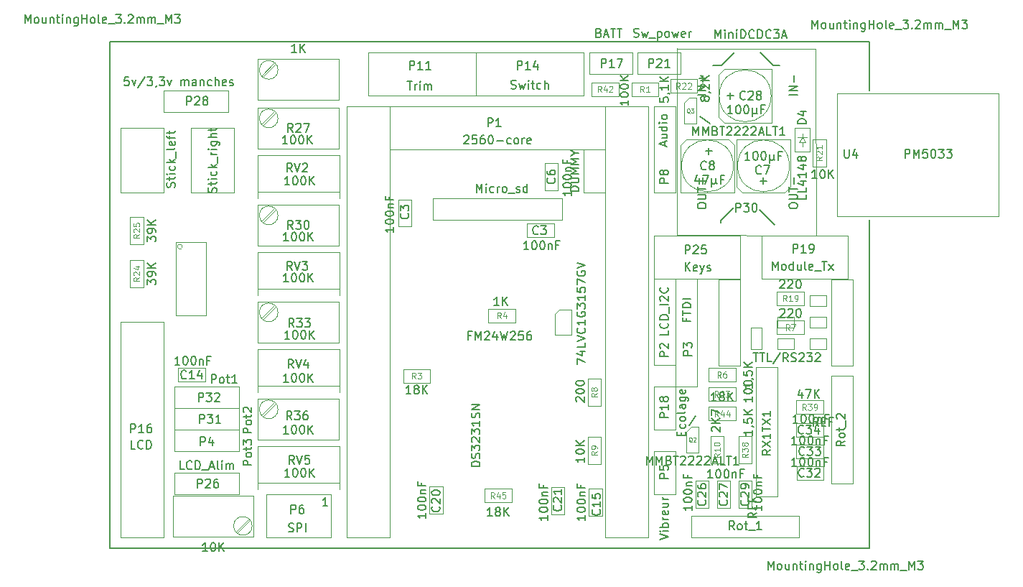
<source format=gbr>
G04 #@! TF.GenerationSoftware,KiCad,Pcbnew,(5.1.5)-3*
G04 #@! TF.CreationDate,2020-06-20T18:29:37+02:00*
G04 #@! TF.ProjectId,Mega_2560 core mini_full_2.2,4d656761-5f32-4353-9630-20636f726520,2.2*
G04 #@! TF.SameCoordinates,Original*
G04 #@! TF.FileFunction,Other,Fab,Top*
%FSLAX46Y46*%
G04 Gerber Fmt 4.6, Leading zero omitted, Abs format (unit mm)*
G04 Created by KiCad (PCBNEW (5.1.5)-3) date 2020-06-20 18:29:37*
%MOMM*%
%LPD*%
G04 APERTURE LIST*
%ADD10C,0.150000*%
%ADD11C,0.200000*%
%ADD12C,0.100000*%
%ADD13C,0.120000*%
%ADD14C,0.105000*%
%ADD15C,0.075000*%
G04 APERTURE END LIST*
D10*
X140177520Y-61879480D02*
X140177520Y-121569480D01*
X229712520Y-61879480D02*
X140177520Y-61879480D01*
X229712520Y-67594480D02*
X229712520Y-61879480D01*
X229712520Y-121569480D02*
X229712520Y-82834480D01*
X140177520Y-121569480D02*
X229712520Y-121569480D01*
X208503520Y-107091480D02*
X209265520Y-105948480D01*
X209773520Y-70642480D02*
X210916520Y-71531480D01*
D11*
X165863234Y-116560860D02*
X165291805Y-116560860D01*
X165577520Y-116560860D02*
X165577520Y-115560860D01*
X165482281Y-115703718D01*
X165387043Y-115798956D01*
X165291805Y-115846575D01*
D10*
X212186520Y-82961480D02*
X212186520Y-83215480D01*
X213710520Y-81437480D02*
X212186520Y-82961480D01*
X216758520Y-81691480D02*
X218536520Y-83469480D01*
X214020234Y-81889860D02*
X214020234Y-80889860D01*
X214401186Y-80889860D01*
X214496424Y-80937480D01*
X214544043Y-80985099D01*
X214591662Y-81080337D01*
X214591662Y-81223194D01*
X214544043Y-81318432D01*
X214496424Y-81366051D01*
X214401186Y-81413670D01*
X214020234Y-81413670D01*
X214924996Y-80889860D02*
X215544043Y-80889860D01*
X215210710Y-81270813D01*
X215353567Y-81270813D01*
X215448805Y-81318432D01*
X215496424Y-81366051D01*
X215544043Y-81461289D01*
X215544043Y-81699384D01*
X215496424Y-81794622D01*
X215448805Y-81842241D01*
X215353567Y-81889860D01*
X215067853Y-81889860D01*
X214972615Y-81842241D01*
X214924996Y-81794622D01*
X216163091Y-80889860D02*
X216258329Y-80889860D01*
X216353567Y-80937480D01*
X216401186Y-80985099D01*
X216448805Y-81080337D01*
X216496424Y-81270813D01*
X216496424Y-81508908D01*
X216448805Y-81699384D01*
X216401186Y-81794622D01*
X216353567Y-81842241D01*
X216258329Y-81889860D01*
X216163091Y-81889860D01*
X216067853Y-81842241D01*
X216020234Y-81794622D01*
X215972615Y-81699384D01*
X215924996Y-81508908D01*
X215924996Y-81270813D01*
X215972615Y-81080337D01*
X216020234Y-80985099D01*
X216067853Y-80937480D01*
X216163091Y-80889860D01*
X218409520Y-64673480D02*
X219171520Y-64673480D01*
X216885520Y-63149480D02*
X218409520Y-64673480D01*
X212313520Y-64673480D02*
X211297520Y-64673480D01*
X213837520Y-63149480D02*
X212313520Y-64673480D01*
D12*
X174175520Y-83648480D02*
X174175520Y-80448480D01*
X174175520Y-80448480D02*
X175775520Y-80448480D01*
X175775520Y-80448480D02*
X175775520Y-83648480D01*
X175775520Y-83648480D02*
X174175520Y-83648480D01*
X206852520Y-89819480D02*
X206852520Y-102519480D01*
X206852520Y-102519480D02*
X209392520Y-102519480D01*
X209392520Y-102519480D02*
X209392520Y-89819480D01*
X209392520Y-89819480D02*
X206852520Y-89819480D01*
X221838520Y-73686480D02*
X221838520Y-74186480D01*
X221438520Y-73686480D02*
X221838520Y-73086480D01*
X222238520Y-73686480D02*
X221438520Y-73686480D01*
X221838520Y-73086480D02*
X222238520Y-73686480D01*
X221838520Y-73086480D02*
X221288520Y-73086480D01*
X221838520Y-73086480D02*
X222388520Y-73086480D01*
X221838520Y-72686480D02*
X221838520Y-73086480D01*
X220938520Y-72036480D02*
X222738520Y-72036480D01*
X220938520Y-74836480D02*
X220938520Y-72036480D01*
X222738520Y-74836480D02*
X220938520Y-74836480D01*
X222738520Y-72036480D02*
X222738520Y-74836480D01*
X204312520Y-69499480D02*
X204312520Y-79659480D01*
X204312520Y-79659480D02*
X206852520Y-79659480D01*
X206852520Y-79659480D02*
X206852520Y-69499480D01*
X206852520Y-69499480D02*
X204312520Y-69499480D01*
X224327520Y-109339480D02*
X224327520Y-110939480D01*
X221127520Y-109339480D02*
X224327520Y-109339480D01*
X221127520Y-110939480D02*
X221127520Y-109339480D01*
X224327520Y-110939480D02*
X221127520Y-110939480D01*
X224327520Y-106799480D02*
X224327520Y-108399480D01*
X221127520Y-106799480D02*
X224327520Y-106799480D01*
X221127520Y-108399480D02*
X221127520Y-106799480D01*
X224327520Y-108399480D02*
X221127520Y-108399480D01*
X215907520Y-116819480D02*
X214307520Y-116819480D01*
X215907520Y-113619480D02*
X215907520Y-116819480D01*
X214307520Y-113619480D02*
X215907520Y-113619480D01*
X214307520Y-116819480D02*
X214307520Y-113619480D01*
X213367520Y-116819480D02*
X211767520Y-116819480D01*
X213367520Y-113619480D02*
X213367520Y-116819480D01*
X211767520Y-113619480D02*
X213367520Y-113619480D01*
X211767520Y-116819480D02*
X211767520Y-113619480D01*
X210827520Y-116819480D02*
X209227520Y-116819480D01*
X210827520Y-113619480D02*
X210827520Y-116819480D01*
X209227520Y-113619480D02*
X210827520Y-113619480D01*
X209227520Y-116819480D02*
X209227520Y-113619480D01*
X204312520Y-110139480D02*
X204312520Y-115219480D01*
X204312520Y-115219480D02*
X206852520Y-115219480D01*
X206852520Y-115219480D02*
X206852520Y-110139480D01*
X206852520Y-110139480D02*
X204312520Y-110139480D01*
X204312520Y-102519480D02*
X204312520Y-107599480D01*
X204312520Y-107599480D02*
X206852520Y-107599480D01*
X206852520Y-107599480D02*
X206852520Y-102519480D01*
X206852520Y-102519480D02*
X204312520Y-102519480D01*
X204312520Y-89819480D02*
X204312520Y-99979480D01*
X204312520Y-99979480D02*
X206852520Y-99979480D01*
X206852520Y-99979480D02*
X206852520Y-89819480D01*
X206852520Y-89819480D02*
X204312520Y-89819480D01*
X202407520Y-65689480D02*
X207487520Y-65689480D01*
X207487520Y-65689480D02*
X207487520Y-63149480D01*
X207487520Y-63149480D02*
X202407520Y-63149480D01*
X202407520Y-63149480D02*
X202407520Y-65689480D01*
X196692520Y-65689480D02*
X201772520Y-65689480D01*
X201772520Y-65689480D02*
X201772520Y-63149480D01*
X201772520Y-63149480D02*
X196692520Y-63149480D01*
X196692520Y-63149480D02*
X196692520Y-65689480D01*
X196654520Y-114508480D02*
X198254520Y-114508480D01*
X196654520Y-117708480D02*
X196654520Y-114508480D01*
X198254520Y-117708480D02*
X196654520Y-117708480D01*
X198254520Y-114508480D02*
X198254520Y-117708480D01*
X193809520Y-117581480D02*
X192209520Y-117581480D01*
X193809520Y-114381480D02*
X193809520Y-117581480D01*
X192209520Y-114381480D02*
X193809520Y-114381480D01*
X192209520Y-117581480D02*
X192209520Y-114381480D01*
X179458520Y-117454480D02*
X177858520Y-117454480D01*
X179458520Y-114254480D02*
X179458520Y-117454480D01*
X177858520Y-114254480D02*
X179458520Y-114254480D01*
X177858520Y-117454480D02*
X177858520Y-114254480D01*
X146527520Y-70134480D02*
X154147520Y-70134480D01*
X154147520Y-70134480D02*
X154147520Y-67594480D01*
X154147520Y-67594480D02*
X146527520Y-67594480D01*
X146527520Y-67594480D02*
X146527520Y-70134480D01*
X146527520Y-120299480D02*
X146527520Y-94899480D01*
X146527520Y-94899480D02*
X141447520Y-94899480D01*
X141447520Y-94899480D02*
X141447520Y-120299480D01*
X141447520Y-120299480D02*
X146527520Y-120299480D01*
X151429520Y-100322480D02*
X151429520Y-101922480D01*
X148229520Y-100322480D02*
X151429520Y-100322480D01*
X148229520Y-101922480D02*
X148229520Y-100322480D01*
X151429520Y-101922480D02*
X148229520Y-101922480D01*
X155417520Y-102519480D02*
X147797520Y-102519480D01*
X147797520Y-102519480D02*
X147797520Y-105059480D01*
X147797520Y-105059480D02*
X155417520Y-105059480D01*
X155417520Y-105059480D02*
X155417520Y-102519480D01*
X155417520Y-105059480D02*
X147797520Y-105059480D01*
X147797520Y-105059480D02*
X147797520Y-107599480D01*
X147797520Y-107599480D02*
X155417520Y-107599480D01*
X155417520Y-107599480D02*
X155417520Y-105059480D01*
X155417520Y-107599480D02*
X147797520Y-107599480D01*
X147797520Y-107599480D02*
X147797520Y-110139480D01*
X147797520Y-110139480D02*
X155417520Y-110139480D01*
X155417520Y-110139480D02*
X155417520Y-107599480D01*
X155417520Y-112679480D02*
X147797520Y-112679480D01*
X147797520Y-112679480D02*
X147797520Y-115219480D01*
X147797520Y-115219480D02*
X155417520Y-115219480D01*
X155417520Y-115219480D02*
X155417520Y-112679480D01*
X166212520Y-115219480D02*
X158592520Y-115219480D01*
X158592520Y-115219480D02*
X158592520Y-120299480D01*
X158592520Y-120299480D02*
X166212520Y-120299480D01*
X166212520Y-120299480D02*
X166212520Y-115219480D01*
D13*
X157576520Y-113822480D02*
X167228520Y-113822480D01*
X167228520Y-114584480D02*
X167228520Y-109504480D01*
X167228520Y-109504480D02*
X157576520Y-109504480D01*
X157576520Y-109504480D02*
X157576520Y-114584480D01*
D12*
X160002520Y-105179480D02*
G75*
G03X160002520Y-105179480I-1095000J0D01*
G01*
X167167520Y-108739480D02*
X167167520Y-103909480D01*
X167167520Y-103909480D02*
X157637520Y-103909480D01*
X157637520Y-103909480D02*
X157637520Y-108739480D01*
X157637520Y-108739480D02*
X167167520Y-108739480D01*
X158076520Y-105875480D02*
X159603520Y-104348480D01*
X158210520Y-106009480D02*
X159737520Y-104482480D01*
D13*
X157576520Y-102392480D02*
X167228520Y-102392480D01*
X167228520Y-103154480D02*
X167228520Y-98074480D01*
X167228520Y-98074480D02*
X157576520Y-98074480D01*
X157576520Y-98074480D02*
X157576520Y-103154480D01*
D12*
X160002520Y-93749480D02*
G75*
G03X160002520Y-93749480I-1095000J0D01*
G01*
X167167520Y-97309480D02*
X167167520Y-92479480D01*
X167167520Y-92479480D02*
X157637520Y-92479480D01*
X157637520Y-92479480D02*
X157637520Y-97309480D01*
X157637520Y-97309480D02*
X167167520Y-97309480D01*
X158076520Y-94445480D02*
X159603520Y-92918480D01*
X158210520Y-94579480D02*
X159737520Y-93052480D01*
D13*
X157576520Y-90962480D02*
X167228520Y-90962480D01*
X167228520Y-91724480D02*
X167228520Y-86644480D01*
X167228520Y-86644480D02*
X157576520Y-86644480D01*
X157576520Y-86644480D02*
X157576520Y-91724480D01*
D12*
X160002520Y-82319480D02*
G75*
G03X160002520Y-82319480I-1095000J0D01*
G01*
X167167520Y-85879480D02*
X167167520Y-81049480D01*
X167167520Y-81049480D02*
X157637520Y-81049480D01*
X157637520Y-81049480D02*
X157637520Y-85879480D01*
X157637520Y-85879480D02*
X167167520Y-85879480D01*
X158076520Y-83015480D02*
X159603520Y-81488480D01*
X158210520Y-83149480D02*
X159737520Y-81622480D01*
X160002520Y-70889480D02*
G75*
G03X160002520Y-70889480I-1095000J0D01*
G01*
X167167520Y-74449480D02*
X167167520Y-69619480D01*
X167167520Y-69619480D02*
X157637520Y-69619480D01*
X157637520Y-69619480D02*
X157637520Y-74449480D01*
X157637520Y-74449480D02*
X167167520Y-74449480D01*
X158076520Y-71585480D02*
X159603520Y-70058480D01*
X158210520Y-71719480D02*
X159737520Y-70192480D01*
D13*
X157576520Y-79532480D02*
X167228520Y-79532480D01*
X167228520Y-80294480D02*
X167228520Y-75214480D01*
X167228520Y-75214480D02*
X157576520Y-75214480D01*
X157576520Y-75214480D02*
X157576520Y-80294480D01*
D12*
X192577520Y-83304480D02*
X192577520Y-84904480D01*
X189377520Y-83304480D02*
X192577520Y-83304480D01*
X189377520Y-84904480D02*
X189377520Y-83304480D01*
X192577520Y-84904480D02*
X189377520Y-84904480D01*
X204312520Y-89819480D02*
X214472520Y-89819480D01*
X214472520Y-89819480D02*
X214472520Y-84739480D01*
X214472520Y-84739480D02*
X204312520Y-84739480D01*
X204312520Y-84739480D02*
X204312520Y-89819480D01*
X170657520Y-68229480D02*
X183357520Y-68229480D01*
X183357520Y-68229480D02*
X183357520Y-63149480D01*
X183357520Y-63149480D02*
X170657520Y-63149480D01*
X170657520Y-63149480D02*
X170657520Y-68229480D01*
X183357520Y-68229480D02*
X196057520Y-68229480D01*
X196057520Y-68229480D02*
X196057520Y-63149480D01*
X196057520Y-63149480D02*
X183357520Y-63149480D01*
X183357520Y-63149480D02*
X183357520Y-68229480D01*
X217012520Y-89819480D02*
X227172520Y-89819480D01*
X227172520Y-89819480D02*
X227172520Y-84739480D01*
X227172520Y-84739480D02*
X217012520Y-84739480D01*
X217012520Y-84739480D02*
X217012520Y-89819480D01*
X218166932Y-68229480D02*
G75*
G03X218166932Y-68229480I-3059412J0D01*
G01*
X218257520Y-71379480D02*
X218257520Y-65079480D01*
X212627520Y-71379480D02*
X218257520Y-71379480D01*
X211957520Y-70709480D02*
X212627520Y-71379480D01*
X211957520Y-65749480D02*
X211957520Y-70709480D01*
X212627520Y-65079480D02*
X211957520Y-65749480D01*
X218257520Y-65079480D02*
X212627520Y-65079480D01*
X193047520Y-79354480D02*
X191447520Y-79354480D01*
X193047520Y-76154480D02*
X193047520Y-79354480D01*
X191447520Y-76154480D02*
X193047520Y-76154480D01*
X191447520Y-79354480D02*
X191447520Y-76154480D01*
X220325932Y-76484480D02*
G75*
G03X220325932Y-76484480I-3059412J0D01*
G01*
X220416520Y-73334480D02*
X214116520Y-73334480D01*
X220416520Y-78964480D02*
X220416520Y-73334480D01*
X219746520Y-79634480D02*
X220416520Y-78964480D01*
X214786520Y-79634480D02*
X219746520Y-79634480D01*
X214116520Y-78964480D02*
X214786520Y-79634480D01*
X214116520Y-73334480D02*
X214116520Y-78964480D01*
X213721932Y-76484480D02*
G75*
G03X213721932Y-76484480I-3059412J0D01*
G01*
X207512520Y-79634480D02*
X213812520Y-79634480D01*
X207512520Y-74004480D02*
X207512520Y-79634480D01*
X208182520Y-73334480D02*
X207512520Y-74004480D01*
X213142520Y-73334480D02*
X208182520Y-73334480D01*
X213812520Y-74004480D02*
X213142520Y-73334480D01*
X213812520Y-79634480D02*
X213812520Y-74004480D01*
X224367020Y-111879480D02*
X224367020Y-113479480D01*
X221167020Y-111879480D02*
X224367020Y-111879480D01*
X221167020Y-113479480D02*
X221167020Y-111879480D01*
X224367020Y-113479480D02*
X221167020Y-113479480D01*
X212605520Y-108338480D02*
X212605520Y-111538480D01*
X212605520Y-111538480D02*
X211005520Y-111538480D01*
X211005520Y-111538480D02*
X211005520Y-108338480D01*
X211005520Y-108338480D02*
X212605520Y-108338480D01*
X215907520Y-111559480D02*
X214307520Y-111559480D01*
X215907520Y-108359480D02*
X215907520Y-111559480D01*
X214307520Y-108359480D02*
X215907520Y-108359480D01*
X214307520Y-111559480D02*
X214307520Y-108359480D01*
X216377520Y-100233480D02*
X216377520Y-115473480D01*
X216377520Y-115473480D02*
X218917520Y-115473480D01*
X218917520Y-115473480D02*
X218917520Y-100233480D01*
X218917520Y-100233480D02*
X216377520Y-100233480D01*
X178277520Y-80294480D02*
X178277520Y-82834480D01*
X193517520Y-80294480D02*
X178277520Y-80294480D01*
X193517520Y-82834480D02*
X193517520Y-80294480D01*
X178277520Y-82834480D02*
X193517520Y-82834480D01*
X213987520Y-106494480D02*
X210787520Y-106494480D01*
X210787520Y-106494480D02*
X210787520Y-104894480D01*
X210787520Y-104894480D02*
X213987520Y-104894480D01*
X213987520Y-104894480D02*
X213987520Y-106494480D01*
X184371520Y-116146480D02*
X184371520Y-114546480D01*
X187571520Y-116146480D02*
X184371520Y-116146480D01*
X187571520Y-114546480D02*
X187571520Y-116146480D01*
X184371520Y-114546480D02*
X187571520Y-114546480D01*
D13*
X173197520Y-74579480D02*
X173197520Y-69499480D01*
X198597520Y-74579480D02*
X198597520Y-69499480D01*
X168117520Y-120299480D02*
X173197520Y-120299480D01*
X173197520Y-120299480D02*
X173197520Y-74579480D01*
X173197520Y-74579480D02*
X198597520Y-74579480D01*
X198597520Y-74579480D02*
X198597520Y-120299480D01*
X198597520Y-120299480D02*
X203677520Y-120299480D01*
X203677520Y-69499480D02*
X168117520Y-69499480D01*
X168117520Y-69499480D02*
X168117520Y-120299480D01*
X203677520Y-120299480D02*
X203677520Y-69499480D01*
X207060520Y-62649480D02*
X207081520Y-84650480D01*
X207081520Y-84650480D02*
X223459520Y-84676480D01*
X223459520Y-84676480D02*
X223431520Y-62659480D01*
X223431520Y-62659480D02*
X207055520Y-62654480D01*
D12*
X208184520Y-110262480D02*
X209584520Y-110262480D01*
X209584520Y-107222480D02*
X209584520Y-110262480D01*
X208184520Y-107792480D02*
X208734520Y-107222480D01*
X208734520Y-107222480D02*
X209584520Y-107222480D01*
X208184520Y-107792480D02*
X208184520Y-110242480D01*
X207930520Y-69057480D02*
X207930520Y-71507480D01*
X208480520Y-68487480D02*
X209330520Y-68487480D01*
X207930520Y-69057480D02*
X208480520Y-68487480D01*
X209330520Y-68487480D02*
X209330520Y-71527480D01*
X207930520Y-71527480D02*
X209330520Y-71527480D01*
X201696520Y-66667480D02*
X204896520Y-66667480D01*
X204896520Y-66667480D02*
X204896520Y-68267480D01*
X204896520Y-68267480D02*
X201696520Y-68267480D01*
X201696520Y-68267480D02*
X201696520Y-66667480D01*
X177972520Y-102049480D02*
X174772520Y-102049480D01*
X174772520Y-102049480D02*
X174772520Y-100449480D01*
X174772520Y-100449480D02*
X177972520Y-100449480D01*
X177972520Y-100449480D02*
X177972520Y-102049480D01*
X188005520Y-93337480D02*
X188005520Y-94937480D01*
X184805520Y-93337480D02*
X188005520Y-93337480D01*
X184805520Y-94937480D02*
X184805520Y-93337480D01*
X188005520Y-94937480D02*
X184805520Y-94937480D01*
X210766520Y-101922480D02*
X210766520Y-100322480D01*
X213966520Y-101922480D02*
X210766520Y-101922480D01*
X213966520Y-100322480D02*
X213966520Y-101922480D01*
X210766520Y-100322480D02*
X213966520Y-100322480D01*
X222041520Y-94734480D02*
X222041520Y-96334480D01*
X218841520Y-94734480D02*
X222041520Y-94734480D01*
X218841520Y-96334480D02*
X218841520Y-94734480D01*
X222041520Y-96334480D02*
X218841520Y-96334480D01*
X196527520Y-104754480D02*
X196527520Y-101554480D01*
X196527520Y-101554480D02*
X198127520Y-101554480D01*
X198127520Y-101554480D02*
X198127520Y-104754480D01*
X198127520Y-104754480D02*
X196527520Y-104754480D01*
X196527520Y-111612480D02*
X196527520Y-108412480D01*
X196527520Y-108412480D02*
X198127520Y-108412480D01*
X198127520Y-108412480D02*
X198127520Y-111612480D01*
X198127520Y-111612480D02*
X196527520Y-111612480D01*
X222041520Y-92905480D02*
X218841520Y-92905480D01*
X218841520Y-92905480D02*
X218841520Y-91305480D01*
X218841520Y-91305480D02*
X222041520Y-91305480D01*
X222041520Y-91305480D02*
X222041520Y-92905480D01*
X223070520Y-73360480D02*
X224670520Y-73360480D01*
X223070520Y-76560480D02*
X223070520Y-73360480D01*
X224670520Y-76560480D02*
X223070520Y-76560480D01*
X224670520Y-73360480D02*
X224670520Y-76560480D01*
X206268520Y-66286480D02*
X209468520Y-66286480D01*
X209468520Y-66286480D02*
X209468520Y-67886480D01*
X209468520Y-67886480D02*
X206268520Y-67886480D01*
X206268520Y-67886480D02*
X206268520Y-66286480D01*
X142552520Y-90784480D02*
X142552520Y-87584480D01*
X142552520Y-87584480D02*
X144152520Y-87584480D01*
X144152520Y-87584480D02*
X144152520Y-90784480D01*
X144152520Y-90784480D02*
X142552520Y-90784480D01*
X142552520Y-85704480D02*
X142552520Y-82504480D01*
X142552520Y-82504480D02*
X144152520Y-82504480D01*
X144152520Y-82504480D02*
X144152520Y-85704480D01*
X144152520Y-85704480D02*
X142552520Y-85704480D01*
X221127520Y-104132480D02*
X224327520Y-104132480D01*
X224327520Y-104132480D02*
X224327520Y-105732480D01*
X224327520Y-105732480D02*
X221127520Y-105732480D01*
X221127520Y-105732480D02*
X221127520Y-104132480D01*
X196997520Y-68267480D02*
X196997520Y-66667480D01*
X200197520Y-68267480D02*
X196997520Y-68267480D01*
X200197520Y-66667480D02*
X200197520Y-68267480D01*
X196997520Y-66667480D02*
X200197520Y-66667480D01*
D13*
X192644520Y-96399480D02*
X194644520Y-96399480D01*
X194644520Y-96399480D02*
X194644520Y-93399480D01*
X194644520Y-93399480D02*
X193144520Y-93399480D01*
X193144520Y-93399480D02*
X192644520Y-93899480D01*
X192644520Y-93899480D02*
X192644520Y-96399480D01*
X225902520Y-82453480D02*
X225902520Y-67975480D01*
X244952520Y-82453480D02*
X244952520Y-67975480D01*
X244952520Y-67975480D02*
X225902520Y-67975480D01*
X225902520Y-82453480D02*
X244952520Y-82453480D01*
X148716501Y-86009480D02*
G75*
G03X148716501Y-86009480I-283981J0D01*
G01*
X147924520Y-85501480D02*
X147924520Y-94137480D01*
X147924520Y-94137480D02*
X151480520Y-94137480D01*
X151480520Y-94137480D02*
X151480520Y-85501480D01*
X151480520Y-85501480D02*
X147924520Y-85501480D01*
X217012520Y-98074480D02*
X217012520Y-95534480D01*
X217012520Y-95534480D02*
X215742520Y-95534480D01*
X215742520Y-95534480D02*
X215742520Y-98074480D01*
X215742520Y-98074480D02*
X217012520Y-98074480D01*
X220822520Y-95534480D02*
X218917520Y-95534480D01*
X218917520Y-95534480D02*
X218917520Y-94264480D01*
X218917520Y-94264480D02*
X220822520Y-94264480D01*
X220822520Y-94264480D02*
X220822520Y-95534480D01*
X220822520Y-96804480D02*
X220822520Y-98074480D01*
X220822520Y-98074480D02*
X218917520Y-98074480D01*
X218917520Y-98074480D02*
X218917520Y-96804480D01*
X218917520Y-96804480D02*
X220822520Y-96804480D01*
X224632520Y-92994480D02*
X222727520Y-92994480D01*
X222727520Y-92994480D02*
X222727520Y-91724480D01*
X222727520Y-91724480D02*
X224632520Y-91724480D01*
X224632520Y-91724480D02*
X224632520Y-92994480D01*
X224632520Y-95534480D02*
X224632520Y-94264480D01*
X224632520Y-94264480D02*
X222727520Y-94264480D01*
X222727520Y-94264480D02*
X222727520Y-95534480D01*
X222727520Y-95534480D02*
X224632520Y-95534480D01*
X224632520Y-96804480D02*
X224632520Y-98074480D01*
X224632520Y-98074480D02*
X222727520Y-98074480D01*
X224632520Y-96804480D02*
X222727520Y-96804480D01*
X222727520Y-96804480D02*
X222727520Y-98074480D01*
D12*
X225267520Y-99992180D02*
X227807520Y-99992180D01*
X225267520Y-89832180D02*
X225267520Y-99992180D01*
X225267520Y-89832180D02*
X227807520Y-89832180D01*
X214472520Y-99992180D02*
X211932520Y-99992180D01*
X227807520Y-89832180D02*
X227807520Y-99992180D01*
X211932520Y-89832180D02*
X214472520Y-89832180D01*
X211932520Y-99992180D02*
X211932520Y-89832180D01*
X211932520Y-99992180D02*
X211932520Y-89832180D01*
X211932520Y-89832180D02*
X214472520Y-89832180D01*
X214472520Y-89832180D02*
X214472520Y-99992180D01*
X214472520Y-99992180D02*
X211932520Y-99992180D01*
X210766520Y-104208480D02*
X210766520Y-102608480D01*
X213966520Y-104208480D02*
X210766520Y-104208480D01*
X213966520Y-102608480D02*
X213966520Y-104208480D01*
X210766520Y-102608480D02*
X213966520Y-102608480D01*
X141447520Y-72039480D02*
X141447520Y-79659480D01*
X141447520Y-79659480D02*
X146527520Y-79659480D01*
X146527520Y-79659480D02*
X146527520Y-72039480D01*
X146527520Y-72039480D02*
X141447520Y-72039480D01*
X149702520Y-72039480D02*
X149702520Y-79659480D01*
X149702520Y-79659480D02*
X154782520Y-79659480D01*
X154782520Y-79659480D02*
X154782520Y-72039480D01*
X154782520Y-72039480D02*
X149702520Y-72039480D01*
X160002520Y-65174480D02*
G75*
G03X160002520Y-65174480I-1095000J0D01*
G01*
X167167520Y-68734480D02*
X167167520Y-63904480D01*
X167167520Y-63904480D02*
X157637520Y-63904480D01*
X157637520Y-63904480D02*
X157637520Y-68734480D01*
X157637520Y-68734480D02*
X167167520Y-68734480D01*
X158076520Y-65870480D02*
X159603520Y-64343480D01*
X158210520Y-66004480D02*
X159737520Y-64477480D01*
X156959520Y-118909480D02*
G75*
G03X156959520Y-118909480I-1095000J0D01*
G01*
X147604520Y-115349480D02*
X147604520Y-120179480D01*
X147604520Y-120179480D02*
X157134520Y-120179480D01*
X157134520Y-120179480D02*
X157134520Y-115349480D01*
X157134520Y-115349480D02*
X147604520Y-115349480D01*
X156695520Y-118213480D02*
X155168520Y-119740480D01*
X156561520Y-118079480D02*
X155034520Y-119606480D01*
X208757520Y-117759480D02*
X208757520Y-120299480D01*
X221457520Y-117759480D02*
X208757520Y-117759480D01*
X221457520Y-120299480D02*
X221457520Y-117759480D01*
X208757520Y-120299480D02*
X221457520Y-120299480D01*
X227807520Y-113949480D02*
X227807520Y-101249480D01*
X227807520Y-101249480D02*
X225267520Y-101249480D01*
X225267520Y-101249480D02*
X225267520Y-113949480D01*
X225267520Y-113949480D02*
X227807520Y-113949480D01*
X196057520Y-74579480D02*
X196057520Y-79659480D01*
X196057520Y-79659480D02*
X198597520Y-79659480D01*
X198597520Y-79659480D02*
X198597520Y-74579480D01*
X198597520Y-74579480D02*
X196057520Y-74579480D01*
D10*
X173649900Y-83723099D02*
X173649900Y-84294527D01*
X173649900Y-84008813D02*
X172649900Y-84008813D01*
X172792758Y-84104051D01*
X172887996Y-84199289D01*
X172935615Y-84294527D01*
X172649900Y-83104051D02*
X172649900Y-83008813D01*
X172697520Y-82913575D01*
X172745139Y-82865956D01*
X172840377Y-82818337D01*
X173030853Y-82770718D01*
X173268948Y-82770718D01*
X173459424Y-82818337D01*
X173554662Y-82865956D01*
X173602281Y-82913575D01*
X173649900Y-83008813D01*
X173649900Y-83104051D01*
X173602281Y-83199289D01*
X173554662Y-83246908D01*
X173459424Y-83294527D01*
X173268948Y-83342146D01*
X173030853Y-83342146D01*
X172840377Y-83294527D01*
X172745139Y-83246908D01*
X172697520Y-83199289D01*
X172649900Y-83104051D01*
X172649900Y-82151670D02*
X172649900Y-82056432D01*
X172697520Y-81961194D01*
X172745139Y-81913575D01*
X172840377Y-81865956D01*
X173030853Y-81818337D01*
X173268948Y-81818337D01*
X173459424Y-81865956D01*
X173554662Y-81913575D01*
X173602281Y-81961194D01*
X173649900Y-82056432D01*
X173649900Y-82151670D01*
X173602281Y-82246908D01*
X173554662Y-82294527D01*
X173459424Y-82342146D01*
X173268948Y-82389765D01*
X173030853Y-82389765D01*
X172840377Y-82342146D01*
X172745139Y-82294527D01*
X172697520Y-82246908D01*
X172649900Y-82151670D01*
X172983234Y-81389765D02*
X173649900Y-81389765D01*
X173078472Y-81389765D02*
X173030853Y-81342146D01*
X172983234Y-81246908D01*
X172983234Y-81104051D01*
X173030853Y-81008813D01*
X173126091Y-80961194D01*
X173649900Y-80961194D01*
X173126091Y-80151670D02*
X173126091Y-80485003D01*
X173649900Y-80485003D02*
X172649900Y-80485003D01*
X172649900Y-80008813D01*
X175332662Y-82088146D02*
X175380281Y-82135765D01*
X175427900Y-82278622D01*
X175427900Y-82373860D01*
X175380281Y-82516718D01*
X175285043Y-82611956D01*
X175189805Y-82659575D01*
X174999329Y-82707194D01*
X174856472Y-82707194D01*
X174665996Y-82659575D01*
X174570758Y-82611956D01*
X174475520Y-82516718D01*
X174427900Y-82373860D01*
X174427900Y-82278622D01*
X174475520Y-82135765D01*
X174523139Y-82088146D01*
X174427900Y-81754813D02*
X174427900Y-81135765D01*
X174808853Y-81469099D01*
X174808853Y-81326241D01*
X174856472Y-81231003D01*
X174904091Y-81183384D01*
X174999329Y-81135765D01*
X175237424Y-81135765D01*
X175332662Y-81183384D01*
X175380281Y-81231003D01*
X175427900Y-81326241D01*
X175427900Y-81611956D01*
X175380281Y-81707194D01*
X175332662Y-81754813D01*
X208178091Y-94478670D02*
X208178091Y-94812003D01*
X208701900Y-94812003D02*
X207701900Y-94812003D01*
X207701900Y-94335813D01*
X207701900Y-94097718D02*
X207701900Y-93526289D01*
X208701900Y-93812003D02*
X207701900Y-93812003D01*
X208701900Y-93192956D02*
X207701900Y-93192956D01*
X207701900Y-92954860D01*
X207749520Y-92812003D01*
X207844758Y-92716765D01*
X207939996Y-92669146D01*
X208130472Y-92621527D01*
X208273329Y-92621527D01*
X208463805Y-92669146D01*
X208559043Y-92716765D01*
X208654281Y-92812003D01*
X208701900Y-92954860D01*
X208701900Y-93192956D01*
X208701900Y-92192956D02*
X207701900Y-92192956D01*
X208828900Y-98812575D02*
X207828900Y-98812575D01*
X207828900Y-98431622D01*
X207876520Y-98336384D01*
X207924139Y-98288765D01*
X208019377Y-98241146D01*
X208162234Y-98241146D01*
X208257472Y-98288765D01*
X208305091Y-98336384D01*
X208352710Y-98431622D01*
X208352710Y-98812575D01*
X207828900Y-97907813D02*
X207828900Y-97288765D01*
X208209853Y-97622099D01*
X208209853Y-97479241D01*
X208257472Y-97384003D01*
X208305091Y-97336384D01*
X208400329Y-97288765D01*
X208638424Y-97288765D01*
X208733662Y-97336384D01*
X208781281Y-97384003D01*
X208828900Y-97479241D01*
X208828900Y-97764956D01*
X208781281Y-97860194D01*
X208733662Y-97907813D01*
X222290900Y-79881480D02*
X222290900Y-80357670D01*
X221290900Y-80357670D01*
X222290900Y-79071956D02*
X222290900Y-79548146D01*
X221290900Y-79548146D01*
X221624234Y-78310051D02*
X222290900Y-78310051D01*
X221243281Y-78548146D02*
X221957567Y-78786241D01*
X221957567Y-78167194D01*
X222290900Y-77262432D02*
X222290900Y-77833860D01*
X222290900Y-77548146D02*
X221290900Y-77548146D01*
X221433758Y-77643384D01*
X221528996Y-77738622D01*
X221576615Y-77833860D01*
X221624234Y-76405289D02*
X222290900Y-76405289D01*
X221243281Y-76643384D02*
X221957567Y-76881480D01*
X221957567Y-76262432D01*
X221719472Y-75738622D02*
X221671853Y-75833860D01*
X221624234Y-75881480D01*
X221528996Y-75929099D01*
X221481377Y-75929099D01*
X221386139Y-75881480D01*
X221338520Y-75833860D01*
X221290900Y-75738622D01*
X221290900Y-75548146D01*
X221338520Y-75452908D01*
X221386139Y-75405289D01*
X221481377Y-75357670D01*
X221528996Y-75357670D01*
X221624234Y-75405289D01*
X221671853Y-75452908D01*
X221719472Y-75548146D01*
X221719472Y-75738622D01*
X221767091Y-75833860D01*
X221814710Y-75881480D01*
X221909948Y-75929099D01*
X222100424Y-75929099D01*
X222195662Y-75881480D01*
X222243281Y-75833860D01*
X222290900Y-75738622D01*
X222290900Y-75548146D01*
X222243281Y-75452908D01*
X222195662Y-75405289D01*
X222100424Y-75357670D01*
X221909948Y-75357670D01*
X221814710Y-75405289D01*
X221767091Y-75452908D01*
X221719472Y-75548146D01*
X222290900Y-71507575D02*
X221290900Y-71507575D01*
X221290900Y-71269480D01*
X221338520Y-71126622D01*
X221433758Y-71031384D01*
X221528996Y-70983765D01*
X221719472Y-70936146D01*
X221862329Y-70936146D01*
X222052805Y-70983765D01*
X222148043Y-71031384D01*
X222243281Y-71126622D01*
X222290900Y-71269480D01*
X222290900Y-71507575D01*
X221624234Y-70079003D02*
X222290900Y-70079003D01*
X221243281Y-70317099D02*
X221957567Y-70555194D01*
X221957567Y-69936146D01*
X205622186Y-74126813D02*
X205622186Y-73650622D01*
X205907900Y-74222051D02*
X204907900Y-73888718D01*
X205907900Y-73555384D01*
X205241234Y-72793480D02*
X205907900Y-72793480D01*
X205241234Y-73222051D02*
X205765043Y-73222051D01*
X205860281Y-73174432D01*
X205907900Y-73079194D01*
X205907900Y-72936337D01*
X205860281Y-72841099D01*
X205812662Y-72793480D01*
X205907900Y-71888718D02*
X204907900Y-71888718D01*
X205860281Y-71888718D02*
X205907900Y-71983956D01*
X205907900Y-72174432D01*
X205860281Y-72269670D01*
X205812662Y-72317289D01*
X205717424Y-72364908D01*
X205431710Y-72364908D01*
X205336472Y-72317289D01*
X205288853Y-72269670D01*
X205241234Y-72174432D01*
X205241234Y-71983956D01*
X205288853Y-71888718D01*
X205907900Y-71412527D02*
X205241234Y-71412527D01*
X204907900Y-71412527D02*
X204955520Y-71460146D01*
X205003139Y-71412527D01*
X204955520Y-71364908D01*
X204907900Y-71412527D01*
X205003139Y-71412527D01*
X205907900Y-70793480D02*
X205860281Y-70888718D01*
X205812662Y-70936337D01*
X205717424Y-70983956D01*
X205431710Y-70983956D01*
X205336472Y-70936337D01*
X205288853Y-70888718D01*
X205241234Y-70793480D01*
X205241234Y-70650622D01*
X205288853Y-70555384D01*
X205336472Y-70507765D01*
X205431710Y-70460146D01*
X205717424Y-70460146D01*
X205812662Y-70507765D01*
X205860281Y-70555384D01*
X205907900Y-70650622D01*
X205907900Y-70793480D01*
X206034900Y-78492575D02*
X205034900Y-78492575D01*
X205034900Y-78111622D01*
X205082520Y-78016384D01*
X205130139Y-77968765D01*
X205225377Y-77921146D01*
X205368234Y-77921146D01*
X205463472Y-77968765D01*
X205511091Y-78016384D01*
X205558710Y-78111622D01*
X205558710Y-78492575D01*
X205463472Y-77349718D02*
X205415853Y-77444956D01*
X205368234Y-77492575D01*
X205272996Y-77540194D01*
X205225377Y-77540194D01*
X205130139Y-77492575D01*
X205082520Y-77444956D01*
X205034900Y-77349718D01*
X205034900Y-77159241D01*
X205082520Y-77064003D01*
X205130139Y-77016384D01*
X205225377Y-76968765D01*
X205272996Y-76968765D01*
X205368234Y-77016384D01*
X205415853Y-77064003D01*
X205463472Y-77159241D01*
X205463472Y-77349718D01*
X205511091Y-77444956D01*
X205558710Y-77492575D01*
X205653948Y-77540194D01*
X205844424Y-77540194D01*
X205939662Y-77492575D01*
X205987281Y-77444956D01*
X206034900Y-77349718D01*
X206034900Y-77159241D01*
X205987281Y-77064003D01*
X205939662Y-77016384D01*
X205844424Y-76968765D01*
X205653948Y-76968765D01*
X205558710Y-77016384D01*
X205511091Y-77064003D01*
X205463472Y-77159241D01*
X217799472Y-124053860D02*
X217799472Y-123053860D01*
X218132805Y-123768146D01*
X218466139Y-123053860D01*
X218466139Y-124053860D01*
X219085186Y-124053860D02*
X218989948Y-124006241D01*
X218942329Y-123958622D01*
X218894710Y-123863384D01*
X218894710Y-123577670D01*
X218942329Y-123482432D01*
X218989948Y-123434813D01*
X219085186Y-123387194D01*
X219228043Y-123387194D01*
X219323281Y-123434813D01*
X219370900Y-123482432D01*
X219418520Y-123577670D01*
X219418520Y-123863384D01*
X219370900Y-123958622D01*
X219323281Y-124006241D01*
X219228043Y-124053860D01*
X219085186Y-124053860D01*
X220275662Y-123387194D02*
X220275662Y-124053860D01*
X219847091Y-123387194D02*
X219847091Y-123911003D01*
X219894710Y-124006241D01*
X219989948Y-124053860D01*
X220132805Y-124053860D01*
X220228043Y-124006241D01*
X220275662Y-123958622D01*
X220751853Y-123387194D02*
X220751853Y-124053860D01*
X220751853Y-123482432D02*
X220799472Y-123434813D01*
X220894710Y-123387194D01*
X221037567Y-123387194D01*
X221132805Y-123434813D01*
X221180424Y-123530051D01*
X221180424Y-124053860D01*
X221513758Y-123387194D02*
X221894710Y-123387194D01*
X221656615Y-123053860D02*
X221656615Y-123911003D01*
X221704234Y-124006241D01*
X221799472Y-124053860D01*
X221894710Y-124053860D01*
X222228043Y-124053860D02*
X222228043Y-123387194D01*
X222228043Y-123053860D02*
X222180424Y-123101480D01*
X222228043Y-123149099D01*
X222275662Y-123101480D01*
X222228043Y-123053860D01*
X222228043Y-123149099D01*
X222704234Y-123387194D02*
X222704234Y-124053860D01*
X222704234Y-123482432D02*
X222751853Y-123434813D01*
X222847091Y-123387194D01*
X222989948Y-123387194D01*
X223085186Y-123434813D01*
X223132805Y-123530051D01*
X223132805Y-124053860D01*
X224037567Y-123387194D02*
X224037567Y-124196718D01*
X223989948Y-124291956D01*
X223942329Y-124339575D01*
X223847091Y-124387194D01*
X223704234Y-124387194D01*
X223608996Y-124339575D01*
X224037567Y-124006241D02*
X223942329Y-124053860D01*
X223751853Y-124053860D01*
X223656615Y-124006241D01*
X223608996Y-123958622D01*
X223561377Y-123863384D01*
X223561377Y-123577670D01*
X223608996Y-123482432D01*
X223656615Y-123434813D01*
X223751853Y-123387194D01*
X223942329Y-123387194D01*
X224037567Y-123434813D01*
X224513758Y-124053860D02*
X224513758Y-123053860D01*
X224513758Y-123530051D02*
X225085186Y-123530051D01*
X225085186Y-124053860D02*
X225085186Y-123053860D01*
X225704234Y-124053860D02*
X225608996Y-124006241D01*
X225561377Y-123958622D01*
X225513758Y-123863384D01*
X225513758Y-123577670D01*
X225561377Y-123482432D01*
X225608996Y-123434813D01*
X225704234Y-123387194D01*
X225847091Y-123387194D01*
X225942329Y-123434813D01*
X225989948Y-123482432D01*
X226037567Y-123577670D01*
X226037567Y-123863384D01*
X225989948Y-123958622D01*
X225942329Y-124006241D01*
X225847091Y-124053860D01*
X225704234Y-124053860D01*
X226608996Y-124053860D02*
X226513758Y-124006241D01*
X226466139Y-123911003D01*
X226466139Y-123053860D01*
X227370900Y-124006241D02*
X227275662Y-124053860D01*
X227085186Y-124053860D01*
X226989948Y-124006241D01*
X226942329Y-123911003D01*
X226942329Y-123530051D01*
X226989948Y-123434813D01*
X227085186Y-123387194D01*
X227275662Y-123387194D01*
X227370900Y-123434813D01*
X227418520Y-123530051D01*
X227418520Y-123625289D01*
X226942329Y-123720527D01*
X227608996Y-124149099D02*
X228370900Y-124149099D01*
X228513758Y-123053860D02*
X229132805Y-123053860D01*
X228799472Y-123434813D01*
X228942329Y-123434813D01*
X229037567Y-123482432D01*
X229085186Y-123530051D01*
X229132805Y-123625289D01*
X229132805Y-123863384D01*
X229085186Y-123958622D01*
X229037567Y-124006241D01*
X228942329Y-124053860D01*
X228656615Y-124053860D01*
X228561377Y-124006241D01*
X228513758Y-123958622D01*
X229561377Y-123958622D02*
X229608996Y-124006241D01*
X229561377Y-124053860D01*
X229513758Y-124006241D01*
X229561377Y-123958622D01*
X229561377Y-124053860D01*
X229989948Y-123149099D02*
X230037567Y-123101480D01*
X230132805Y-123053860D01*
X230370900Y-123053860D01*
X230466139Y-123101480D01*
X230513758Y-123149099D01*
X230561377Y-123244337D01*
X230561377Y-123339575D01*
X230513758Y-123482432D01*
X229942329Y-124053860D01*
X230561377Y-124053860D01*
X230989948Y-124053860D02*
X230989948Y-123387194D01*
X230989948Y-123482432D02*
X231037567Y-123434813D01*
X231132805Y-123387194D01*
X231275662Y-123387194D01*
X231370900Y-123434813D01*
X231418520Y-123530051D01*
X231418520Y-124053860D01*
X231418520Y-123530051D02*
X231466139Y-123434813D01*
X231561377Y-123387194D01*
X231704234Y-123387194D01*
X231799472Y-123434813D01*
X231847091Y-123530051D01*
X231847091Y-124053860D01*
X232323281Y-124053860D02*
X232323281Y-123387194D01*
X232323281Y-123482432D02*
X232370900Y-123434813D01*
X232466139Y-123387194D01*
X232608996Y-123387194D01*
X232704234Y-123434813D01*
X232751853Y-123530051D01*
X232751853Y-124053860D01*
X232751853Y-123530051D02*
X232799472Y-123434813D01*
X232894710Y-123387194D01*
X233037567Y-123387194D01*
X233132805Y-123434813D01*
X233180424Y-123530051D01*
X233180424Y-124053860D01*
X233418520Y-124149099D02*
X234180424Y-124149099D01*
X234418520Y-124053860D02*
X234418520Y-123053860D01*
X234751853Y-123768146D01*
X235085186Y-123053860D01*
X235085186Y-124053860D01*
X235466139Y-123053860D02*
X236085186Y-123053860D01*
X235751853Y-123434813D01*
X235894710Y-123434813D01*
X235989948Y-123482432D01*
X236037567Y-123530051D01*
X236085186Y-123625289D01*
X236085186Y-123863384D01*
X236037567Y-123958622D01*
X235989948Y-124006241D01*
X235894710Y-124053860D01*
X235608996Y-124053860D01*
X235513758Y-124006241D01*
X235466139Y-123958622D01*
X223006472Y-60299860D02*
X223006472Y-59299860D01*
X223339805Y-60014146D01*
X223673139Y-59299860D01*
X223673139Y-60299860D01*
X224292186Y-60299860D02*
X224196948Y-60252241D01*
X224149329Y-60204622D01*
X224101710Y-60109384D01*
X224101710Y-59823670D01*
X224149329Y-59728432D01*
X224196948Y-59680813D01*
X224292186Y-59633194D01*
X224435043Y-59633194D01*
X224530281Y-59680813D01*
X224577900Y-59728432D01*
X224625520Y-59823670D01*
X224625520Y-60109384D01*
X224577900Y-60204622D01*
X224530281Y-60252241D01*
X224435043Y-60299860D01*
X224292186Y-60299860D01*
X225482662Y-59633194D02*
X225482662Y-60299860D01*
X225054091Y-59633194D02*
X225054091Y-60157003D01*
X225101710Y-60252241D01*
X225196948Y-60299860D01*
X225339805Y-60299860D01*
X225435043Y-60252241D01*
X225482662Y-60204622D01*
X225958853Y-59633194D02*
X225958853Y-60299860D01*
X225958853Y-59728432D02*
X226006472Y-59680813D01*
X226101710Y-59633194D01*
X226244567Y-59633194D01*
X226339805Y-59680813D01*
X226387424Y-59776051D01*
X226387424Y-60299860D01*
X226720758Y-59633194D02*
X227101710Y-59633194D01*
X226863615Y-59299860D02*
X226863615Y-60157003D01*
X226911234Y-60252241D01*
X227006472Y-60299860D01*
X227101710Y-60299860D01*
X227435043Y-60299860D02*
X227435043Y-59633194D01*
X227435043Y-59299860D02*
X227387424Y-59347480D01*
X227435043Y-59395099D01*
X227482662Y-59347480D01*
X227435043Y-59299860D01*
X227435043Y-59395099D01*
X227911234Y-59633194D02*
X227911234Y-60299860D01*
X227911234Y-59728432D02*
X227958853Y-59680813D01*
X228054091Y-59633194D01*
X228196948Y-59633194D01*
X228292186Y-59680813D01*
X228339805Y-59776051D01*
X228339805Y-60299860D01*
X229244567Y-59633194D02*
X229244567Y-60442718D01*
X229196948Y-60537956D01*
X229149329Y-60585575D01*
X229054091Y-60633194D01*
X228911234Y-60633194D01*
X228815996Y-60585575D01*
X229244567Y-60252241D02*
X229149329Y-60299860D01*
X228958853Y-60299860D01*
X228863615Y-60252241D01*
X228815996Y-60204622D01*
X228768377Y-60109384D01*
X228768377Y-59823670D01*
X228815996Y-59728432D01*
X228863615Y-59680813D01*
X228958853Y-59633194D01*
X229149329Y-59633194D01*
X229244567Y-59680813D01*
X229720758Y-60299860D02*
X229720758Y-59299860D01*
X229720758Y-59776051D02*
X230292186Y-59776051D01*
X230292186Y-60299860D02*
X230292186Y-59299860D01*
X230911234Y-60299860D02*
X230815996Y-60252241D01*
X230768377Y-60204622D01*
X230720758Y-60109384D01*
X230720758Y-59823670D01*
X230768377Y-59728432D01*
X230815996Y-59680813D01*
X230911234Y-59633194D01*
X231054091Y-59633194D01*
X231149329Y-59680813D01*
X231196948Y-59728432D01*
X231244567Y-59823670D01*
X231244567Y-60109384D01*
X231196948Y-60204622D01*
X231149329Y-60252241D01*
X231054091Y-60299860D01*
X230911234Y-60299860D01*
X231815996Y-60299860D02*
X231720758Y-60252241D01*
X231673139Y-60157003D01*
X231673139Y-59299860D01*
X232577900Y-60252241D02*
X232482662Y-60299860D01*
X232292186Y-60299860D01*
X232196948Y-60252241D01*
X232149329Y-60157003D01*
X232149329Y-59776051D01*
X232196948Y-59680813D01*
X232292186Y-59633194D01*
X232482662Y-59633194D01*
X232577900Y-59680813D01*
X232625520Y-59776051D01*
X232625520Y-59871289D01*
X232149329Y-59966527D01*
X232815996Y-60395099D02*
X233577900Y-60395099D01*
X233720758Y-59299860D02*
X234339805Y-59299860D01*
X234006472Y-59680813D01*
X234149329Y-59680813D01*
X234244567Y-59728432D01*
X234292186Y-59776051D01*
X234339805Y-59871289D01*
X234339805Y-60109384D01*
X234292186Y-60204622D01*
X234244567Y-60252241D01*
X234149329Y-60299860D01*
X233863615Y-60299860D01*
X233768377Y-60252241D01*
X233720758Y-60204622D01*
X234768377Y-60204622D02*
X234815996Y-60252241D01*
X234768377Y-60299860D01*
X234720758Y-60252241D01*
X234768377Y-60204622D01*
X234768377Y-60299860D01*
X235196948Y-59395099D02*
X235244567Y-59347480D01*
X235339805Y-59299860D01*
X235577900Y-59299860D01*
X235673139Y-59347480D01*
X235720758Y-59395099D01*
X235768377Y-59490337D01*
X235768377Y-59585575D01*
X235720758Y-59728432D01*
X235149329Y-60299860D01*
X235768377Y-60299860D01*
X236196948Y-60299860D02*
X236196948Y-59633194D01*
X236196948Y-59728432D02*
X236244567Y-59680813D01*
X236339805Y-59633194D01*
X236482662Y-59633194D01*
X236577900Y-59680813D01*
X236625520Y-59776051D01*
X236625520Y-60299860D01*
X236625520Y-59776051D02*
X236673139Y-59680813D01*
X236768377Y-59633194D01*
X236911234Y-59633194D01*
X237006472Y-59680813D01*
X237054091Y-59776051D01*
X237054091Y-60299860D01*
X237530281Y-60299860D02*
X237530281Y-59633194D01*
X237530281Y-59728432D02*
X237577900Y-59680813D01*
X237673139Y-59633194D01*
X237815996Y-59633194D01*
X237911234Y-59680813D01*
X237958853Y-59776051D01*
X237958853Y-60299860D01*
X237958853Y-59776051D02*
X238006472Y-59680813D01*
X238101710Y-59633194D01*
X238244567Y-59633194D01*
X238339805Y-59680813D01*
X238387424Y-59776051D01*
X238387424Y-60299860D01*
X238625520Y-60395099D02*
X239387424Y-60395099D01*
X239625520Y-60299860D02*
X239625520Y-59299860D01*
X239958853Y-60014146D01*
X240292186Y-59299860D01*
X240292186Y-60299860D01*
X240673139Y-59299860D02*
X241292186Y-59299860D01*
X240958853Y-59680813D01*
X241101710Y-59680813D01*
X241196948Y-59728432D01*
X241244567Y-59776051D01*
X241292186Y-59871289D01*
X241292186Y-60109384D01*
X241244567Y-60204622D01*
X241196948Y-60252241D01*
X241101710Y-60299860D01*
X240815996Y-60299860D01*
X240720758Y-60252241D01*
X240673139Y-60204622D01*
X221179900Y-109321860D02*
X220608472Y-109321860D01*
X220894186Y-109321860D02*
X220894186Y-108321860D01*
X220798948Y-108464718D01*
X220703710Y-108559956D01*
X220608472Y-108607575D01*
X221798948Y-108321860D02*
X221894186Y-108321860D01*
X221989424Y-108369480D01*
X222037043Y-108417099D01*
X222084662Y-108512337D01*
X222132281Y-108702813D01*
X222132281Y-108940908D01*
X222084662Y-109131384D01*
X222037043Y-109226622D01*
X221989424Y-109274241D01*
X221894186Y-109321860D01*
X221798948Y-109321860D01*
X221703710Y-109274241D01*
X221656091Y-109226622D01*
X221608472Y-109131384D01*
X221560853Y-108940908D01*
X221560853Y-108702813D01*
X221608472Y-108512337D01*
X221656091Y-108417099D01*
X221703710Y-108369480D01*
X221798948Y-108321860D01*
X222751329Y-108321860D02*
X222846567Y-108321860D01*
X222941805Y-108369480D01*
X222989424Y-108417099D01*
X223037043Y-108512337D01*
X223084662Y-108702813D01*
X223084662Y-108940908D01*
X223037043Y-109131384D01*
X222989424Y-109226622D01*
X222941805Y-109274241D01*
X222846567Y-109321860D01*
X222751329Y-109321860D01*
X222656091Y-109274241D01*
X222608472Y-109226622D01*
X222560853Y-109131384D01*
X222513234Y-108940908D01*
X222513234Y-108702813D01*
X222560853Y-108512337D01*
X222608472Y-108417099D01*
X222656091Y-108369480D01*
X222751329Y-108321860D01*
X223513234Y-108655194D02*
X223513234Y-109321860D01*
X223513234Y-108750432D02*
X223560853Y-108702813D01*
X223656091Y-108655194D01*
X223798948Y-108655194D01*
X223894186Y-108702813D01*
X223941805Y-108798051D01*
X223941805Y-109321860D01*
X224751329Y-108798051D02*
X224417996Y-108798051D01*
X224417996Y-109321860D02*
X224417996Y-108321860D01*
X224894186Y-108321860D01*
X222084662Y-110496622D02*
X222037043Y-110544241D01*
X221894186Y-110591860D01*
X221798948Y-110591860D01*
X221656091Y-110544241D01*
X221560853Y-110449003D01*
X221513234Y-110353765D01*
X221465615Y-110163289D01*
X221465615Y-110020432D01*
X221513234Y-109829956D01*
X221560853Y-109734718D01*
X221656091Y-109639480D01*
X221798948Y-109591860D01*
X221894186Y-109591860D01*
X222037043Y-109639480D01*
X222084662Y-109687099D01*
X222417996Y-109591860D02*
X223037043Y-109591860D01*
X222703710Y-109972813D01*
X222846567Y-109972813D01*
X222941805Y-110020432D01*
X222989424Y-110068051D01*
X223037043Y-110163289D01*
X223037043Y-110401384D01*
X222989424Y-110496622D01*
X222941805Y-110544241D01*
X222846567Y-110591860D01*
X222560853Y-110591860D01*
X222465615Y-110544241D01*
X222417996Y-110496622D01*
X223370377Y-109591860D02*
X223989424Y-109591860D01*
X223656091Y-109972813D01*
X223798948Y-109972813D01*
X223894186Y-110020432D01*
X223941805Y-110068051D01*
X223989424Y-110163289D01*
X223989424Y-110401384D01*
X223941805Y-110496622D01*
X223894186Y-110544241D01*
X223798948Y-110591860D01*
X223513234Y-110591860D01*
X223417996Y-110544241D01*
X223370377Y-110496622D01*
X221306900Y-106781860D02*
X220735472Y-106781860D01*
X221021186Y-106781860D02*
X221021186Y-105781860D01*
X220925948Y-105924718D01*
X220830710Y-106019956D01*
X220735472Y-106067575D01*
X221925948Y-105781860D02*
X222021186Y-105781860D01*
X222116424Y-105829480D01*
X222164043Y-105877099D01*
X222211662Y-105972337D01*
X222259281Y-106162813D01*
X222259281Y-106400908D01*
X222211662Y-106591384D01*
X222164043Y-106686622D01*
X222116424Y-106734241D01*
X222021186Y-106781860D01*
X221925948Y-106781860D01*
X221830710Y-106734241D01*
X221783091Y-106686622D01*
X221735472Y-106591384D01*
X221687853Y-106400908D01*
X221687853Y-106162813D01*
X221735472Y-105972337D01*
X221783091Y-105877099D01*
X221830710Y-105829480D01*
X221925948Y-105781860D01*
X222878329Y-105781860D02*
X222973567Y-105781860D01*
X223068805Y-105829480D01*
X223116424Y-105877099D01*
X223164043Y-105972337D01*
X223211662Y-106162813D01*
X223211662Y-106400908D01*
X223164043Y-106591384D01*
X223116424Y-106686622D01*
X223068805Y-106734241D01*
X222973567Y-106781860D01*
X222878329Y-106781860D01*
X222783091Y-106734241D01*
X222735472Y-106686622D01*
X222687853Y-106591384D01*
X222640234Y-106400908D01*
X222640234Y-106162813D01*
X222687853Y-105972337D01*
X222735472Y-105877099D01*
X222783091Y-105829480D01*
X222878329Y-105781860D01*
X223640234Y-106115194D02*
X223640234Y-106781860D01*
X223640234Y-106210432D02*
X223687853Y-106162813D01*
X223783091Y-106115194D01*
X223925948Y-106115194D01*
X224021186Y-106162813D01*
X224068805Y-106258051D01*
X224068805Y-106781860D01*
X224878329Y-106258051D02*
X224544996Y-106258051D01*
X224544996Y-106781860D02*
X224544996Y-105781860D01*
X225021186Y-105781860D01*
X221957662Y-107956622D02*
X221910043Y-108004241D01*
X221767186Y-108051860D01*
X221671948Y-108051860D01*
X221529091Y-108004241D01*
X221433853Y-107909003D01*
X221386234Y-107813765D01*
X221338615Y-107623289D01*
X221338615Y-107480432D01*
X221386234Y-107289956D01*
X221433853Y-107194718D01*
X221529091Y-107099480D01*
X221671948Y-107051860D01*
X221767186Y-107051860D01*
X221910043Y-107099480D01*
X221957662Y-107147099D01*
X222290996Y-107051860D02*
X222910043Y-107051860D01*
X222576710Y-107432813D01*
X222719567Y-107432813D01*
X222814805Y-107480432D01*
X222862424Y-107528051D01*
X222910043Y-107623289D01*
X222910043Y-107861384D01*
X222862424Y-107956622D01*
X222814805Y-108004241D01*
X222719567Y-108051860D01*
X222433853Y-108051860D01*
X222338615Y-108004241D01*
X222290996Y-107956622D01*
X223767186Y-107385194D02*
X223767186Y-108051860D01*
X223529091Y-107004241D02*
X223290996Y-107718527D01*
X223910043Y-107718527D01*
X217083900Y-116513099D02*
X217083900Y-117084527D01*
X217083900Y-116798813D02*
X216083900Y-116798813D01*
X216226758Y-116894051D01*
X216321996Y-116989289D01*
X216369615Y-117084527D01*
X216083900Y-115894051D02*
X216083900Y-115798813D01*
X216131520Y-115703575D01*
X216179139Y-115655956D01*
X216274377Y-115608337D01*
X216464853Y-115560718D01*
X216702948Y-115560718D01*
X216893424Y-115608337D01*
X216988662Y-115655956D01*
X217036281Y-115703575D01*
X217083900Y-115798813D01*
X217083900Y-115894051D01*
X217036281Y-115989289D01*
X216988662Y-116036908D01*
X216893424Y-116084527D01*
X216702948Y-116132146D01*
X216464853Y-116132146D01*
X216274377Y-116084527D01*
X216179139Y-116036908D01*
X216131520Y-115989289D01*
X216083900Y-115894051D01*
X216083900Y-114941670D02*
X216083900Y-114846432D01*
X216131520Y-114751194D01*
X216179139Y-114703575D01*
X216274377Y-114655956D01*
X216464853Y-114608337D01*
X216702948Y-114608337D01*
X216893424Y-114655956D01*
X216988662Y-114703575D01*
X217036281Y-114751194D01*
X217083900Y-114846432D01*
X217083900Y-114941670D01*
X217036281Y-115036908D01*
X216988662Y-115084527D01*
X216893424Y-115132146D01*
X216702948Y-115179765D01*
X216464853Y-115179765D01*
X216274377Y-115132146D01*
X216179139Y-115084527D01*
X216131520Y-115036908D01*
X216083900Y-114941670D01*
X216417234Y-114179765D02*
X217083900Y-114179765D01*
X216512472Y-114179765D02*
X216464853Y-114132146D01*
X216417234Y-114036908D01*
X216417234Y-113894051D01*
X216464853Y-113798813D01*
X216560091Y-113751194D01*
X217083900Y-113751194D01*
X216560091Y-112941670D02*
X216560091Y-113275003D01*
X217083900Y-113275003D02*
X216083900Y-113275003D01*
X216083900Y-112798813D01*
X215464662Y-115862337D02*
X215512281Y-115909956D01*
X215559900Y-116052813D01*
X215559900Y-116148051D01*
X215512281Y-116290908D01*
X215417043Y-116386146D01*
X215321805Y-116433765D01*
X215131329Y-116481384D01*
X214988472Y-116481384D01*
X214797996Y-116433765D01*
X214702758Y-116386146D01*
X214607520Y-116290908D01*
X214559900Y-116148051D01*
X214559900Y-116052813D01*
X214607520Y-115909956D01*
X214655139Y-115862337D01*
X214655139Y-115481384D02*
X214607520Y-115433765D01*
X214559900Y-115338527D01*
X214559900Y-115100432D01*
X214607520Y-115005194D01*
X214655139Y-114957575D01*
X214750377Y-114909956D01*
X214845615Y-114909956D01*
X214988472Y-114957575D01*
X215559900Y-115529003D01*
X215559900Y-114909956D01*
X215559900Y-114433765D02*
X215559900Y-114243289D01*
X215512281Y-114148051D01*
X215464662Y-114100432D01*
X215321805Y-114005194D01*
X215131329Y-113957575D01*
X214750377Y-113957575D01*
X214655139Y-114005194D01*
X214607520Y-114052813D01*
X214559900Y-114148051D01*
X214559900Y-114338527D01*
X214607520Y-114433765D01*
X214655139Y-114481384D01*
X214750377Y-114529003D01*
X214988472Y-114529003D01*
X215083710Y-114481384D01*
X215131329Y-114433765D01*
X215178948Y-114338527D01*
X215178948Y-114148051D01*
X215131329Y-114052813D01*
X215083710Y-114005194D01*
X214988472Y-113957575D01*
X211273900Y-113258860D02*
X210702472Y-113258860D01*
X210988186Y-113258860D02*
X210988186Y-112258860D01*
X210892948Y-112401718D01*
X210797710Y-112496956D01*
X210702472Y-112544575D01*
X211892948Y-112258860D02*
X211988186Y-112258860D01*
X212083424Y-112306480D01*
X212131043Y-112354099D01*
X212178662Y-112449337D01*
X212226281Y-112639813D01*
X212226281Y-112877908D01*
X212178662Y-113068384D01*
X212131043Y-113163622D01*
X212083424Y-113211241D01*
X211988186Y-113258860D01*
X211892948Y-113258860D01*
X211797710Y-113211241D01*
X211750091Y-113163622D01*
X211702472Y-113068384D01*
X211654853Y-112877908D01*
X211654853Y-112639813D01*
X211702472Y-112449337D01*
X211750091Y-112354099D01*
X211797710Y-112306480D01*
X211892948Y-112258860D01*
X212845329Y-112258860D02*
X212940567Y-112258860D01*
X213035805Y-112306480D01*
X213083424Y-112354099D01*
X213131043Y-112449337D01*
X213178662Y-112639813D01*
X213178662Y-112877908D01*
X213131043Y-113068384D01*
X213083424Y-113163622D01*
X213035805Y-113211241D01*
X212940567Y-113258860D01*
X212845329Y-113258860D01*
X212750091Y-113211241D01*
X212702472Y-113163622D01*
X212654853Y-113068384D01*
X212607234Y-112877908D01*
X212607234Y-112639813D01*
X212654853Y-112449337D01*
X212702472Y-112354099D01*
X212750091Y-112306480D01*
X212845329Y-112258860D01*
X213607234Y-112592194D02*
X213607234Y-113258860D01*
X213607234Y-112687432D02*
X213654853Y-112639813D01*
X213750091Y-112592194D01*
X213892948Y-112592194D01*
X213988186Y-112639813D01*
X214035805Y-112735051D01*
X214035805Y-113258860D01*
X214845329Y-112735051D02*
X214511996Y-112735051D01*
X214511996Y-113258860D02*
X214511996Y-112258860D01*
X214988186Y-112258860D01*
X212924662Y-115862337D02*
X212972281Y-115909956D01*
X213019900Y-116052813D01*
X213019900Y-116148051D01*
X212972281Y-116290908D01*
X212877043Y-116386146D01*
X212781805Y-116433765D01*
X212591329Y-116481384D01*
X212448472Y-116481384D01*
X212257996Y-116433765D01*
X212162758Y-116386146D01*
X212067520Y-116290908D01*
X212019900Y-116148051D01*
X212019900Y-116052813D01*
X212067520Y-115909956D01*
X212115139Y-115862337D01*
X212115139Y-115481384D02*
X212067520Y-115433765D01*
X212019900Y-115338527D01*
X212019900Y-115100432D01*
X212067520Y-115005194D01*
X212115139Y-114957575D01*
X212210377Y-114909956D01*
X212305615Y-114909956D01*
X212448472Y-114957575D01*
X213019900Y-115529003D01*
X213019900Y-114909956D01*
X212019900Y-114576622D02*
X212019900Y-113909956D01*
X213019900Y-114338527D01*
X208828900Y-116513099D02*
X208828900Y-117084527D01*
X208828900Y-116798813D02*
X207828900Y-116798813D01*
X207971758Y-116894051D01*
X208066996Y-116989289D01*
X208114615Y-117084527D01*
X207828900Y-115894051D02*
X207828900Y-115798813D01*
X207876520Y-115703575D01*
X207924139Y-115655956D01*
X208019377Y-115608337D01*
X208209853Y-115560718D01*
X208447948Y-115560718D01*
X208638424Y-115608337D01*
X208733662Y-115655956D01*
X208781281Y-115703575D01*
X208828900Y-115798813D01*
X208828900Y-115894051D01*
X208781281Y-115989289D01*
X208733662Y-116036908D01*
X208638424Y-116084527D01*
X208447948Y-116132146D01*
X208209853Y-116132146D01*
X208019377Y-116084527D01*
X207924139Y-116036908D01*
X207876520Y-115989289D01*
X207828900Y-115894051D01*
X207828900Y-114941670D02*
X207828900Y-114846432D01*
X207876520Y-114751194D01*
X207924139Y-114703575D01*
X208019377Y-114655956D01*
X208209853Y-114608337D01*
X208447948Y-114608337D01*
X208638424Y-114655956D01*
X208733662Y-114703575D01*
X208781281Y-114751194D01*
X208828900Y-114846432D01*
X208828900Y-114941670D01*
X208781281Y-115036908D01*
X208733662Y-115084527D01*
X208638424Y-115132146D01*
X208447948Y-115179765D01*
X208209853Y-115179765D01*
X208019377Y-115132146D01*
X207924139Y-115084527D01*
X207876520Y-115036908D01*
X207828900Y-114941670D01*
X208162234Y-114179765D02*
X208828900Y-114179765D01*
X208257472Y-114179765D02*
X208209853Y-114132146D01*
X208162234Y-114036908D01*
X208162234Y-113894051D01*
X208209853Y-113798813D01*
X208305091Y-113751194D01*
X208828900Y-113751194D01*
X208305091Y-112941670D02*
X208305091Y-113275003D01*
X208828900Y-113275003D02*
X207828900Y-113275003D01*
X207828900Y-112798813D01*
X210384662Y-115862337D02*
X210432281Y-115909956D01*
X210479900Y-116052813D01*
X210479900Y-116148051D01*
X210432281Y-116290908D01*
X210337043Y-116386146D01*
X210241805Y-116433765D01*
X210051329Y-116481384D01*
X209908472Y-116481384D01*
X209717996Y-116433765D01*
X209622758Y-116386146D01*
X209527520Y-116290908D01*
X209479900Y-116148051D01*
X209479900Y-116052813D01*
X209527520Y-115909956D01*
X209575139Y-115862337D01*
X209575139Y-115481384D02*
X209527520Y-115433765D01*
X209479900Y-115338527D01*
X209479900Y-115100432D01*
X209527520Y-115005194D01*
X209575139Y-114957575D01*
X209670377Y-114909956D01*
X209765615Y-114909956D01*
X209908472Y-114957575D01*
X210479900Y-115529003D01*
X210479900Y-114909956D01*
X209479900Y-114052813D02*
X209479900Y-114243289D01*
X209527520Y-114338527D01*
X209575139Y-114386146D01*
X209717996Y-114481384D01*
X209908472Y-114529003D01*
X210289424Y-114529003D01*
X210384662Y-114481384D01*
X210432281Y-114433765D01*
X210479900Y-114338527D01*
X210479900Y-114148051D01*
X210432281Y-114052813D01*
X210384662Y-114005194D01*
X210289424Y-113957575D01*
X210051329Y-113957575D01*
X209956091Y-114005194D01*
X209908472Y-114052813D01*
X209860853Y-114148051D01*
X209860853Y-114338527D01*
X209908472Y-114433765D01*
X209956091Y-114481384D01*
X210051329Y-114529003D01*
X205034900Y-120537289D02*
X206034900Y-120203956D01*
X205034900Y-119870622D01*
X206034900Y-119537289D02*
X205368234Y-119537289D01*
X205034900Y-119537289D02*
X205082520Y-119584908D01*
X205130139Y-119537289D01*
X205082520Y-119489670D01*
X205034900Y-119537289D01*
X205130139Y-119537289D01*
X206034900Y-119061099D02*
X205034900Y-119061099D01*
X205415853Y-119061099D02*
X205368234Y-118965860D01*
X205368234Y-118775384D01*
X205415853Y-118680146D01*
X205463472Y-118632527D01*
X205558710Y-118584908D01*
X205844424Y-118584908D01*
X205939662Y-118632527D01*
X205987281Y-118680146D01*
X206034900Y-118775384D01*
X206034900Y-118965860D01*
X205987281Y-119061099D01*
X206034900Y-118156337D02*
X205368234Y-118156337D01*
X205558710Y-118156337D02*
X205463472Y-118108718D01*
X205415853Y-118061099D01*
X205368234Y-117965860D01*
X205368234Y-117870622D01*
X205987281Y-117156337D02*
X206034900Y-117251575D01*
X206034900Y-117442051D01*
X205987281Y-117537289D01*
X205892043Y-117584908D01*
X205511091Y-117584908D01*
X205415853Y-117537289D01*
X205368234Y-117442051D01*
X205368234Y-117251575D01*
X205415853Y-117156337D01*
X205511091Y-117108718D01*
X205606329Y-117108718D01*
X205701567Y-117584908D01*
X205368234Y-116251575D02*
X206034900Y-116251575D01*
X205368234Y-116680146D02*
X205892043Y-116680146D01*
X205987281Y-116632527D01*
X206034900Y-116537289D01*
X206034900Y-116394432D01*
X205987281Y-116299194D01*
X205939662Y-116251575D01*
X206034900Y-115775384D02*
X205368234Y-115775384D01*
X205558710Y-115775384D02*
X205463472Y-115727765D01*
X205415853Y-115680146D01*
X205368234Y-115584908D01*
X205368234Y-115489670D01*
X206034900Y-113290575D02*
X205034900Y-113290575D01*
X205034900Y-112909622D01*
X205082520Y-112814384D01*
X205130139Y-112766765D01*
X205225377Y-112719146D01*
X205368234Y-112719146D01*
X205463472Y-112766765D01*
X205511091Y-112814384D01*
X205558710Y-112909622D01*
X205558710Y-113290575D01*
X205034900Y-111814384D02*
X205034900Y-112290575D01*
X205511091Y-112338194D01*
X205463472Y-112290575D01*
X205415853Y-112195337D01*
X205415853Y-111957241D01*
X205463472Y-111862003D01*
X205511091Y-111814384D01*
X205606329Y-111766765D01*
X205844424Y-111766765D01*
X205939662Y-111814384D01*
X205987281Y-111862003D01*
X206034900Y-111957241D01*
X206034900Y-112195337D01*
X205987281Y-112290575D01*
X205939662Y-112338194D01*
X207543091Y-108257956D02*
X207543091Y-107924622D01*
X208066900Y-107781765D02*
X208066900Y-108257956D01*
X207066900Y-108257956D01*
X207066900Y-107781765D01*
X208019281Y-106924622D02*
X208066900Y-107019860D01*
X208066900Y-107210337D01*
X208019281Y-107305575D01*
X207971662Y-107353194D01*
X207876424Y-107400813D01*
X207590710Y-107400813D01*
X207495472Y-107353194D01*
X207447853Y-107305575D01*
X207400234Y-107210337D01*
X207400234Y-107019860D01*
X207447853Y-106924622D01*
X208066900Y-106353194D02*
X208019281Y-106448432D01*
X207971662Y-106496051D01*
X207876424Y-106543670D01*
X207590710Y-106543670D01*
X207495472Y-106496051D01*
X207447853Y-106448432D01*
X207400234Y-106353194D01*
X207400234Y-106210337D01*
X207447853Y-106115099D01*
X207495472Y-106067480D01*
X207590710Y-106019860D01*
X207876424Y-106019860D01*
X207971662Y-106067480D01*
X208019281Y-106115099D01*
X208066900Y-106210337D01*
X208066900Y-106353194D01*
X208066900Y-105448432D02*
X208019281Y-105543670D01*
X207924043Y-105591289D01*
X207066900Y-105591289D01*
X208066900Y-104638908D02*
X207543091Y-104638908D01*
X207447853Y-104686527D01*
X207400234Y-104781765D01*
X207400234Y-104972241D01*
X207447853Y-105067480D01*
X208019281Y-104638908D02*
X208066900Y-104734146D01*
X208066900Y-104972241D01*
X208019281Y-105067480D01*
X207924043Y-105115099D01*
X207828805Y-105115099D01*
X207733567Y-105067480D01*
X207685948Y-104972241D01*
X207685948Y-104734146D01*
X207638329Y-104638908D01*
X207400234Y-103734146D02*
X208209758Y-103734146D01*
X208304996Y-103781765D01*
X208352615Y-103829384D01*
X208400234Y-103924622D01*
X208400234Y-104067480D01*
X208352615Y-104162718D01*
X208019281Y-103734146D02*
X208066900Y-103829384D01*
X208066900Y-104019860D01*
X208019281Y-104115099D01*
X207971662Y-104162718D01*
X207876424Y-104210337D01*
X207590710Y-104210337D01*
X207495472Y-104162718D01*
X207447853Y-104115099D01*
X207400234Y-104019860D01*
X207400234Y-103829384D01*
X207447853Y-103734146D01*
X208019281Y-102877003D02*
X208066900Y-102972241D01*
X208066900Y-103162718D01*
X208019281Y-103257956D01*
X207924043Y-103305575D01*
X207543091Y-103305575D01*
X207447853Y-103257956D01*
X207400234Y-103162718D01*
X207400234Y-102972241D01*
X207447853Y-102877003D01*
X207543091Y-102829384D01*
X207638329Y-102829384D01*
X207733567Y-103305575D01*
X206034900Y-106146765D02*
X205034900Y-106146765D01*
X205034900Y-105765813D01*
X205082520Y-105670575D01*
X205130139Y-105622956D01*
X205225377Y-105575337D01*
X205368234Y-105575337D01*
X205463472Y-105622956D01*
X205511091Y-105670575D01*
X205558710Y-105765813D01*
X205558710Y-106146765D01*
X206034900Y-104622956D02*
X206034900Y-105194384D01*
X206034900Y-104908670D02*
X205034900Y-104908670D01*
X205177758Y-105003908D01*
X205272996Y-105099146D01*
X205320615Y-105194384D01*
X205463472Y-104051527D02*
X205415853Y-104146765D01*
X205368234Y-104194384D01*
X205272996Y-104242003D01*
X205225377Y-104242003D01*
X205130139Y-104194384D01*
X205082520Y-104146765D01*
X205034900Y-104051527D01*
X205034900Y-103861051D01*
X205082520Y-103765813D01*
X205130139Y-103718194D01*
X205225377Y-103670575D01*
X205272996Y-103670575D01*
X205368234Y-103718194D01*
X205415853Y-103765813D01*
X205463472Y-103861051D01*
X205463472Y-104051527D01*
X205511091Y-104146765D01*
X205558710Y-104194384D01*
X205653948Y-104242003D01*
X205844424Y-104242003D01*
X205939662Y-104194384D01*
X205987281Y-104146765D01*
X206034900Y-104051527D01*
X206034900Y-103861051D01*
X205987281Y-103765813D01*
X205939662Y-103718194D01*
X205844424Y-103670575D01*
X205653948Y-103670575D01*
X205558710Y-103718194D01*
X205511091Y-103765813D01*
X205463472Y-103861051D01*
X206034900Y-95915194D02*
X206034900Y-96391384D01*
X205034900Y-96391384D01*
X205939662Y-95010432D02*
X205987281Y-95058051D01*
X206034900Y-95200908D01*
X206034900Y-95296146D01*
X205987281Y-95439003D01*
X205892043Y-95534241D01*
X205796805Y-95581860D01*
X205606329Y-95629480D01*
X205463472Y-95629480D01*
X205272996Y-95581860D01*
X205177758Y-95534241D01*
X205082520Y-95439003D01*
X205034900Y-95296146D01*
X205034900Y-95200908D01*
X205082520Y-95058051D01*
X205130139Y-95010432D01*
X206034900Y-94581860D02*
X205034900Y-94581860D01*
X205034900Y-94343765D01*
X205082520Y-94200908D01*
X205177758Y-94105670D01*
X205272996Y-94058051D01*
X205463472Y-94010432D01*
X205606329Y-94010432D01*
X205796805Y-94058051D01*
X205892043Y-94105670D01*
X205987281Y-94200908D01*
X206034900Y-94343765D01*
X206034900Y-94581860D01*
X206130139Y-93819956D02*
X206130139Y-93058051D01*
X206034900Y-92819956D02*
X205034900Y-92819956D01*
X205130139Y-92391384D02*
X205082520Y-92343765D01*
X205034900Y-92248527D01*
X205034900Y-92010432D01*
X205082520Y-91915194D01*
X205130139Y-91867575D01*
X205225377Y-91819956D01*
X205320615Y-91819956D01*
X205463472Y-91867575D01*
X206034900Y-92439003D01*
X206034900Y-91819956D01*
X205939662Y-90819956D02*
X205987281Y-90867575D01*
X206034900Y-91010432D01*
X206034900Y-91105670D01*
X205987281Y-91248527D01*
X205892043Y-91343765D01*
X205796805Y-91391384D01*
X205606329Y-91439003D01*
X205463472Y-91439003D01*
X205272996Y-91391384D01*
X205177758Y-91343765D01*
X205082520Y-91248527D01*
X205034900Y-91105670D01*
X205034900Y-91010432D01*
X205082520Y-90867575D01*
X205130139Y-90819956D01*
X206034900Y-98939575D02*
X205034900Y-98939575D01*
X205034900Y-98558622D01*
X205082520Y-98463384D01*
X205130139Y-98415765D01*
X205225377Y-98368146D01*
X205368234Y-98368146D01*
X205463472Y-98415765D01*
X205511091Y-98463384D01*
X205558710Y-98558622D01*
X205558710Y-98939575D01*
X205130139Y-97987194D02*
X205082520Y-97939575D01*
X205034900Y-97844337D01*
X205034900Y-97606241D01*
X205082520Y-97511003D01*
X205130139Y-97463384D01*
X205225377Y-97415765D01*
X205320615Y-97415765D01*
X205463472Y-97463384D01*
X206034900Y-98034813D01*
X206034900Y-97415765D01*
X201971377Y-61268241D02*
X202114234Y-61315860D01*
X202352329Y-61315860D01*
X202447567Y-61268241D01*
X202495186Y-61220622D01*
X202542805Y-61125384D01*
X202542805Y-61030146D01*
X202495186Y-60934908D01*
X202447567Y-60887289D01*
X202352329Y-60839670D01*
X202161853Y-60792051D01*
X202066615Y-60744432D01*
X202018996Y-60696813D01*
X201971377Y-60601575D01*
X201971377Y-60506337D01*
X202018996Y-60411099D01*
X202066615Y-60363480D01*
X202161853Y-60315860D01*
X202399948Y-60315860D01*
X202542805Y-60363480D01*
X202876139Y-60649194D02*
X203066615Y-61315860D01*
X203257091Y-60839670D01*
X203447567Y-61315860D01*
X203638043Y-60649194D01*
X203780900Y-61411099D02*
X204542805Y-61411099D01*
X204780900Y-60649194D02*
X204780900Y-61649194D01*
X204780900Y-60696813D02*
X204876139Y-60649194D01*
X205066615Y-60649194D01*
X205161853Y-60696813D01*
X205209472Y-60744432D01*
X205257091Y-60839670D01*
X205257091Y-61125384D01*
X205209472Y-61220622D01*
X205161853Y-61268241D01*
X205066615Y-61315860D01*
X204876139Y-61315860D01*
X204780900Y-61268241D01*
X205828520Y-61315860D02*
X205733281Y-61268241D01*
X205685662Y-61220622D01*
X205638043Y-61125384D01*
X205638043Y-60839670D01*
X205685662Y-60744432D01*
X205733281Y-60696813D01*
X205828520Y-60649194D01*
X205971377Y-60649194D01*
X206066615Y-60696813D01*
X206114234Y-60744432D01*
X206161853Y-60839670D01*
X206161853Y-61125384D01*
X206114234Y-61220622D01*
X206066615Y-61268241D01*
X205971377Y-61315860D01*
X205828520Y-61315860D01*
X206495186Y-60649194D02*
X206685662Y-61315860D01*
X206876139Y-60839670D01*
X207066615Y-61315860D01*
X207257091Y-60649194D01*
X208018996Y-61268241D02*
X207923758Y-61315860D01*
X207733281Y-61315860D01*
X207638043Y-61268241D01*
X207590424Y-61173003D01*
X207590424Y-60792051D01*
X207638043Y-60696813D01*
X207733281Y-60649194D01*
X207923758Y-60649194D01*
X208018996Y-60696813D01*
X208066615Y-60792051D01*
X208066615Y-60887289D01*
X207590424Y-60982527D01*
X208495186Y-61315860D02*
X208495186Y-60649194D01*
X208495186Y-60839670D02*
X208542805Y-60744432D01*
X208590424Y-60696813D01*
X208685662Y-60649194D01*
X208780900Y-60649194D01*
X203733234Y-64871860D02*
X203733234Y-63871860D01*
X204114186Y-63871860D01*
X204209424Y-63919480D01*
X204257043Y-63967099D01*
X204304662Y-64062337D01*
X204304662Y-64205194D01*
X204257043Y-64300432D01*
X204209424Y-64348051D01*
X204114186Y-64395670D01*
X203733234Y-64395670D01*
X204685615Y-63967099D02*
X204733234Y-63919480D01*
X204828472Y-63871860D01*
X205066567Y-63871860D01*
X205161805Y-63919480D01*
X205209424Y-63967099D01*
X205257043Y-64062337D01*
X205257043Y-64157575D01*
X205209424Y-64300432D01*
X204637996Y-64871860D01*
X205257043Y-64871860D01*
X206209424Y-64871860D02*
X205637996Y-64871860D01*
X205923710Y-64871860D02*
X205923710Y-63871860D01*
X205828472Y-64014718D01*
X205733234Y-64109956D01*
X205637996Y-64157575D01*
X197859472Y-60792051D02*
X198002329Y-60839670D01*
X198049948Y-60887289D01*
X198097567Y-60982527D01*
X198097567Y-61125384D01*
X198049948Y-61220622D01*
X198002329Y-61268241D01*
X197907091Y-61315860D01*
X197526139Y-61315860D01*
X197526139Y-60315860D01*
X197859472Y-60315860D01*
X197954710Y-60363480D01*
X198002329Y-60411099D01*
X198049948Y-60506337D01*
X198049948Y-60601575D01*
X198002329Y-60696813D01*
X197954710Y-60744432D01*
X197859472Y-60792051D01*
X197526139Y-60792051D01*
X198478520Y-61030146D02*
X198954710Y-61030146D01*
X198383281Y-61315860D02*
X198716615Y-60315860D01*
X199049948Y-61315860D01*
X199240424Y-60315860D02*
X199811853Y-60315860D01*
X199526139Y-61315860D02*
X199526139Y-60315860D01*
X200002329Y-60315860D02*
X200573758Y-60315860D01*
X200288043Y-61315860D02*
X200288043Y-60315860D01*
X198145234Y-64871860D02*
X198145234Y-63871860D01*
X198526186Y-63871860D01*
X198621424Y-63919480D01*
X198669043Y-63967099D01*
X198716662Y-64062337D01*
X198716662Y-64205194D01*
X198669043Y-64300432D01*
X198621424Y-64348051D01*
X198526186Y-64395670D01*
X198145234Y-64395670D01*
X199669043Y-64871860D02*
X199097615Y-64871860D01*
X199383329Y-64871860D02*
X199383329Y-63871860D01*
X199288091Y-64014718D01*
X199192853Y-64109956D01*
X199097615Y-64157575D01*
X200002377Y-63871860D02*
X200669043Y-63871860D01*
X200240472Y-64871860D01*
X196255900Y-117656099D02*
X196255900Y-118227527D01*
X196255900Y-117941813D02*
X195255900Y-117941813D01*
X195398758Y-118037051D01*
X195493996Y-118132289D01*
X195541615Y-118227527D01*
X195255900Y-117037051D02*
X195255900Y-116941813D01*
X195303520Y-116846575D01*
X195351139Y-116798956D01*
X195446377Y-116751337D01*
X195636853Y-116703718D01*
X195874948Y-116703718D01*
X196065424Y-116751337D01*
X196160662Y-116798956D01*
X196208281Y-116846575D01*
X196255900Y-116941813D01*
X196255900Y-117037051D01*
X196208281Y-117132289D01*
X196160662Y-117179908D01*
X196065424Y-117227527D01*
X195874948Y-117275146D01*
X195636853Y-117275146D01*
X195446377Y-117227527D01*
X195351139Y-117179908D01*
X195303520Y-117132289D01*
X195255900Y-117037051D01*
X195255900Y-116084670D02*
X195255900Y-115989432D01*
X195303520Y-115894194D01*
X195351139Y-115846575D01*
X195446377Y-115798956D01*
X195636853Y-115751337D01*
X195874948Y-115751337D01*
X196065424Y-115798956D01*
X196160662Y-115846575D01*
X196208281Y-115894194D01*
X196255900Y-115989432D01*
X196255900Y-116084670D01*
X196208281Y-116179908D01*
X196160662Y-116227527D01*
X196065424Y-116275146D01*
X195874948Y-116322765D01*
X195636853Y-116322765D01*
X195446377Y-116275146D01*
X195351139Y-116227527D01*
X195303520Y-116179908D01*
X195255900Y-116084670D01*
X195589234Y-115322765D02*
X196255900Y-115322765D01*
X195684472Y-115322765D02*
X195636853Y-115275146D01*
X195589234Y-115179908D01*
X195589234Y-115037051D01*
X195636853Y-114941813D01*
X195732091Y-114894194D01*
X196255900Y-114894194D01*
X195732091Y-114084670D02*
X195732091Y-114418003D01*
X196255900Y-114418003D02*
X195255900Y-114418003D01*
X195255900Y-113941813D01*
X197938662Y-117005337D02*
X197986281Y-117052956D01*
X198033900Y-117195813D01*
X198033900Y-117291051D01*
X197986281Y-117433908D01*
X197891043Y-117529146D01*
X197795805Y-117576765D01*
X197605329Y-117624384D01*
X197462472Y-117624384D01*
X197271996Y-117576765D01*
X197176758Y-117529146D01*
X197081520Y-117433908D01*
X197033900Y-117291051D01*
X197033900Y-117195813D01*
X197081520Y-117052956D01*
X197129139Y-117005337D01*
X198033900Y-116052956D02*
X198033900Y-116624384D01*
X198033900Y-116338670D02*
X197033900Y-116338670D01*
X197176758Y-116433908D01*
X197271996Y-116529146D01*
X197319615Y-116624384D01*
X197033900Y-115148194D02*
X197033900Y-115624384D01*
X197510091Y-115672003D01*
X197462472Y-115624384D01*
X197414853Y-115529146D01*
X197414853Y-115291051D01*
X197462472Y-115195813D01*
X197510091Y-115148194D01*
X197605329Y-115100575D01*
X197843424Y-115100575D01*
X197938662Y-115148194D01*
X197986281Y-115195813D01*
X198033900Y-115291051D01*
X198033900Y-115529146D01*
X197986281Y-115624384D01*
X197938662Y-115672003D01*
X191810900Y-117656099D02*
X191810900Y-118227527D01*
X191810900Y-117941813D02*
X190810900Y-117941813D01*
X190953758Y-118037051D01*
X191048996Y-118132289D01*
X191096615Y-118227527D01*
X190810900Y-117037051D02*
X190810900Y-116941813D01*
X190858520Y-116846575D01*
X190906139Y-116798956D01*
X191001377Y-116751337D01*
X191191853Y-116703718D01*
X191429948Y-116703718D01*
X191620424Y-116751337D01*
X191715662Y-116798956D01*
X191763281Y-116846575D01*
X191810900Y-116941813D01*
X191810900Y-117037051D01*
X191763281Y-117132289D01*
X191715662Y-117179908D01*
X191620424Y-117227527D01*
X191429948Y-117275146D01*
X191191853Y-117275146D01*
X191001377Y-117227527D01*
X190906139Y-117179908D01*
X190858520Y-117132289D01*
X190810900Y-117037051D01*
X190810900Y-116084670D02*
X190810900Y-115989432D01*
X190858520Y-115894194D01*
X190906139Y-115846575D01*
X191001377Y-115798956D01*
X191191853Y-115751337D01*
X191429948Y-115751337D01*
X191620424Y-115798956D01*
X191715662Y-115846575D01*
X191763281Y-115894194D01*
X191810900Y-115989432D01*
X191810900Y-116084670D01*
X191763281Y-116179908D01*
X191715662Y-116227527D01*
X191620424Y-116275146D01*
X191429948Y-116322765D01*
X191191853Y-116322765D01*
X191001377Y-116275146D01*
X190906139Y-116227527D01*
X190858520Y-116179908D01*
X190810900Y-116084670D01*
X191144234Y-115322765D02*
X191810900Y-115322765D01*
X191239472Y-115322765D02*
X191191853Y-115275146D01*
X191144234Y-115179908D01*
X191144234Y-115037051D01*
X191191853Y-114941813D01*
X191287091Y-114894194D01*
X191810900Y-114894194D01*
X191287091Y-114084670D02*
X191287091Y-114418003D01*
X191810900Y-114418003D02*
X190810900Y-114418003D01*
X190810900Y-113941813D01*
X193366662Y-116497337D02*
X193414281Y-116544956D01*
X193461900Y-116687813D01*
X193461900Y-116783051D01*
X193414281Y-116925908D01*
X193319043Y-117021146D01*
X193223805Y-117068765D01*
X193033329Y-117116384D01*
X192890472Y-117116384D01*
X192699996Y-117068765D01*
X192604758Y-117021146D01*
X192509520Y-116925908D01*
X192461900Y-116783051D01*
X192461900Y-116687813D01*
X192509520Y-116544956D01*
X192557139Y-116497337D01*
X192557139Y-116116384D02*
X192509520Y-116068765D01*
X192461900Y-115973527D01*
X192461900Y-115735432D01*
X192509520Y-115640194D01*
X192557139Y-115592575D01*
X192652377Y-115544956D01*
X192747615Y-115544956D01*
X192890472Y-115592575D01*
X193461900Y-116164003D01*
X193461900Y-115544956D01*
X193461900Y-114592575D02*
X193461900Y-115164003D01*
X193461900Y-114878289D02*
X192461900Y-114878289D01*
X192604758Y-114973527D01*
X192699996Y-115068765D01*
X192747615Y-115164003D01*
X177459900Y-117402099D02*
X177459900Y-117973527D01*
X177459900Y-117687813D02*
X176459900Y-117687813D01*
X176602758Y-117783051D01*
X176697996Y-117878289D01*
X176745615Y-117973527D01*
X176459900Y-116783051D02*
X176459900Y-116687813D01*
X176507520Y-116592575D01*
X176555139Y-116544956D01*
X176650377Y-116497337D01*
X176840853Y-116449718D01*
X177078948Y-116449718D01*
X177269424Y-116497337D01*
X177364662Y-116544956D01*
X177412281Y-116592575D01*
X177459900Y-116687813D01*
X177459900Y-116783051D01*
X177412281Y-116878289D01*
X177364662Y-116925908D01*
X177269424Y-116973527D01*
X177078948Y-117021146D01*
X176840853Y-117021146D01*
X176650377Y-116973527D01*
X176555139Y-116925908D01*
X176507520Y-116878289D01*
X176459900Y-116783051D01*
X176459900Y-115830670D02*
X176459900Y-115735432D01*
X176507520Y-115640194D01*
X176555139Y-115592575D01*
X176650377Y-115544956D01*
X176840853Y-115497337D01*
X177078948Y-115497337D01*
X177269424Y-115544956D01*
X177364662Y-115592575D01*
X177412281Y-115640194D01*
X177459900Y-115735432D01*
X177459900Y-115830670D01*
X177412281Y-115925908D01*
X177364662Y-115973527D01*
X177269424Y-116021146D01*
X177078948Y-116068765D01*
X176840853Y-116068765D01*
X176650377Y-116021146D01*
X176555139Y-115973527D01*
X176507520Y-115925908D01*
X176459900Y-115830670D01*
X176793234Y-115068765D02*
X177459900Y-115068765D01*
X176888472Y-115068765D02*
X176840853Y-115021146D01*
X176793234Y-114925908D01*
X176793234Y-114783051D01*
X176840853Y-114687813D01*
X176936091Y-114640194D01*
X177459900Y-114640194D01*
X176936091Y-113830670D02*
X176936091Y-114164003D01*
X177459900Y-114164003D02*
X176459900Y-114164003D01*
X176459900Y-113687813D01*
X179015662Y-116624337D02*
X179063281Y-116671956D01*
X179110900Y-116814813D01*
X179110900Y-116910051D01*
X179063281Y-117052908D01*
X178968043Y-117148146D01*
X178872805Y-117195765D01*
X178682329Y-117243384D01*
X178539472Y-117243384D01*
X178348996Y-117195765D01*
X178253758Y-117148146D01*
X178158520Y-117052908D01*
X178110900Y-116910051D01*
X178110900Y-116814813D01*
X178158520Y-116671956D01*
X178206139Y-116624337D01*
X178206139Y-116243384D02*
X178158520Y-116195765D01*
X178110900Y-116100527D01*
X178110900Y-115862432D01*
X178158520Y-115767194D01*
X178206139Y-115719575D01*
X178301377Y-115671956D01*
X178396615Y-115671956D01*
X178539472Y-115719575D01*
X179110900Y-116291003D01*
X179110900Y-115671956D01*
X178110900Y-115052908D02*
X178110900Y-114957670D01*
X178158520Y-114862432D01*
X178206139Y-114814813D01*
X178301377Y-114767194D01*
X178491853Y-114719575D01*
X178729948Y-114719575D01*
X178920424Y-114767194D01*
X179015662Y-114814813D01*
X179063281Y-114862432D01*
X179110900Y-114957670D01*
X179110900Y-115052908D01*
X179063281Y-115148146D01*
X179015662Y-115195765D01*
X178920424Y-115243384D01*
X178729948Y-115291003D01*
X178491853Y-115291003D01*
X178301377Y-115243384D01*
X178206139Y-115195765D01*
X178158520Y-115148146D01*
X178110900Y-115052908D01*
X142400758Y-66030860D02*
X141924567Y-66030860D01*
X141876948Y-66507051D01*
X141924567Y-66459432D01*
X142019805Y-66411813D01*
X142257900Y-66411813D01*
X142353139Y-66459432D01*
X142400758Y-66507051D01*
X142448377Y-66602289D01*
X142448377Y-66840384D01*
X142400758Y-66935622D01*
X142353139Y-66983241D01*
X142257900Y-67030860D01*
X142019805Y-67030860D01*
X141924567Y-66983241D01*
X141876948Y-66935622D01*
X142781710Y-66364194D02*
X143019805Y-67030860D01*
X143257900Y-66364194D01*
X144353139Y-65983241D02*
X143495996Y-67268956D01*
X144591234Y-66030860D02*
X145210281Y-66030860D01*
X144876948Y-66411813D01*
X145019805Y-66411813D01*
X145115043Y-66459432D01*
X145162662Y-66507051D01*
X145210281Y-66602289D01*
X145210281Y-66840384D01*
X145162662Y-66935622D01*
X145115043Y-66983241D01*
X145019805Y-67030860D01*
X144734091Y-67030860D01*
X144638853Y-66983241D01*
X144591234Y-66935622D01*
X145686472Y-66983241D02*
X145686472Y-67030860D01*
X145638853Y-67126099D01*
X145591234Y-67173718D01*
X146019805Y-66030860D02*
X146638853Y-66030860D01*
X146305520Y-66411813D01*
X146448377Y-66411813D01*
X146543615Y-66459432D01*
X146591234Y-66507051D01*
X146638853Y-66602289D01*
X146638853Y-66840384D01*
X146591234Y-66935622D01*
X146543615Y-66983241D01*
X146448377Y-67030860D01*
X146162662Y-67030860D01*
X146067424Y-66983241D01*
X146019805Y-66935622D01*
X146972186Y-66364194D02*
X147210281Y-67030860D01*
X147448377Y-66364194D01*
X148591234Y-67030860D02*
X148591234Y-66364194D01*
X148591234Y-66459432D02*
X148638853Y-66411813D01*
X148734091Y-66364194D01*
X148876948Y-66364194D01*
X148972186Y-66411813D01*
X149019805Y-66507051D01*
X149019805Y-67030860D01*
X149019805Y-66507051D02*
X149067424Y-66411813D01*
X149162662Y-66364194D01*
X149305520Y-66364194D01*
X149400758Y-66411813D01*
X149448377Y-66507051D01*
X149448377Y-67030860D01*
X150353139Y-67030860D02*
X150353139Y-66507051D01*
X150305520Y-66411813D01*
X150210281Y-66364194D01*
X150019805Y-66364194D01*
X149924567Y-66411813D01*
X150353139Y-66983241D02*
X150257900Y-67030860D01*
X150019805Y-67030860D01*
X149924567Y-66983241D01*
X149876948Y-66888003D01*
X149876948Y-66792765D01*
X149924567Y-66697527D01*
X150019805Y-66649908D01*
X150257900Y-66649908D01*
X150353139Y-66602289D01*
X150829329Y-66364194D02*
X150829329Y-67030860D01*
X150829329Y-66459432D02*
X150876948Y-66411813D01*
X150972186Y-66364194D01*
X151115043Y-66364194D01*
X151210281Y-66411813D01*
X151257900Y-66507051D01*
X151257900Y-67030860D01*
X152162662Y-66983241D02*
X152067424Y-67030860D01*
X151876948Y-67030860D01*
X151781710Y-66983241D01*
X151734091Y-66935622D01*
X151686472Y-66840384D01*
X151686472Y-66554670D01*
X151734091Y-66459432D01*
X151781710Y-66411813D01*
X151876948Y-66364194D01*
X152067424Y-66364194D01*
X152162662Y-66411813D01*
X152591234Y-67030860D02*
X152591234Y-66030860D01*
X153019805Y-67030860D02*
X153019805Y-66507051D01*
X152972186Y-66411813D01*
X152876948Y-66364194D01*
X152734091Y-66364194D01*
X152638853Y-66411813D01*
X152591234Y-66459432D01*
X153876948Y-66983241D02*
X153781710Y-67030860D01*
X153591234Y-67030860D01*
X153495996Y-66983241D01*
X153448377Y-66888003D01*
X153448377Y-66507051D01*
X153495996Y-66411813D01*
X153591234Y-66364194D01*
X153781710Y-66364194D01*
X153876948Y-66411813D01*
X153924567Y-66507051D01*
X153924567Y-66602289D01*
X153448377Y-66697527D01*
X154305520Y-66983241D02*
X154400758Y-67030860D01*
X154591234Y-67030860D01*
X154686472Y-66983241D01*
X154734091Y-66888003D01*
X154734091Y-66840384D01*
X154686472Y-66745146D01*
X154591234Y-66697527D01*
X154448377Y-66697527D01*
X154353139Y-66649908D01*
X154305520Y-66554670D01*
X154305520Y-66507051D01*
X154353139Y-66411813D01*
X154448377Y-66364194D01*
X154591234Y-66364194D01*
X154686472Y-66411813D01*
X149250234Y-69316860D02*
X149250234Y-68316860D01*
X149631186Y-68316860D01*
X149726424Y-68364480D01*
X149774043Y-68412099D01*
X149821662Y-68507337D01*
X149821662Y-68650194D01*
X149774043Y-68745432D01*
X149726424Y-68793051D01*
X149631186Y-68840670D01*
X149250234Y-68840670D01*
X150202615Y-68412099D02*
X150250234Y-68364480D01*
X150345472Y-68316860D01*
X150583567Y-68316860D01*
X150678805Y-68364480D01*
X150726424Y-68412099D01*
X150774043Y-68507337D01*
X150774043Y-68602575D01*
X150726424Y-68745432D01*
X150154996Y-69316860D01*
X150774043Y-69316860D01*
X151345472Y-68745432D02*
X151250234Y-68697813D01*
X151202615Y-68650194D01*
X151154996Y-68554956D01*
X151154996Y-68507337D01*
X151202615Y-68412099D01*
X151250234Y-68364480D01*
X151345472Y-68316860D01*
X151535948Y-68316860D01*
X151631186Y-68364480D01*
X151678805Y-68412099D01*
X151726424Y-68507337D01*
X151726424Y-68554956D01*
X151678805Y-68650194D01*
X151631186Y-68697813D01*
X151535948Y-68745432D01*
X151345472Y-68745432D01*
X151250234Y-68793051D01*
X151202615Y-68840670D01*
X151154996Y-68935908D01*
X151154996Y-69126384D01*
X151202615Y-69221622D01*
X151250234Y-69269241D01*
X151345472Y-69316860D01*
X151535948Y-69316860D01*
X151631186Y-69269241D01*
X151678805Y-69221622D01*
X151726424Y-69126384D01*
X151726424Y-68935908D01*
X151678805Y-68840670D01*
X151631186Y-68793051D01*
X151535948Y-68745432D01*
X143170043Y-109829860D02*
X142693853Y-109829860D01*
X142693853Y-108829860D01*
X144074805Y-109734622D02*
X144027186Y-109782241D01*
X143884329Y-109829860D01*
X143789091Y-109829860D01*
X143646234Y-109782241D01*
X143550996Y-109687003D01*
X143503377Y-109591765D01*
X143455758Y-109401289D01*
X143455758Y-109258432D01*
X143503377Y-109067956D01*
X143550996Y-108972718D01*
X143646234Y-108877480D01*
X143789091Y-108829860D01*
X143884329Y-108829860D01*
X144027186Y-108877480D01*
X144074805Y-108925099D01*
X144503377Y-109829860D02*
X144503377Y-108829860D01*
X144741472Y-108829860D01*
X144884329Y-108877480D01*
X144979567Y-108972718D01*
X145027186Y-109067956D01*
X145074805Y-109258432D01*
X145074805Y-109401289D01*
X145027186Y-109591765D01*
X144979567Y-109687003D01*
X144884329Y-109782241D01*
X144741472Y-109829860D01*
X144503377Y-109829860D01*
X142646234Y-107924860D02*
X142646234Y-106924860D01*
X143027186Y-106924860D01*
X143122424Y-106972480D01*
X143170043Y-107020099D01*
X143217662Y-107115337D01*
X143217662Y-107258194D01*
X143170043Y-107353432D01*
X143122424Y-107401051D01*
X143027186Y-107448670D01*
X142646234Y-107448670D01*
X144170043Y-107924860D02*
X143598615Y-107924860D01*
X143884329Y-107924860D02*
X143884329Y-106924860D01*
X143789091Y-107067718D01*
X143693853Y-107162956D01*
X143598615Y-107210575D01*
X145027186Y-106924860D02*
X144836710Y-106924860D01*
X144741472Y-106972480D01*
X144693853Y-107020099D01*
X144598615Y-107162956D01*
X144550996Y-107353432D01*
X144550996Y-107734384D01*
X144598615Y-107829622D01*
X144646234Y-107877241D01*
X144741472Y-107924860D01*
X144931948Y-107924860D01*
X145027186Y-107877241D01*
X145074805Y-107829622D01*
X145122424Y-107734384D01*
X145122424Y-107496289D01*
X145074805Y-107401051D01*
X145027186Y-107353432D01*
X144931948Y-107305813D01*
X144741472Y-107305813D01*
X144646234Y-107353432D01*
X144598615Y-107401051D01*
X144550996Y-107496289D01*
X148408900Y-99923860D02*
X147837472Y-99923860D01*
X148123186Y-99923860D02*
X148123186Y-98923860D01*
X148027948Y-99066718D01*
X147932710Y-99161956D01*
X147837472Y-99209575D01*
X149027948Y-98923860D02*
X149123186Y-98923860D01*
X149218424Y-98971480D01*
X149266043Y-99019099D01*
X149313662Y-99114337D01*
X149361281Y-99304813D01*
X149361281Y-99542908D01*
X149313662Y-99733384D01*
X149266043Y-99828622D01*
X149218424Y-99876241D01*
X149123186Y-99923860D01*
X149027948Y-99923860D01*
X148932710Y-99876241D01*
X148885091Y-99828622D01*
X148837472Y-99733384D01*
X148789853Y-99542908D01*
X148789853Y-99304813D01*
X148837472Y-99114337D01*
X148885091Y-99019099D01*
X148932710Y-98971480D01*
X149027948Y-98923860D01*
X149980329Y-98923860D02*
X150075567Y-98923860D01*
X150170805Y-98971480D01*
X150218424Y-99019099D01*
X150266043Y-99114337D01*
X150313662Y-99304813D01*
X150313662Y-99542908D01*
X150266043Y-99733384D01*
X150218424Y-99828622D01*
X150170805Y-99876241D01*
X150075567Y-99923860D01*
X149980329Y-99923860D01*
X149885091Y-99876241D01*
X149837472Y-99828622D01*
X149789853Y-99733384D01*
X149742234Y-99542908D01*
X149742234Y-99304813D01*
X149789853Y-99114337D01*
X149837472Y-99019099D01*
X149885091Y-98971480D01*
X149980329Y-98923860D01*
X150742234Y-99257194D02*
X150742234Y-99923860D01*
X150742234Y-99352432D02*
X150789853Y-99304813D01*
X150885091Y-99257194D01*
X151027948Y-99257194D01*
X151123186Y-99304813D01*
X151170805Y-99400051D01*
X151170805Y-99923860D01*
X151980329Y-99400051D02*
X151646996Y-99400051D01*
X151646996Y-99923860D02*
X151646996Y-98923860D01*
X152123186Y-98923860D01*
X149186662Y-101479622D02*
X149139043Y-101527241D01*
X148996186Y-101574860D01*
X148900948Y-101574860D01*
X148758091Y-101527241D01*
X148662853Y-101432003D01*
X148615234Y-101336765D01*
X148567615Y-101146289D01*
X148567615Y-101003432D01*
X148615234Y-100812956D01*
X148662853Y-100717718D01*
X148758091Y-100622480D01*
X148900948Y-100574860D01*
X148996186Y-100574860D01*
X149139043Y-100622480D01*
X149186662Y-100670099D01*
X150139043Y-101574860D02*
X149567615Y-101574860D01*
X149853329Y-101574860D02*
X149853329Y-100574860D01*
X149758091Y-100717718D01*
X149662853Y-100812956D01*
X149567615Y-100860575D01*
X150996186Y-100908194D02*
X150996186Y-101574860D01*
X150758091Y-100527241D02*
X150519996Y-101241527D01*
X151139043Y-101241527D01*
X152163329Y-102082860D02*
X152163329Y-101082860D01*
X152544281Y-101082860D01*
X152639520Y-101130480D01*
X152687139Y-101178099D01*
X152734758Y-101273337D01*
X152734758Y-101416194D01*
X152687139Y-101511432D01*
X152639520Y-101559051D01*
X152544281Y-101606670D01*
X152163329Y-101606670D01*
X153306186Y-102082860D02*
X153210948Y-102035241D01*
X153163329Y-101987622D01*
X153115710Y-101892384D01*
X153115710Y-101606670D01*
X153163329Y-101511432D01*
X153210948Y-101463813D01*
X153306186Y-101416194D01*
X153449043Y-101416194D01*
X153544281Y-101463813D01*
X153591900Y-101511432D01*
X153639520Y-101606670D01*
X153639520Y-101892384D01*
X153591900Y-101987622D01*
X153544281Y-102035241D01*
X153449043Y-102082860D01*
X153306186Y-102082860D01*
X153925234Y-101416194D02*
X154306186Y-101416194D01*
X154068091Y-101082860D02*
X154068091Y-101940003D01*
X154115710Y-102035241D01*
X154210948Y-102082860D01*
X154306186Y-102082860D01*
X155163329Y-102082860D02*
X154591900Y-102082860D01*
X154877615Y-102082860D02*
X154877615Y-101082860D01*
X154782377Y-101225718D01*
X154687139Y-101320956D01*
X154591900Y-101368575D01*
X150647234Y-104241860D02*
X150647234Y-103241860D01*
X151028186Y-103241860D01*
X151123424Y-103289480D01*
X151171043Y-103337099D01*
X151218662Y-103432337D01*
X151218662Y-103575194D01*
X151171043Y-103670432D01*
X151123424Y-103718051D01*
X151028186Y-103765670D01*
X150647234Y-103765670D01*
X151551996Y-103241860D02*
X152171043Y-103241860D01*
X151837710Y-103622813D01*
X151980567Y-103622813D01*
X152075805Y-103670432D01*
X152123424Y-103718051D01*
X152171043Y-103813289D01*
X152171043Y-104051384D01*
X152123424Y-104146622D01*
X152075805Y-104194241D01*
X151980567Y-104241860D01*
X151694853Y-104241860D01*
X151599615Y-104194241D01*
X151551996Y-104146622D01*
X152551996Y-103337099D02*
X152599615Y-103289480D01*
X152694853Y-103241860D01*
X152932948Y-103241860D01*
X153028186Y-103289480D01*
X153075805Y-103337099D01*
X153123424Y-103432337D01*
X153123424Y-103527575D01*
X153075805Y-103670432D01*
X152504377Y-104241860D01*
X153123424Y-104241860D01*
X156885900Y-107932670D02*
X155885900Y-107932670D01*
X155885900Y-107551718D01*
X155933520Y-107456480D01*
X155981139Y-107408860D01*
X156076377Y-107361241D01*
X156219234Y-107361241D01*
X156314472Y-107408860D01*
X156362091Y-107456480D01*
X156409710Y-107551718D01*
X156409710Y-107932670D01*
X156885900Y-106789813D02*
X156838281Y-106885051D01*
X156790662Y-106932670D01*
X156695424Y-106980289D01*
X156409710Y-106980289D01*
X156314472Y-106932670D01*
X156266853Y-106885051D01*
X156219234Y-106789813D01*
X156219234Y-106646956D01*
X156266853Y-106551718D01*
X156314472Y-106504099D01*
X156409710Y-106456480D01*
X156695424Y-106456480D01*
X156790662Y-106504099D01*
X156838281Y-106551718D01*
X156885900Y-106646956D01*
X156885900Y-106789813D01*
X156219234Y-106170765D02*
X156219234Y-105789813D01*
X155885900Y-106027908D02*
X156743043Y-106027908D01*
X156838281Y-105980289D01*
X156885900Y-105885051D01*
X156885900Y-105789813D01*
X155981139Y-105504099D02*
X155933520Y-105456480D01*
X155885900Y-105361241D01*
X155885900Y-105123146D01*
X155933520Y-105027908D01*
X155981139Y-104980289D01*
X156076377Y-104932670D01*
X156171615Y-104932670D01*
X156314472Y-104980289D01*
X156885900Y-105551718D01*
X156885900Y-104932670D01*
X150774234Y-106781860D02*
X150774234Y-105781860D01*
X151155186Y-105781860D01*
X151250424Y-105829480D01*
X151298043Y-105877099D01*
X151345662Y-105972337D01*
X151345662Y-106115194D01*
X151298043Y-106210432D01*
X151250424Y-106258051D01*
X151155186Y-106305670D01*
X150774234Y-106305670D01*
X151678996Y-105781860D02*
X152298043Y-105781860D01*
X151964710Y-106162813D01*
X152107567Y-106162813D01*
X152202805Y-106210432D01*
X152250424Y-106258051D01*
X152298043Y-106353289D01*
X152298043Y-106591384D01*
X152250424Y-106686622D01*
X152202805Y-106734241D01*
X152107567Y-106781860D01*
X151821853Y-106781860D01*
X151726615Y-106734241D01*
X151678996Y-106686622D01*
X153250424Y-106781860D02*
X152678996Y-106781860D01*
X152964710Y-106781860D02*
X152964710Y-105781860D01*
X152869472Y-105924718D01*
X152774234Y-106019956D01*
X152678996Y-106067575D01*
X156885900Y-111742670D02*
X155885900Y-111742670D01*
X155885900Y-111361718D01*
X155933520Y-111266480D01*
X155981139Y-111218860D01*
X156076377Y-111171241D01*
X156219234Y-111171241D01*
X156314472Y-111218860D01*
X156362091Y-111266480D01*
X156409710Y-111361718D01*
X156409710Y-111742670D01*
X156885900Y-110599813D02*
X156838281Y-110695051D01*
X156790662Y-110742670D01*
X156695424Y-110790289D01*
X156409710Y-110790289D01*
X156314472Y-110742670D01*
X156266853Y-110695051D01*
X156219234Y-110599813D01*
X156219234Y-110456956D01*
X156266853Y-110361718D01*
X156314472Y-110314099D01*
X156409710Y-110266480D01*
X156695424Y-110266480D01*
X156790662Y-110314099D01*
X156838281Y-110361718D01*
X156885900Y-110456956D01*
X156885900Y-110599813D01*
X156219234Y-109980765D02*
X156219234Y-109599813D01*
X155885900Y-109837908D02*
X156743043Y-109837908D01*
X156838281Y-109790289D01*
X156885900Y-109695051D01*
X156885900Y-109599813D01*
X155885900Y-109361718D02*
X155885900Y-108742670D01*
X156266853Y-109076003D01*
X156266853Y-108933146D01*
X156314472Y-108837908D01*
X156362091Y-108790289D01*
X156457329Y-108742670D01*
X156695424Y-108742670D01*
X156790662Y-108790289D01*
X156838281Y-108837908D01*
X156885900Y-108933146D01*
X156885900Y-109218860D01*
X156838281Y-109314099D01*
X156790662Y-109361718D01*
X150869424Y-109448860D02*
X150869424Y-108448860D01*
X151250377Y-108448860D01*
X151345615Y-108496480D01*
X151393234Y-108544099D01*
X151440853Y-108639337D01*
X151440853Y-108782194D01*
X151393234Y-108877432D01*
X151345615Y-108925051D01*
X151250377Y-108972670D01*
X150869424Y-108972670D01*
X152297996Y-108782194D02*
X152297996Y-109448860D01*
X152059900Y-108401241D02*
X151821805Y-109115527D01*
X152440853Y-109115527D01*
X148940853Y-112242860D02*
X148464662Y-112242860D01*
X148464662Y-111242860D01*
X149845615Y-112147622D02*
X149797996Y-112195241D01*
X149655139Y-112242860D01*
X149559900Y-112242860D01*
X149417043Y-112195241D01*
X149321805Y-112100003D01*
X149274186Y-112004765D01*
X149226567Y-111814289D01*
X149226567Y-111671432D01*
X149274186Y-111480956D01*
X149321805Y-111385718D01*
X149417043Y-111290480D01*
X149559900Y-111242860D01*
X149655139Y-111242860D01*
X149797996Y-111290480D01*
X149845615Y-111338099D01*
X150274186Y-112242860D02*
X150274186Y-111242860D01*
X150512281Y-111242860D01*
X150655139Y-111290480D01*
X150750377Y-111385718D01*
X150797996Y-111480956D01*
X150845615Y-111671432D01*
X150845615Y-111814289D01*
X150797996Y-112004765D01*
X150750377Y-112100003D01*
X150655139Y-112195241D01*
X150512281Y-112242860D01*
X150274186Y-112242860D01*
X151036091Y-112338099D02*
X151797996Y-112338099D01*
X151988472Y-111957146D02*
X152464662Y-111957146D01*
X151893234Y-112242860D02*
X152226567Y-111242860D01*
X152559900Y-112242860D01*
X153036091Y-112242860D02*
X152940853Y-112195241D01*
X152893234Y-112100003D01*
X152893234Y-111242860D01*
X153417043Y-112242860D02*
X153417043Y-111576194D01*
X153417043Y-111242860D02*
X153369424Y-111290480D01*
X153417043Y-111338099D01*
X153464662Y-111290480D01*
X153417043Y-111242860D01*
X153417043Y-111338099D01*
X153893234Y-112242860D02*
X153893234Y-111576194D01*
X153893234Y-111671432D02*
X153940853Y-111623813D01*
X154036091Y-111576194D01*
X154178948Y-111576194D01*
X154274186Y-111623813D01*
X154321805Y-111719051D01*
X154321805Y-112242860D01*
X154321805Y-111719051D02*
X154369424Y-111623813D01*
X154464662Y-111576194D01*
X154607520Y-111576194D01*
X154702758Y-111623813D01*
X154750377Y-111719051D01*
X154750377Y-112242860D01*
X150520234Y-114401860D02*
X150520234Y-113401860D01*
X150901186Y-113401860D01*
X150996424Y-113449480D01*
X151044043Y-113497099D01*
X151091662Y-113592337D01*
X151091662Y-113735194D01*
X151044043Y-113830432D01*
X150996424Y-113878051D01*
X150901186Y-113925670D01*
X150520234Y-113925670D01*
X151472615Y-113497099D02*
X151520234Y-113449480D01*
X151615472Y-113401860D01*
X151853567Y-113401860D01*
X151948805Y-113449480D01*
X151996424Y-113497099D01*
X152044043Y-113592337D01*
X152044043Y-113687575D01*
X151996424Y-113830432D01*
X151424996Y-114401860D01*
X152044043Y-114401860D01*
X152901186Y-113401860D02*
X152710710Y-113401860D01*
X152615472Y-113449480D01*
X152567853Y-113497099D01*
X152472615Y-113639956D01*
X152424996Y-113830432D01*
X152424996Y-114211384D01*
X152472615Y-114306622D01*
X152520234Y-114354241D01*
X152615472Y-114401860D01*
X152805948Y-114401860D01*
X152901186Y-114354241D01*
X152948805Y-114306622D01*
X152996424Y-114211384D01*
X152996424Y-113973289D01*
X152948805Y-113878051D01*
X152901186Y-113830432D01*
X152805948Y-113782813D01*
X152615472Y-113782813D01*
X152520234Y-113830432D01*
X152472615Y-113878051D01*
X152424996Y-113973289D01*
X161251710Y-119561241D02*
X161394567Y-119608860D01*
X161632662Y-119608860D01*
X161727900Y-119561241D01*
X161775520Y-119513622D01*
X161823139Y-119418384D01*
X161823139Y-119323146D01*
X161775520Y-119227908D01*
X161727900Y-119180289D01*
X161632662Y-119132670D01*
X161442186Y-119085051D01*
X161346948Y-119037432D01*
X161299329Y-118989813D01*
X161251710Y-118894575D01*
X161251710Y-118799337D01*
X161299329Y-118704099D01*
X161346948Y-118656480D01*
X161442186Y-118608860D01*
X161680281Y-118608860D01*
X161823139Y-118656480D01*
X162251710Y-119608860D02*
X162251710Y-118608860D01*
X162632662Y-118608860D01*
X162727900Y-118656480D01*
X162775520Y-118704099D01*
X162823139Y-118799337D01*
X162823139Y-118942194D01*
X162775520Y-119037432D01*
X162727900Y-119085051D01*
X162632662Y-119132670D01*
X162251710Y-119132670D01*
X163251710Y-119608860D02*
X163251710Y-118608860D01*
X161537424Y-117449860D02*
X161537424Y-116449860D01*
X161918377Y-116449860D01*
X162013615Y-116497480D01*
X162061234Y-116545099D01*
X162108853Y-116640337D01*
X162108853Y-116783194D01*
X162061234Y-116878432D01*
X162013615Y-116926051D01*
X161918377Y-116973670D01*
X161537424Y-116973670D01*
X162965996Y-116449860D02*
X162775520Y-116449860D01*
X162680281Y-116497480D01*
X162632662Y-116545099D01*
X162537424Y-116687956D01*
X162489805Y-116878432D01*
X162489805Y-117259384D01*
X162537424Y-117354622D01*
X162585043Y-117402241D01*
X162680281Y-117449860D01*
X162870758Y-117449860D01*
X162965996Y-117402241D01*
X163013615Y-117354622D01*
X163061234Y-117259384D01*
X163061234Y-117021289D01*
X163013615Y-116926051D01*
X162965996Y-116878432D01*
X162870758Y-116830813D01*
X162680281Y-116830813D01*
X162585043Y-116878432D01*
X162537424Y-116926051D01*
X162489805Y-117021289D01*
X161362853Y-113131860D02*
X160791424Y-113131860D01*
X161077139Y-113131860D02*
X161077139Y-112131860D01*
X160981900Y-112274718D01*
X160886662Y-112369956D01*
X160791424Y-112417575D01*
X161981900Y-112131860D02*
X162077139Y-112131860D01*
X162172377Y-112179480D01*
X162219996Y-112227099D01*
X162267615Y-112322337D01*
X162315234Y-112512813D01*
X162315234Y-112750908D01*
X162267615Y-112941384D01*
X162219996Y-113036622D01*
X162172377Y-113084241D01*
X162077139Y-113131860D01*
X161981900Y-113131860D01*
X161886662Y-113084241D01*
X161839043Y-113036622D01*
X161791424Y-112941384D01*
X161743805Y-112750908D01*
X161743805Y-112512813D01*
X161791424Y-112322337D01*
X161839043Y-112227099D01*
X161886662Y-112179480D01*
X161981900Y-112131860D01*
X162934281Y-112131860D02*
X163029520Y-112131860D01*
X163124758Y-112179480D01*
X163172377Y-112227099D01*
X163219996Y-112322337D01*
X163267615Y-112512813D01*
X163267615Y-112750908D01*
X163219996Y-112941384D01*
X163172377Y-113036622D01*
X163124758Y-113084241D01*
X163029520Y-113131860D01*
X162934281Y-113131860D01*
X162839043Y-113084241D01*
X162791424Y-113036622D01*
X162743805Y-112941384D01*
X162696186Y-112750908D01*
X162696186Y-112512813D01*
X162743805Y-112322337D01*
X162791424Y-112227099D01*
X162839043Y-112179480D01*
X162934281Y-112131860D01*
X163696186Y-113131860D02*
X163696186Y-112131860D01*
X164267615Y-113131860D02*
X163839043Y-112560432D01*
X164267615Y-112131860D02*
X163696186Y-112703289D01*
X161934281Y-111607860D02*
X161600948Y-111131670D01*
X161362853Y-111607860D02*
X161362853Y-110607860D01*
X161743805Y-110607860D01*
X161839043Y-110655480D01*
X161886662Y-110703099D01*
X161934281Y-110798337D01*
X161934281Y-110941194D01*
X161886662Y-111036432D01*
X161839043Y-111084051D01*
X161743805Y-111131670D01*
X161362853Y-111131670D01*
X162219996Y-110607860D02*
X162553329Y-111607860D01*
X162886662Y-110607860D01*
X163696186Y-110607860D02*
X163219996Y-110607860D01*
X163172377Y-111084051D01*
X163219996Y-111036432D01*
X163315234Y-110988813D01*
X163553329Y-110988813D01*
X163648567Y-111036432D01*
X163696186Y-111084051D01*
X163743805Y-111179289D01*
X163743805Y-111417384D01*
X163696186Y-111512622D01*
X163648567Y-111560241D01*
X163553329Y-111607860D01*
X163315234Y-111607860D01*
X163219996Y-111560241D01*
X163172377Y-111512622D01*
X161235853Y-108051860D02*
X160664424Y-108051860D01*
X160950139Y-108051860D02*
X160950139Y-107051860D01*
X160854900Y-107194718D01*
X160759662Y-107289956D01*
X160664424Y-107337575D01*
X161854900Y-107051860D02*
X161950139Y-107051860D01*
X162045377Y-107099480D01*
X162092996Y-107147099D01*
X162140615Y-107242337D01*
X162188234Y-107432813D01*
X162188234Y-107670908D01*
X162140615Y-107861384D01*
X162092996Y-107956622D01*
X162045377Y-108004241D01*
X161950139Y-108051860D01*
X161854900Y-108051860D01*
X161759662Y-108004241D01*
X161712043Y-107956622D01*
X161664424Y-107861384D01*
X161616805Y-107670908D01*
X161616805Y-107432813D01*
X161664424Y-107242337D01*
X161712043Y-107147099D01*
X161759662Y-107099480D01*
X161854900Y-107051860D01*
X162807281Y-107051860D02*
X162902520Y-107051860D01*
X162997758Y-107099480D01*
X163045377Y-107147099D01*
X163092996Y-107242337D01*
X163140615Y-107432813D01*
X163140615Y-107670908D01*
X163092996Y-107861384D01*
X163045377Y-107956622D01*
X162997758Y-108004241D01*
X162902520Y-108051860D01*
X162807281Y-108051860D01*
X162712043Y-108004241D01*
X162664424Y-107956622D01*
X162616805Y-107861384D01*
X162569186Y-107670908D01*
X162569186Y-107432813D01*
X162616805Y-107242337D01*
X162664424Y-107147099D01*
X162712043Y-107099480D01*
X162807281Y-107051860D01*
X163569186Y-108051860D02*
X163569186Y-107051860D01*
X164140615Y-108051860D02*
X163712043Y-107480432D01*
X164140615Y-107051860D02*
X163569186Y-107623289D01*
X161632662Y-106400860D02*
X161299329Y-105924670D01*
X161061234Y-106400860D02*
X161061234Y-105400860D01*
X161442186Y-105400860D01*
X161537424Y-105448480D01*
X161585043Y-105496099D01*
X161632662Y-105591337D01*
X161632662Y-105734194D01*
X161585043Y-105829432D01*
X161537424Y-105877051D01*
X161442186Y-105924670D01*
X161061234Y-105924670D01*
X161965996Y-105400860D02*
X162585043Y-105400860D01*
X162251710Y-105781813D01*
X162394567Y-105781813D01*
X162489805Y-105829432D01*
X162537424Y-105877051D01*
X162585043Y-105972289D01*
X162585043Y-106210384D01*
X162537424Y-106305622D01*
X162489805Y-106353241D01*
X162394567Y-106400860D01*
X162108853Y-106400860D01*
X162013615Y-106353241D01*
X161965996Y-106305622D01*
X163442186Y-105400860D02*
X163251710Y-105400860D01*
X163156472Y-105448480D01*
X163108853Y-105496099D01*
X163013615Y-105638956D01*
X162965996Y-105829432D01*
X162965996Y-106210384D01*
X163013615Y-106305622D01*
X163061234Y-106353241D01*
X163156472Y-106400860D01*
X163346948Y-106400860D01*
X163442186Y-106353241D01*
X163489805Y-106305622D01*
X163537424Y-106210384D01*
X163537424Y-105972289D01*
X163489805Y-105877051D01*
X163442186Y-105829432D01*
X163346948Y-105781813D01*
X163156472Y-105781813D01*
X163061234Y-105829432D01*
X163013615Y-105877051D01*
X162965996Y-105972289D01*
X161235853Y-101955860D02*
X160664424Y-101955860D01*
X160950139Y-101955860D02*
X160950139Y-100955860D01*
X160854900Y-101098718D01*
X160759662Y-101193956D01*
X160664424Y-101241575D01*
X161854900Y-100955860D02*
X161950139Y-100955860D01*
X162045377Y-101003480D01*
X162092996Y-101051099D01*
X162140615Y-101146337D01*
X162188234Y-101336813D01*
X162188234Y-101574908D01*
X162140615Y-101765384D01*
X162092996Y-101860622D01*
X162045377Y-101908241D01*
X161950139Y-101955860D01*
X161854900Y-101955860D01*
X161759662Y-101908241D01*
X161712043Y-101860622D01*
X161664424Y-101765384D01*
X161616805Y-101574908D01*
X161616805Y-101336813D01*
X161664424Y-101146337D01*
X161712043Y-101051099D01*
X161759662Y-101003480D01*
X161854900Y-100955860D01*
X162807281Y-100955860D02*
X162902520Y-100955860D01*
X162997758Y-101003480D01*
X163045377Y-101051099D01*
X163092996Y-101146337D01*
X163140615Y-101336813D01*
X163140615Y-101574908D01*
X163092996Y-101765384D01*
X163045377Y-101860622D01*
X162997758Y-101908241D01*
X162902520Y-101955860D01*
X162807281Y-101955860D01*
X162712043Y-101908241D01*
X162664424Y-101860622D01*
X162616805Y-101765384D01*
X162569186Y-101574908D01*
X162569186Y-101336813D01*
X162616805Y-101146337D01*
X162664424Y-101051099D01*
X162712043Y-101003480D01*
X162807281Y-100955860D01*
X163569186Y-101955860D02*
X163569186Y-100955860D01*
X164140615Y-101955860D02*
X163712043Y-101384432D01*
X164140615Y-100955860D02*
X163569186Y-101527289D01*
X161807281Y-100304860D02*
X161473948Y-99828670D01*
X161235853Y-100304860D02*
X161235853Y-99304860D01*
X161616805Y-99304860D01*
X161712043Y-99352480D01*
X161759662Y-99400099D01*
X161807281Y-99495337D01*
X161807281Y-99638194D01*
X161759662Y-99733432D01*
X161712043Y-99781051D01*
X161616805Y-99828670D01*
X161235853Y-99828670D01*
X162092996Y-99304860D02*
X162426329Y-100304860D01*
X162759662Y-99304860D01*
X163521567Y-99638194D02*
X163521567Y-100304860D01*
X163283472Y-99257241D02*
X163045377Y-99971527D01*
X163664424Y-99971527D01*
X161362853Y-96875860D02*
X160791424Y-96875860D01*
X161077139Y-96875860D02*
X161077139Y-95875860D01*
X160981900Y-96018718D01*
X160886662Y-96113956D01*
X160791424Y-96161575D01*
X161981900Y-95875860D02*
X162077139Y-95875860D01*
X162172377Y-95923480D01*
X162219996Y-95971099D01*
X162267615Y-96066337D01*
X162315234Y-96256813D01*
X162315234Y-96494908D01*
X162267615Y-96685384D01*
X162219996Y-96780622D01*
X162172377Y-96828241D01*
X162077139Y-96875860D01*
X161981900Y-96875860D01*
X161886662Y-96828241D01*
X161839043Y-96780622D01*
X161791424Y-96685384D01*
X161743805Y-96494908D01*
X161743805Y-96256813D01*
X161791424Y-96066337D01*
X161839043Y-95971099D01*
X161886662Y-95923480D01*
X161981900Y-95875860D01*
X162934281Y-95875860D02*
X163029520Y-95875860D01*
X163124758Y-95923480D01*
X163172377Y-95971099D01*
X163219996Y-96066337D01*
X163267615Y-96256813D01*
X163267615Y-96494908D01*
X163219996Y-96685384D01*
X163172377Y-96780622D01*
X163124758Y-96828241D01*
X163029520Y-96875860D01*
X162934281Y-96875860D01*
X162839043Y-96828241D01*
X162791424Y-96780622D01*
X162743805Y-96685384D01*
X162696186Y-96494908D01*
X162696186Y-96256813D01*
X162743805Y-96066337D01*
X162791424Y-95971099D01*
X162839043Y-95923480D01*
X162934281Y-95875860D01*
X163696186Y-96875860D02*
X163696186Y-95875860D01*
X164267615Y-96875860D02*
X163839043Y-96304432D01*
X164267615Y-95875860D02*
X163696186Y-96447289D01*
X161886662Y-95478860D02*
X161553329Y-95002670D01*
X161315234Y-95478860D02*
X161315234Y-94478860D01*
X161696186Y-94478860D01*
X161791424Y-94526480D01*
X161839043Y-94574099D01*
X161886662Y-94669337D01*
X161886662Y-94812194D01*
X161839043Y-94907432D01*
X161791424Y-94955051D01*
X161696186Y-95002670D01*
X161315234Y-95002670D01*
X162219996Y-94478860D02*
X162839043Y-94478860D01*
X162505710Y-94859813D01*
X162648567Y-94859813D01*
X162743805Y-94907432D01*
X162791424Y-94955051D01*
X162839043Y-95050289D01*
X162839043Y-95288384D01*
X162791424Y-95383622D01*
X162743805Y-95431241D01*
X162648567Y-95478860D01*
X162362853Y-95478860D01*
X162267615Y-95431241D01*
X162219996Y-95383622D01*
X163172377Y-94478860D02*
X163791424Y-94478860D01*
X163458091Y-94859813D01*
X163600948Y-94859813D01*
X163696186Y-94907432D01*
X163743805Y-94955051D01*
X163791424Y-95050289D01*
X163791424Y-95288384D01*
X163743805Y-95383622D01*
X163696186Y-95431241D01*
X163600948Y-95478860D01*
X163315234Y-95478860D01*
X163219996Y-95431241D01*
X163172377Y-95383622D01*
X161235853Y-90144860D02*
X160664424Y-90144860D01*
X160950139Y-90144860D02*
X160950139Y-89144860D01*
X160854900Y-89287718D01*
X160759662Y-89382956D01*
X160664424Y-89430575D01*
X161854900Y-89144860D02*
X161950139Y-89144860D01*
X162045377Y-89192480D01*
X162092996Y-89240099D01*
X162140615Y-89335337D01*
X162188234Y-89525813D01*
X162188234Y-89763908D01*
X162140615Y-89954384D01*
X162092996Y-90049622D01*
X162045377Y-90097241D01*
X161950139Y-90144860D01*
X161854900Y-90144860D01*
X161759662Y-90097241D01*
X161712043Y-90049622D01*
X161664424Y-89954384D01*
X161616805Y-89763908D01*
X161616805Y-89525813D01*
X161664424Y-89335337D01*
X161712043Y-89240099D01*
X161759662Y-89192480D01*
X161854900Y-89144860D01*
X162807281Y-89144860D02*
X162902520Y-89144860D01*
X162997758Y-89192480D01*
X163045377Y-89240099D01*
X163092996Y-89335337D01*
X163140615Y-89525813D01*
X163140615Y-89763908D01*
X163092996Y-89954384D01*
X163045377Y-90049622D01*
X162997758Y-90097241D01*
X162902520Y-90144860D01*
X162807281Y-90144860D01*
X162712043Y-90097241D01*
X162664424Y-90049622D01*
X162616805Y-89954384D01*
X162569186Y-89763908D01*
X162569186Y-89525813D01*
X162616805Y-89335337D01*
X162664424Y-89240099D01*
X162712043Y-89192480D01*
X162807281Y-89144860D01*
X163569186Y-90144860D02*
X163569186Y-89144860D01*
X164140615Y-90144860D02*
X163712043Y-89573432D01*
X164140615Y-89144860D02*
X163569186Y-89716289D01*
X161680281Y-88747860D02*
X161346948Y-88271670D01*
X161108853Y-88747860D02*
X161108853Y-87747860D01*
X161489805Y-87747860D01*
X161585043Y-87795480D01*
X161632662Y-87843099D01*
X161680281Y-87938337D01*
X161680281Y-88081194D01*
X161632662Y-88176432D01*
X161585043Y-88224051D01*
X161489805Y-88271670D01*
X161108853Y-88271670D01*
X161965996Y-87747860D02*
X162299329Y-88747860D01*
X162632662Y-87747860D01*
X162870758Y-87747860D02*
X163489805Y-87747860D01*
X163156472Y-88128813D01*
X163299329Y-88128813D01*
X163394567Y-88176432D01*
X163442186Y-88224051D01*
X163489805Y-88319289D01*
X163489805Y-88557384D01*
X163442186Y-88652622D01*
X163394567Y-88700241D01*
X163299329Y-88747860D01*
X163013615Y-88747860D01*
X162918377Y-88700241D01*
X162870758Y-88652622D01*
X161235853Y-85318860D02*
X160664424Y-85318860D01*
X160950139Y-85318860D02*
X160950139Y-84318860D01*
X160854900Y-84461718D01*
X160759662Y-84556956D01*
X160664424Y-84604575D01*
X161854900Y-84318860D02*
X161950139Y-84318860D01*
X162045377Y-84366480D01*
X162092996Y-84414099D01*
X162140615Y-84509337D01*
X162188234Y-84699813D01*
X162188234Y-84937908D01*
X162140615Y-85128384D01*
X162092996Y-85223622D01*
X162045377Y-85271241D01*
X161950139Y-85318860D01*
X161854900Y-85318860D01*
X161759662Y-85271241D01*
X161712043Y-85223622D01*
X161664424Y-85128384D01*
X161616805Y-84937908D01*
X161616805Y-84699813D01*
X161664424Y-84509337D01*
X161712043Y-84414099D01*
X161759662Y-84366480D01*
X161854900Y-84318860D01*
X162807281Y-84318860D02*
X162902520Y-84318860D01*
X162997758Y-84366480D01*
X163045377Y-84414099D01*
X163092996Y-84509337D01*
X163140615Y-84699813D01*
X163140615Y-84937908D01*
X163092996Y-85128384D01*
X163045377Y-85223622D01*
X162997758Y-85271241D01*
X162902520Y-85318860D01*
X162807281Y-85318860D01*
X162712043Y-85271241D01*
X162664424Y-85223622D01*
X162616805Y-85128384D01*
X162569186Y-84937908D01*
X162569186Y-84699813D01*
X162616805Y-84509337D01*
X162664424Y-84414099D01*
X162712043Y-84366480D01*
X162807281Y-84318860D01*
X163569186Y-85318860D02*
X163569186Y-84318860D01*
X164140615Y-85318860D02*
X163712043Y-84747432D01*
X164140615Y-84318860D02*
X163569186Y-84890289D01*
X161759662Y-83921860D02*
X161426329Y-83445670D01*
X161188234Y-83921860D02*
X161188234Y-82921860D01*
X161569186Y-82921860D01*
X161664424Y-82969480D01*
X161712043Y-83017099D01*
X161759662Y-83112337D01*
X161759662Y-83255194D01*
X161712043Y-83350432D01*
X161664424Y-83398051D01*
X161569186Y-83445670D01*
X161188234Y-83445670D01*
X162092996Y-82921860D02*
X162712043Y-82921860D01*
X162378710Y-83302813D01*
X162521567Y-83302813D01*
X162616805Y-83350432D01*
X162664424Y-83398051D01*
X162712043Y-83493289D01*
X162712043Y-83731384D01*
X162664424Y-83826622D01*
X162616805Y-83874241D01*
X162521567Y-83921860D01*
X162235853Y-83921860D01*
X162140615Y-83874241D01*
X162092996Y-83826622D01*
X163331091Y-82921860D02*
X163426329Y-82921860D01*
X163521567Y-82969480D01*
X163569186Y-83017099D01*
X163616805Y-83112337D01*
X163664424Y-83302813D01*
X163664424Y-83540908D01*
X163616805Y-83731384D01*
X163569186Y-83826622D01*
X163521567Y-83874241D01*
X163426329Y-83921860D01*
X163331091Y-83921860D01*
X163235853Y-83874241D01*
X163188234Y-83826622D01*
X163140615Y-83731384D01*
X163092996Y-83540908D01*
X163092996Y-83302813D01*
X163140615Y-83112337D01*
X163188234Y-83017099D01*
X163235853Y-82969480D01*
X163331091Y-82921860D01*
X161108853Y-73888860D02*
X160537424Y-73888860D01*
X160823139Y-73888860D02*
X160823139Y-72888860D01*
X160727900Y-73031718D01*
X160632662Y-73126956D01*
X160537424Y-73174575D01*
X161727900Y-72888860D02*
X161823139Y-72888860D01*
X161918377Y-72936480D01*
X161965996Y-72984099D01*
X162013615Y-73079337D01*
X162061234Y-73269813D01*
X162061234Y-73507908D01*
X162013615Y-73698384D01*
X161965996Y-73793622D01*
X161918377Y-73841241D01*
X161823139Y-73888860D01*
X161727900Y-73888860D01*
X161632662Y-73841241D01*
X161585043Y-73793622D01*
X161537424Y-73698384D01*
X161489805Y-73507908D01*
X161489805Y-73269813D01*
X161537424Y-73079337D01*
X161585043Y-72984099D01*
X161632662Y-72936480D01*
X161727900Y-72888860D01*
X162680281Y-72888860D02*
X162775520Y-72888860D01*
X162870758Y-72936480D01*
X162918377Y-72984099D01*
X162965996Y-73079337D01*
X163013615Y-73269813D01*
X163013615Y-73507908D01*
X162965996Y-73698384D01*
X162918377Y-73793622D01*
X162870758Y-73841241D01*
X162775520Y-73888860D01*
X162680281Y-73888860D01*
X162585043Y-73841241D01*
X162537424Y-73793622D01*
X162489805Y-73698384D01*
X162442186Y-73507908D01*
X162442186Y-73269813D01*
X162489805Y-73079337D01*
X162537424Y-72984099D01*
X162585043Y-72936480D01*
X162680281Y-72888860D01*
X163442186Y-73888860D02*
X163442186Y-72888860D01*
X164013615Y-73888860D02*
X163585043Y-73317432D01*
X164013615Y-72888860D02*
X163442186Y-73460289D01*
X161759662Y-72491860D02*
X161426329Y-72015670D01*
X161188234Y-72491860D02*
X161188234Y-71491860D01*
X161569186Y-71491860D01*
X161664424Y-71539480D01*
X161712043Y-71587099D01*
X161759662Y-71682337D01*
X161759662Y-71825194D01*
X161712043Y-71920432D01*
X161664424Y-71968051D01*
X161569186Y-72015670D01*
X161188234Y-72015670D01*
X162140615Y-71587099D02*
X162188234Y-71539480D01*
X162283472Y-71491860D01*
X162521567Y-71491860D01*
X162616805Y-71539480D01*
X162664424Y-71587099D01*
X162712043Y-71682337D01*
X162712043Y-71777575D01*
X162664424Y-71920432D01*
X162092996Y-72491860D01*
X162712043Y-72491860D01*
X163045377Y-71491860D02*
X163712043Y-71491860D01*
X163283472Y-72491860D01*
X161362853Y-78714860D02*
X160791424Y-78714860D01*
X161077139Y-78714860D02*
X161077139Y-77714860D01*
X160981900Y-77857718D01*
X160886662Y-77952956D01*
X160791424Y-78000575D01*
X161981900Y-77714860D02*
X162077139Y-77714860D01*
X162172377Y-77762480D01*
X162219996Y-77810099D01*
X162267615Y-77905337D01*
X162315234Y-78095813D01*
X162315234Y-78333908D01*
X162267615Y-78524384D01*
X162219996Y-78619622D01*
X162172377Y-78667241D01*
X162077139Y-78714860D01*
X161981900Y-78714860D01*
X161886662Y-78667241D01*
X161839043Y-78619622D01*
X161791424Y-78524384D01*
X161743805Y-78333908D01*
X161743805Y-78095813D01*
X161791424Y-77905337D01*
X161839043Y-77810099D01*
X161886662Y-77762480D01*
X161981900Y-77714860D01*
X162934281Y-77714860D02*
X163029520Y-77714860D01*
X163124758Y-77762480D01*
X163172377Y-77810099D01*
X163219996Y-77905337D01*
X163267615Y-78095813D01*
X163267615Y-78333908D01*
X163219996Y-78524384D01*
X163172377Y-78619622D01*
X163124758Y-78667241D01*
X163029520Y-78714860D01*
X162934281Y-78714860D01*
X162839043Y-78667241D01*
X162791424Y-78619622D01*
X162743805Y-78524384D01*
X162696186Y-78333908D01*
X162696186Y-78095813D01*
X162743805Y-77905337D01*
X162791424Y-77810099D01*
X162839043Y-77762480D01*
X162934281Y-77714860D01*
X163696186Y-78714860D02*
X163696186Y-77714860D01*
X164267615Y-78714860D02*
X163839043Y-78143432D01*
X164267615Y-77714860D02*
X163696186Y-78286289D01*
X161680281Y-77190860D02*
X161346948Y-76714670D01*
X161108853Y-77190860D02*
X161108853Y-76190860D01*
X161489805Y-76190860D01*
X161585043Y-76238480D01*
X161632662Y-76286099D01*
X161680281Y-76381337D01*
X161680281Y-76524194D01*
X161632662Y-76619432D01*
X161585043Y-76667051D01*
X161489805Y-76714670D01*
X161108853Y-76714670D01*
X161965996Y-76190860D02*
X162299329Y-77190860D01*
X162632662Y-76190860D01*
X162918377Y-76286099D02*
X162965996Y-76238480D01*
X163061234Y-76190860D01*
X163299329Y-76190860D01*
X163394567Y-76238480D01*
X163442186Y-76286099D01*
X163489805Y-76381337D01*
X163489805Y-76476575D01*
X163442186Y-76619432D01*
X162870758Y-77190860D01*
X163489805Y-77190860D01*
X189556900Y-86334860D02*
X188985472Y-86334860D01*
X189271186Y-86334860D02*
X189271186Y-85334860D01*
X189175948Y-85477718D01*
X189080710Y-85572956D01*
X188985472Y-85620575D01*
X190175948Y-85334860D02*
X190271186Y-85334860D01*
X190366424Y-85382480D01*
X190414043Y-85430099D01*
X190461662Y-85525337D01*
X190509281Y-85715813D01*
X190509281Y-85953908D01*
X190461662Y-86144384D01*
X190414043Y-86239622D01*
X190366424Y-86287241D01*
X190271186Y-86334860D01*
X190175948Y-86334860D01*
X190080710Y-86287241D01*
X190033091Y-86239622D01*
X189985472Y-86144384D01*
X189937853Y-85953908D01*
X189937853Y-85715813D01*
X189985472Y-85525337D01*
X190033091Y-85430099D01*
X190080710Y-85382480D01*
X190175948Y-85334860D01*
X191128329Y-85334860D02*
X191223567Y-85334860D01*
X191318805Y-85382480D01*
X191366424Y-85430099D01*
X191414043Y-85525337D01*
X191461662Y-85715813D01*
X191461662Y-85953908D01*
X191414043Y-86144384D01*
X191366424Y-86239622D01*
X191318805Y-86287241D01*
X191223567Y-86334860D01*
X191128329Y-86334860D01*
X191033091Y-86287241D01*
X190985472Y-86239622D01*
X190937853Y-86144384D01*
X190890234Y-85953908D01*
X190890234Y-85715813D01*
X190937853Y-85525337D01*
X190985472Y-85430099D01*
X191033091Y-85382480D01*
X191128329Y-85334860D01*
X191890234Y-85668194D02*
X191890234Y-86334860D01*
X191890234Y-85763432D02*
X191937853Y-85715813D01*
X192033091Y-85668194D01*
X192175948Y-85668194D01*
X192271186Y-85715813D01*
X192318805Y-85811051D01*
X192318805Y-86334860D01*
X193128329Y-85811051D02*
X192794996Y-85811051D01*
X192794996Y-86334860D02*
X192794996Y-85334860D01*
X193271186Y-85334860D01*
X190683853Y-84461622D02*
X190636234Y-84509241D01*
X190493377Y-84556860D01*
X190398139Y-84556860D01*
X190255281Y-84509241D01*
X190160043Y-84414003D01*
X190112424Y-84318765D01*
X190064805Y-84128289D01*
X190064805Y-83985432D01*
X190112424Y-83794956D01*
X190160043Y-83699718D01*
X190255281Y-83604480D01*
X190398139Y-83556860D01*
X190493377Y-83556860D01*
X190636234Y-83604480D01*
X190683853Y-83652099D01*
X191017186Y-83556860D02*
X191636234Y-83556860D01*
X191302900Y-83937813D01*
X191445758Y-83937813D01*
X191540996Y-83985432D01*
X191588615Y-84033051D01*
X191636234Y-84128289D01*
X191636234Y-84366384D01*
X191588615Y-84461622D01*
X191540996Y-84509241D01*
X191445758Y-84556860D01*
X191160043Y-84556860D01*
X191064805Y-84509241D01*
X191017186Y-84461622D01*
X208043329Y-88874860D02*
X208043329Y-87874860D01*
X208614758Y-88874860D02*
X208186186Y-88303432D01*
X208614758Y-87874860D02*
X208043329Y-88446289D01*
X209424281Y-88827241D02*
X209329043Y-88874860D01*
X209138567Y-88874860D01*
X209043329Y-88827241D01*
X208995710Y-88732003D01*
X208995710Y-88351051D01*
X209043329Y-88255813D01*
X209138567Y-88208194D01*
X209329043Y-88208194D01*
X209424281Y-88255813D01*
X209471900Y-88351051D01*
X209471900Y-88446289D01*
X208995710Y-88541527D01*
X209805234Y-88208194D02*
X210043329Y-88874860D01*
X210281424Y-88208194D02*
X210043329Y-88874860D01*
X209948091Y-89112956D01*
X209900472Y-89160575D01*
X209805234Y-89208194D01*
X210614758Y-88827241D02*
X210709996Y-88874860D01*
X210900472Y-88874860D01*
X210995710Y-88827241D01*
X211043329Y-88732003D01*
X211043329Y-88684384D01*
X210995710Y-88589146D01*
X210900472Y-88541527D01*
X210757615Y-88541527D01*
X210662377Y-88493908D01*
X210614758Y-88398670D01*
X210614758Y-88351051D01*
X210662377Y-88255813D01*
X210757615Y-88208194D01*
X210900472Y-88208194D01*
X210995710Y-88255813D01*
X208051234Y-86842860D02*
X208051234Y-85842860D01*
X208432186Y-85842860D01*
X208527424Y-85890480D01*
X208575043Y-85938099D01*
X208622662Y-86033337D01*
X208622662Y-86176194D01*
X208575043Y-86271432D01*
X208527424Y-86319051D01*
X208432186Y-86366670D01*
X208051234Y-86366670D01*
X209003615Y-85938099D02*
X209051234Y-85890480D01*
X209146472Y-85842860D01*
X209384567Y-85842860D01*
X209479805Y-85890480D01*
X209527424Y-85938099D01*
X209575043Y-86033337D01*
X209575043Y-86128575D01*
X209527424Y-86271432D01*
X208955996Y-86842860D01*
X209575043Y-86842860D01*
X210479805Y-85842860D02*
X210003615Y-85842860D01*
X209955996Y-86319051D01*
X210003615Y-86271432D01*
X210098853Y-86223813D01*
X210336948Y-86223813D01*
X210432186Y-86271432D01*
X210479805Y-86319051D01*
X210527424Y-86414289D01*
X210527424Y-86652384D01*
X210479805Y-86747622D01*
X210432186Y-86795241D01*
X210336948Y-86842860D01*
X210098853Y-86842860D01*
X210003615Y-86795241D01*
X209955996Y-86747622D01*
X175253520Y-66538860D02*
X175824948Y-66538860D01*
X175539234Y-67538860D02*
X175539234Y-66538860D01*
X176158281Y-67538860D02*
X176158281Y-66872194D01*
X176158281Y-67062670D02*
X176205900Y-66967432D01*
X176253520Y-66919813D01*
X176348758Y-66872194D01*
X176443996Y-66872194D01*
X176777329Y-67538860D02*
X176777329Y-66872194D01*
X176777329Y-66538860D02*
X176729710Y-66586480D01*
X176777329Y-66634099D01*
X176824948Y-66586480D01*
X176777329Y-66538860D01*
X176777329Y-66634099D01*
X177253520Y-67538860D02*
X177253520Y-66872194D01*
X177253520Y-66967432D02*
X177301139Y-66919813D01*
X177396377Y-66872194D01*
X177539234Y-66872194D01*
X177634472Y-66919813D01*
X177682091Y-67015051D01*
X177682091Y-67538860D01*
X177682091Y-67015051D02*
X177729710Y-66919813D01*
X177824948Y-66872194D01*
X177967805Y-66872194D01*
X178063043Y-66919813D01*
X178110662Y-67015051D01*
X178110662Y-67538860D01*
X175539234Y-65125860D02*
X175539234Y-64125860D01*
X175920186Y-64125860D01*
X176015424Y-64173480D01*
X176063043Y-64221099D01*
X176110662Y-64316337D01*
X176110662Y-64459194D01*
X176063043Y-64554432D01*
X176015424Y-64602051D01*
X175920186Y-64649670D01*
X175539234Y-64649670D01*
X177063043Y-65125860D02*
X176491615Y-65125860D01*
X176777329Y-65125860D02*
X176777329Y-64125860D01*
X176682091Y-64268718D01*
X176586853Y-64363956D01*
X176491615Y-64411575D01*
X178015424Y-65125860D02*
X177443996Y-65125860D01*
X177729710Y-65125860D02*
X177729710Y-64125860D01*
X177634472Y-64268718D01*
X177539234Y-64363956D01*
X177443996Y-64411575D01*
X187493234Y-67364241D02*
X187636091Y-67411860D01*
X187874186Y-67411860D01*
X187969424Y-67364241D01*
X188017043Y-67316622D01*
X188064662Y-67221384D01*
X188064662Y-67126146D01*
X188017043Y-67030908D01*
X187969424Y-66983289D01*
X187874186Y-66935670D01*
X187683710Y-66888051D01*
X187588472Y-66840432D01*
X187540853Y-66792813D01*
X187493234Y-66697575D01*
X187493234Y-66602337D01*
X187540853Y-66507099D01*
X187588472Y-66459480D01*
X187683710Y-66411860D01*
X187921805Y-66411860D01*
X188064662Y-66459480D01*
X188397996Y-66745194D02*
X188588472Y-67411860D01*
X188778948Y-66935670D01*
X188969424Y-67411860D01*
X189159900Y-66745194D01*
X189540853Y-67411860D02*
X189540853Y-66745194D01*
X189540853Y-66411860D02*
X189493234Y-66459480D01*
X189540853Y-66507099D01*
X189588472Y-66459480D01*
X189540853Y-66411860D01*
X189540853Y-66507099D01*
X189874186Y-66745194D02*
X190255139Y-66745194D01*
X190017043Y-66411860D02*
X190017043Y-67269003D01*
X190064662Y-67364241D01*
X190159900Y-67411860D01*
X190255139Y-67411860D01*
X191017043Y-67364241D02*
X190921805Y-67411860D01*
X190731329Y-67411860D01*
X190636091Y-67364241D01*
X190588472Y-67316622D01*
X190540853Y-67221384D01*
X190540853Y-66935670D01*
X190588472Y-66840432D01*
X190636091Y-66792813D01*
X190731329Y-66745194D01*
X190921805Y-66745194D01*
X191017043Y-66792813D01*
X191445615Y-67411860D02*
X191445615Y-66411860D01*
X191874186Y-67411860D02*
X191874186Y-66888051D01*
X191826567Y-66792813D01*
X191731329Y-66745194D01*
X191588472Y-66745194D01*
X191493234Y-66792813D01*
X191445615Y-66840432D01*
X188239234Y-65125860D02*
X188239234Y-64125860D01*
X188620186Y-64125860D01*
X188715424Y-64173480D01*
X188763043Y-64221099D01*
X188810662Y-64316337D01*
X188810662Y-64459194D01*
X188763043Y-64554432D01*
X188715424Y-64602051D01*
X188620186Y-64649670D01*
X188239234Y-64649670D01*
X189763043Y-65125860D02*
X189191615Y-65125860D01*
X189477329Y-65125860D02*
X189477329Y-64125860D01*
X189382091Y-64268718D01*
X189286853Y-64363956D01*
X189191615Y-64411575D01*
X190620186Y-64459194D02*
X190620186Y-65125860D01*
X190382091Y-64078241D02*
X190143996Y-64792527D01*
X190763043Y-64792527D01*
X218290900Y-88747860D02*
X218290900Y-87747860D01*
X218624234Y-88462146D01*
X218957567Y-87747860D01*
X218957567Y-88747860D01*
X219576615Y-88747860D02*
X219481377Y-88700241D01*
X219433758Y-88652622D01*
X219386139Y-88557384D01*
X219386139Y-88271670D01*
X219433758Y-88176432D01*
X219481377Y-88128813D01*
X219576615Y-88081194D01*
X219719472Y-88081194D01*
X219814710Y-88128813D01*
X219862329Y-88176432D01*
X219909948Y-88271670D01*
X219909948Y-88557384D01*
X219862329Y-88652622D01*
X219814710Y-88700241D01*
X219719472Y-88747860D01*
X219576615Y-88747860D01*
X220767091Y-88747860D02*
X220767091Y-87747860D01*
X220767091Y-88700241D02*
X220671853Y-88747860D01*
X220481377Y-88747860D01*
X220386139Y-88700241D01*
X220338520Y-88652622D01*
X220290900Y-88557384D01*
X220290900Y-88271670D01*
X220338520Y-88176432D01*
X220386139Y-88128813D01*
X220481377Y-88081194D01*
X220671853Y-88081194D01*
X220767091Y-88128813D01*
X221671853Y-88081194D02*
X221671853Y-88747860D01*
X221243281Y-88081194D02*
X221243281Y-88605003D01*
X221290900Y-88700241D01*
X221386139Y-88747860D01*
X221528996Y-88747860D01*
X221624234Y-88700241D01*
X221671853Y-88652622D01*
X222290900Y-88747860D02*
X222195662Y-88700241D01*
X222148043Y-88605003D01*
X222148043Y-87747860D01*
X223052805Y-88700241D02*
X222957567Y-88747860D01*
X222767091Y-88747860D01*
X222671853Y-88700241D01*
X222624234Y-88605003D01*
X222624234Y-88224051D01*
X222671853Y-88128813D01*
X222767091Y-88081194D01*
X222957567Y-88081194D01*
X223052805Y-88128813D01*
X223100424Y-88224051D01*
X223100424Y-88319289D01*
X222624234Y-88414527D01*
X223290900Y-88843099D02*
X224052805Y-88843099D01*
X224148043Y-87747860D02*
X224719472Y-87747860D01*
X224433758Y-88747860D02*
X224433758Y-87747860D01*
X224957567Y-88747860D02*
X225481377Y-88081194D01*
X224957567Y-88081194D02*
X225481377Y-88747860D01*
X220751234Y-86715860D02*
X220751234Y-85715860D01*
X221132186Y-85715860D01*
X221227424Y-85763480D01*
X221275043Y-85811099D01*
X221322662Y-85906337D01*
X221322662Y-86049194D01*
X221275043Y-86144432D01*
X221227424Y-86192051D01*
X221132186Y-86239670D01*
X220751234Y-86239670D01*
X222275043Y-86715860D02*
X221703615Y-86715860D01*
X221989329Y-86715860D02*
X221989329Y-85715860D01*
X221894091Y-85858718D01*
X221798853Y-85953956D01*
X221703615Y-86001575D01*
X222751234Y-86715860D02*
X222941710Y-86715860D01*
X223036948Y-86668241D01*
X223084567Y-86620622D01*
X223179805Y-86477765D01*
X223227424Y-86287289D01*
X223227424Y-85906337D01*
X223179805Y-85811099D01*
X223132186Y-85763480D01*
X223036948Y-85715860D01*
X222846472Y-85715860D01*
X222751234Y-85763480D01*
X222703615Y-85811099D01*
X222655996Y-85906337D01*
X222655996Y-86144432D01*
X222703615Y-86239670D01*
X222751234Y-86287289D01*
X222846472Y-86334908D01*
X223036948Y-86334908D01*
X223132186Y-86287289D01*
X223179805Y-86239670D01*
X223227424Y-86144432D01*
X213615472Y-70332860D02*
X213044043Y-70332860D01*
X213329758Y-70332860D02*
X213329758Y-69332860D01*
X213234520Y-69475718D01*
X213139281Y-69570956D01*
X213044043Y-69618575D01*
X214234520Y-69332860D02*
X214329758Y-69332860D01*
X214424996Y-69380480D01*
X214472615Y-69428099D01*
X214520234Y-69523337D01*
X214567853Y-69713813D01*
X214567853Y-69951908D01*
X214520234Y-70142384D01*
X214472615Y-70237622D01*
X214424996Y-70285241D01*
X214329758Y-70332860D01*
X214234520Y-70332860D01*
X214139281Y-70285241D01*
X214091662Y-70237622D01*
X214044043Y-70142384D01*
X213996424Y-69951908D01*
X213996424Y-69713813D01*
X214044043Y-69523337D01*
X214091662Y-69428099D01*
X214139281Y-69380480D01*
X214234520Y-69332860D01*
X215186900Y-69332860D02*
X215282139Y-69332860D01*
X215377377Y-69380480D01*
X215424996Y-69428099D01*
X215472615Y-69523337D01*
X215520234Y-69713813D01*
X215520234Y-69951908D01*
X215472615Y-70142384D01*
X215424996Y-70237622D01*
X215377377Y-70285241D01*
X215282139Y-70332860D01*
X215186900Y-70332860D01*
X215091662Y-70285241D01*
X215044043Y-70237622D01*
X214996424Y-70142384D01*
X214948805Y-69951908D01*
X214948805Y-69713813D01*
X214996424Y-69523337D01*
X215044043Y-69428099D01*
X215091662Y-69380480D01*
X215186900Y-69332860D01*
X215948805Y-69666194D02*
X215948805Y-70666194D01*
X216424996Y-70190003D02*
X216472615Y-70285241D01*
X216567853Y-70332860D01*
X215948805Y-70190003D02*
X215996424Y-70285241D01*
X216091662Y-70332860D01*
X216282139Y-70332860D01*
X216377377Y-70285241D01*
X216424996Y-70190003D01*
X216424996Y-69666194D01*
X217329758Y-69809051D02*
X216996424Y-69809051D01*
X216996424Y-70332860D02*
X216996424Y-69332860D01*
X217472615Y-69332860D01*
X212976567Y-68220908D02*
X213738472Y-68220908D01*
X213357520Y-68601860D02*
X213357520Y-67839956D01*
X215099662Y-68586622D02*
X215052043Y-68634241D01*
X214909186Y-68681860D01*
X214813948Y-68681860D01*
X214671091Y-68634241D01*
X214575853Y-68539003D01*
X214528234Y-68443765D01*
X214480615Y-68253289D01*
X214480615Y-68110432D01*
X214528234Y-67919956D01*
X214575853Y-67824718D01*
X214671091Y-67729480D01*
X214813948Y-67681860D01*
X214909186Y-67681860D01*
X215052043Y-67729480D01*
X215099662Y-67777099D01*
X215480615Y-67777099D02*
X215528234Y-67729480D01*
X215623472Y-67681860D01*
X215861567Y-67681860D01*
X215956805Y-67729480D01*
X216004424Y-67777099D01*
X216052043Y-67872337D01*
X216052043Y-67967575D01*
X216004424Y-68110432D01*
X215432996Y-68681860D01*
X216052043Y-68681860D01*
X216623472Y-68110432D02*
X216528234Y-68062813D01*
X216480615Y-68015194D01*
X216432996Y-67919956D01*
X216432996Y-67872337D01*
X216480615Y-67777099D01*
X216528234Y-67729480D01*
X216623472Y-67681860D01*
X216813948Y-67681860D01*
X216909186Y-67729480D01*
X216956805Y-67777099D01*
X217004424Y-67872337D01*
X217004424Y-67919956D01*
X216956805Y-68015194D01*
X216909186Y-68062813D01*
X216813948Y-68110432D01*
X216623472Y-68110432D01*
X216528234Y-68158051D01*
X216480615Y-68205670D01*
X216432996Y-68300908D01*
X216432996Y-68491384D01*
X216480615Y-68586622D01*
X216528234Y-68634241D01*
X216623472Y-68681860D01*
X216813948Y-68681860D01*
X216909186Y-68634241D01*
X216956805Y-68586622D01*
X217004424Y-68491384D01*
X217004424Y-68300908D01*
X216956805Y-68205670D01*
X216909186Y-68158051D01*
X216813948Y-68110432D01*
X194604900Y-79429099D02*
X194604900Y-80000527D01*
X194604900Y-79714813D02*
X193604900Y-79714813D01*
X193747758Y-79810051D01*
X193842996Y-79905289D01*
X193890615Y-80000527D01*
X193604900Y-78810051D02*
X193604900Y-78714813D01*
X193652520Y-78619575D01*
X193700139Y-78571956D01*
X193795377Y-78524337D01*
X193985853Y-78476718D01*
X194223948Y-78476718D01*
X194414424Y-78524337D01*
X194509662Y-78571956D01*
X194557281Y-78619575D01*
X194604900Y-78714813D01*
X194604900Y-78810051D01*
X194557281Y-78905289D01*
X194509662Y-78952908D01*
X194414424Y-79000527D01*
X194223948Y-79048146D01*
X193985853Y-79048146D01*
X193795377Y-79000527D01*
X193700139Y-78952908D01*
X193652520Y-78905289D01*
X193604900Y-78810051D01*
X193604900Y-77857670D02*
X193604900Y-77762432D01*
X193652520Y-77667194D01*
X193700139Y-77619575D01*
X193795377Y-77571956D01*
X193985853Y-77524337D01*
X194223948Y-77524337D01*
X194414424Y-77571956D01*
X194509662Y-77619575D01*
X194557281Y-77667194D01*
X194604900Y-77762432D01*
X194604900Y-77857670D01*
X194557281Y-77952908D01*
X194509662Y-78000527D01*
X194414424Y-78048146D01*
X194223948Y-78095765D01*
X193985853Y-78095765D01*
X193795377Y-78048146D01*
X193700139Y-78000527D01*
X193652520Y-77952908D01*
X193604900Y-77857670D01*
X193938234Y-77095765D02*
X194604900Y-77095765D01*
X194033472Y-77095765D02*
X193985853Y-77048146D01*
X193938234Y-76952908D01*
X193938234Y-76810051D01*
X193985853Y-76714813D01*
X194081091Y-76667194D01*
X194604900Y-76667194D01*
X194081091Y-75857670D02*
X194081091Y-76191003D01*
X194604900Y-76191003D02*
X193604900Y-76191003D01*
X193604900Y-75714813D01*
X192604662Y-77921146D02*
X192652281Y-77968765D01*
X192699900Y-78111622D01*
X192699900Y-78206860D01*
X192652281Y-78349718D01*
X192557043Y-78444956D01*
X192461805Y-78492575D01*
X192271329Y-78540194D01*
X192128472Y-78540194D01*
X191937996Y-78492575D01*
X191842758Y-78444956D01*
X191747520Y-78349718D01*
X191699900Y-78206860D01*
X191699900Y-78111622D01*
X191747520Y-77968765D01*
X191795139Y-77921146D01*
X191699900Y-77064003D02*
X191699900Y-77254480D01*
X191747520Y-77349718D01*
X191795139Y-77397337D01*
X191937996Y-77492575D01*
X192128472Y-77540194D01*
X192509424Y-77540194D01*
X192604662Y-77492575D01*
X192652281Y-77444956D01*
X192699900Y-77349718D01*
X192699900Y-77159241D01*
X192652281Y-77064003D01*
X192604662Y-77016384D01*
X192509424Y-76968765D01*
X192271329Y-76968765D01*
X192176091Y-77016384D01*
X192128472Y-77064003D01*
X192080853Y-77159241D01*
X192080853Y-77349718D01*
X192128472Y-77444956D01*
X192176091Y-77492575D01*
X192271329Y-77540194D01*
X215647472Y-75793860D02*
X215076043Y-75793860D01*
X215361758Y-75793860D02*
X215361758Y-74793860D01*
X215266520Y-74936718D01*
X215171281Y-75031956D01*
X215076043Y-75079575D01*
X216266520Y-74793860D02*
X216361758Y-74793860D01*
X216456996Y-74841480D01*
X216504615Y-74889099D01*
X216552234Y-74984337D01*
X216599853Y-75174813D01*
X216599853Y-75412908D01*
X216552234Y-75603384D01*
X216504615Y-75698622D01*
X216456996Y-75746241D01*
X216361758Y-75793860D01*
X216266520Y-75793860D01*
X216171281Y-75746241D01*
X216123662Y-75698622D01*
X216076043Y-75603384D01*
X216028424Y-75412908D01*
X216028424Y-75174813D01*
X216076043Y-74984337D01*
X216123662Y-74889099D01*
X216171281Y-74841480D01*
X216266520Y-74793860D01*
X217218900Y-74793860D02*
X217314139Y-74793860D01*
X217409377Y-74841480D01*
X217456996Y-74889099D01*
X217504615Y-74984337D01*
X217552234Y-75174813D01*
X217552234Y-75412908D01*
X217504615Y-75603384D01*
X217456996Y-75698622D01*
X217409377Y-75746241D01*
X217314139Y-75793860D01*
X217218900Y-75793860D01*
X217123662Y-75746241D01*
X217076043Y-75698622D01*
X217028424Y-75603384D01*
X216980805Y-75412908D01*
X216980805Y-75174813D01*
X217028424Y-74984337D01*
X217076043Y-74889099D01*
X217123662Y-74841480D01*
X217218900Y-74793860D01*
X217980805Y-75127194D02*
X217980805Y-76127194D01*
X218456996Y-75651003D02*
X218504615Y-75746241D01*
X218599853Y-75793860D01*
X217980805Y-75651003D02*
X218028424Y-75746241D01*
X218123662Y-75793860D01*
X218314139Y-75793860D01*
X218409377Y-75746241D01*
X218456996Y-75651003D01*
X218456996Y-75127194D01*
X219361758Y-75270051D02*
X219028424Y-75270051D01*
X219028424Y-75793860D02*
X219028424Y-74793860D01*
X219504615Y-74793860D01*
X217257948Y-78615432D02*
X217257948Y-77853527D01*
X217638900Y-78234480D02*
X216876996Y-78234480D01*
X216972853Y-77349622D02*
X216925234Y-77397241D01*
X216782377Y-77444860D01*
X216687139Y-77444860D01*
X216544281Y-77397241D01*
X216449043Y-77302003D01*
X216401424Y-77206765D01*
X216353805Y-77016289D01*
X216353805Y-76873432D01*
X216401424Y-76682956D01*
X216449043Y-76587718D01*
X216544281Y-76492480D01*
X216687139Y-76444860D01*
X216782377Y-76444860D01*
X216925234Y-76492480D01*
X216972853Y-76540099D01*
X217306186Y-76444860D02*
X217972853Y-76444860D01*
X217544281Y-77444860D01*
X209678424Y-77921194D02*
X209678424Y-78587860D01*
X209440329Y-77540241D02*
X209202234Y-78254527D01*
X209821281Y-78254527D01*
X210106996Y-77587860D02*
X210773662Y-77587860D01*
X210345091Y-78587860D01*
X211154615Y-77921194D02*
X211154615Y-78921194D01*
X211630805Y-78445003D02*
X211678424Y-78540241D01*
X211773662Y-78587860D01*
X211154615Y-78445003D02*
X211202234Y-78540241D01*
X211297472Y-78587860D01*
X211487948Y-78587860D01*
X211583186Y-78540241D01*
X211630805Y-78445003D01*
X211630805Y-77921194D01*
X212535567Y-78064051D02*
X212202234Y-78064051D01*
X212202234Y-78587860D02*
X212202234Y-77587860D01*
X212678424Y-77587860D01*
X210813948Y-75115432D02*
X210813948Y-74353527D01*
X211194900Y-74734480D02*
X210432996Y-74734480D01*
X210495853Y-76841622D02*
X210448234Y-76889241D01*
X210305377Y-76936860D01*
X210210139Y-76936860D01*
X210067281Y-76889241D01*
X209972043Y-76794003D01*
X209924424Y-76698765D01*
X209876805Y-76508289D01*
X209876805Y-76365432D01*
X209924424Y-76174956D01*
X209972043Y-76079718D01*
X210067281Y-75984480D01*
X210210139Y-75936860D01*
X210305377Y-75936860D01*
X210448234Y-75984480D01*
X210495853Y-76032099D01*
X211067281Y-76365432D02*
X210972043Y-76317813D01*
X210924424Y-76270194D01*
X210876805Y-76174956D01*
X210876805Y-76127337D01*
X210924424Y-76032099D01*
X210972043Y-75984480D01*
X211067281Y-75936860D01*
X211257758Y-75936860D01*
X211352996Y-75984480D01*
X211400615Y-76032099D01*
X211448234Y-76127337D01*
X211448234Y-76174956D01*
X211400615Y-76270194D01*
X211352996Y-76317813D01*
X211257758Y-76365432D01*
X211067281Y-76365432D01*
X210972043Y-76413051D01*
X210924424Y-76460670D01*
X210876805Y-76555908D01*
X210876805Y-76746384D01*
X210924424Y-76841622D01*
X210972043Y-76889241D01*
X211067281Y-76936860D01*
X211257758Y-76936860D01*
X211352996Y-76889241D01*
X211400615Y-76841622D01*
X211448234Y-76746384D01*
X211448234Y-76555908D01*
X211400615Y-76460670D01*
X211352996Y-76413051D01*
X211257758Y-76365432D01*
X130169472Y-59664860D02*
X130169472Y-58664860D01*
X130502805Y-59379146D01*
X130836139Y-58664860D01*
X130836139Y-59664860D01*
X131455186Y-59664860D02*
X131359948Y-59617241D01*
X131312329Y-59569622D01*
X131264710Y-59474384D01*
X131264710Y-59188670D01*
X131312329Y-59093432D01*
X131359948Y-59045813D01*
X131455186Y-58998194D01*
X131598043Y-58998194D01*
X131693281Y-59045813D01*
X131740900Y-59093432D01*
X131788519Y-59188670D01*
X131788519Y-59474384D01*
X131740900Y-59569622D01*
X131693281Y-59617241D01*
X131598043Y-59664860D01*
X131455186Y-59664860D01*
X132645662Y-58998194D02*
X132645662Y-59664860D01*
X132217091Y-58998194D02*
X132217091Y-59522003D01*
X132264710Y-59617241D01*
X132359948Y-59664860D01*
X132502805Y-59664860D01*
X132598043Y-59617241D01*
X132645662Y-59569622D01*
X133121853Y-58998194D02*
X133121853Y-59664860D01*
X133121853Y-59093432D02*
X133169472Y-59045813D01*
X133264710Y-58998194D01*
X133407567Y-58998194D01*
X133502805Y-59045813D01*
X133550424Y-59141051D01*
X133550424Y-59664860D01*
X133883758Y-58998194D02*
X134264710Y-58998194D01*
X134026615Y-58664860D02*
X134026615Y-59522003D01*
X134074234Y-59617241D01*
X134169472Y-59664860D01*
X134264710Y-59664860D01*
X134598043Y-59664860D02*
X134598043Y-58998194D01*
X134598043Y-58664860D02*
X134550424Y-58712480D01*
X134598043Y-58760099D01*
X134645662Y-58712480D01*
X134598043Y-58664860D01*
X134598043Y-58760099D01*
X135074234Y-58998194D02*
X135074234Y-59664860D01*
X135074234Y-59093432D02*
X135121853Y-59045813D01*
X135217091Y-58998194D01*
X135359948Y-58998194D01*
X135455186Y-59045813D01*
X135502805Y-59141051D01*
X135502805Y-59664860D01*
X136407567Y-58998194D02*
X136407567Y-59807718D01*
X136359948Y-59902956D01*
X136312329Y-59950575D01*
X136217091Y-59998194D01*
X136074234Y-59998194D01*
X135978996Y-59950575D01*
X136407567Y-59617241D02*
X136312329Y-59664860D01*
X136121853Y-59664860D01*
X136026615Y-59617241D01*
X135978996Y-59569622D01*
X135931377Y-59474384D01*
X135931377Y-59188670D01*
X135978996Y-59093432D01*
X136026615Y-59045813D01*
X136121853Y-58998194D01*
X136312329Y-58998194D01*
X136407567Y-59045813D01*
X136883758Y-59664860D02*
X136883758Y-58664860D01*
X136883758Y-59141051D02*
X137455186Y-59141051D01*
X137455186Y-59664860D02*
X137455186Y-58664860D01*
X138074234Y-59664860D02*
X137978996Y-59617241D01*
X137931377Y-59569622D01*
X137883758Y-59474384D01*
X137883758Y-59188670D01*
X137931377Y-59093432D01*
X137978996Y-59045813D01*
X138074234Y-58998194D01*
X138217091Y-58998194D01*
X138312329Y-59045813D01*
X138359948Y-59093432D01*
X138407567Y-59188670D01*
X138407567Y-59474384D01*
X138359948Y-59569622D01*
X138312329Y-59617241D01*
X138217091Y-59664860D01*
X138074234Y-59664860D01*
X138978996Y-59664860D02*
X138883758Y-59617241D01*
X138836139Y-59522003D01*
X138836139Y-58664860D01*
X139740900Y-59617241D02*
X139645662Y-59664860D01*
X139455186Y-59664860D01*
X139359948Y-59617241D01*
X139312329Y-59522003D01*
X139312329Y-59141051D01*
X139359948Y-59045813D01*
X139455186Y-58998194D01*
X139645662Y-58998194D01*
X139740900Y-59045813D01*
X139788520Y-59141051D01*
X139788520Y-59236289D01*
X139312329Y-59331527D01*
X139978996Y-59760099D02*
X140740900Y-59760099D01*
X140883758Y-58664860D02*
X141502805Y-58664860D01*
X141169472Y-59045813D01*
X141312329Y-59045813D01*
X141407567Y-59093432D01*
X141455186Y-59141051D01*
X141502805Y-59236289D01*
X141502805Y-59474384D01*
X141455186Y-59569622D01*
X141407567Y-59617241D01*
X141312329Y-59664860D01*
X141026615Y-59664860D01*
X140931377Y-59617241D01*
X140883758Y-59569622D01*
X141931377Y-59569622D02*
X141978996Y-59617241D01*
X141931377Y-59664860D01*
X141883758Y-59617241D01*
X141931377Y-59569622D01*
X141931377Y-59664860D01*
X142359948Y-58760099D02*
X142407567Y-58712480D01*
X142502805Y-58664860D01*
X142740900Y-58664860D01*
X142836139Y-58712480D01*
X142883758Y-58760099D01*
X142931377Y-58855337D01*
X142931377Y-58950575D01*
X142883758Y-59093432D01*
X142312329Y-59664860D01*
X142931377Y-59664860D01*
X143359948Y-59664860D02*
X143359948Y-58998194D01*
X143359948Y-59093432D02*
X143407567Y-59045813D01*
X143502805Y-58998194D01*
X143645662Y-58998194D01*
X143740900Y-59045813D01*
X143788520Y-59141051D01*
X143788520Y-59664860D01*
X143788520Y-59141051D02*
X143836139Y-59045813D01*
X143931377Y-58998194D01*
X144074234Y-58998194D01*
X144169472Y-59045813D01*
X144217091Y-59141051D01*
X144217091Y-59664860D01*
X144693281Y-59664860D02*
X144693281Y-58998194D01*
X144693281Y-59093432D02*
X144740900Y-59045813D01*
X144836139Y-58998194D01*
X144978996Y-58998194D01*
X145074234Y-59045813D01*
X145121853Y-59141051D01*
X145121853Y-59664860D01*
X145121853Y-59141051D02*
X145169472Y-59045813D01*
X145264710Y-58998194D01*
X145407567Y-58998194D01*
X145502805Y-59045813D01*
X145550424Y-59141051D01*
X145550424Y-59664860D01*
X145788520Y-59760099D02*
X146550424Y-59760099D01*
X146788520Y-59664860D02*
X146788520Y-58664860D01*
X147121853Y-59379146D01*
X147455186Y-58664860D01*
X147455186Y-59664860D01*
X147836139Y-58664860D02*
X148455186Y-58664860D01*
X148121853Y-59045813D01*
X148264710Y-59045813D01*
X148359948Y-59093432D01*
X148407567Y-59141051D01*
X148455186Y-59236289D01*
X148455186Y-59474384D01*
X148407567Y-59569622D01*
X148359948Y-59617241D01*
X148264710Y-59664860D01*
X147978996Y-59664860D01*
X147883758Y-59617241D01*
X147836139Y-59569622D01*
X221179900Y-111861860D02*
X220608472Y-111861860D01*
X220894186Y-111861860D02*
X220894186Y-110861860D01*
X220798948Y-111004718D01*
X220703710Y-111099956D01*
X220608472Y-111147575D01*
X221798948Y-110861860D02*
X221894186Y-110861860D01*
X221989424Y-110909480D01*
X222037043Y-110957099D01*
X222084662Y-111052337D01*
X222132281Y-111242813D01*
X222132281Y-111480908D01*
X222084662Y-111671384D01*
X222037043Y-111766622D01*
X221989424Y-111814241D01*
X221894186Y-111861860D01*
X221798948Y-111861860D01*
X221703710Y-111814241D01*
X221656091Y-111766622D01*
X221608472Y-111671384D01*
X221560853Y-111480908D01*
X221560853Y-111242813D01*
X221608472Y-111052337D01*
X221656091Y-110957099D01*
X221703710Y-110909480D01*
X221798948Y-110861860D01*
X222751329Y-110861860D02*
X222846567Y-110861860D01*
X222941805Y-110909480D01*
X222989424Y-110957099D01*
X223037043Y-111052337D01*
X223084662Y-111242813D01*
X223084662Y-111480908D01*
X223037043Y-111671384D01*
X222989424Y-111766622D01*
X222941805Y-111814241D01*
X222846567Y-111861860D01*
X222751329Y-111861860D01*
X222656091Y-111814241D01*
X222608472Y-111766622D01*
X222560853Y-111671384D01*
X222513234Y-111480908D01*
X222513234Y-111242813D01*
X222560853Y-111052337D01*
X222608472Y-110957099D01*
X222656091Y-110909480D01*
X222751329Y-110861860D01*
X223513234Y-111195194D02*
X223513234Y-111861860D01*
X223513234Y-111290432D02*
X223560853Y-111242813D01*
X223656091Y-111195194D01*
X223798948Y-111195194D01*
X223894186Y-111242813D01*
X223941805Y-111338051D01*
X223941805Y-111861860D01*
X224751329Y-111338051D02*
X224417996Y-111338051D01*
X224417996Y-111861860D02*
X224417996Y-110861860D01*
X224894186Y-110861860D01*
X222021162Y-113036622D02*
X221973543Y-113084241D01*
X221830686Y-113131860D01*
X221735448Y-113131860D01*
X221592591Y-113084241D01*
X221497353Y-112989003D01*
X221449734Y-112893765D01*
X221402115Y-112703289D01*
X221402115Y-112560432D01*
X221449734Y-112369956D01*
X221497353Y-112274718D01*
X221592591Y-112179480D01*
X221735448Y-112131860D01*
X221830686Y-112131860D01*
X221973543Y-112179480D01*
X222021162Y-112227099D01*
X222354496Y-112131860D02*
X222973543Y-112131860D01*
X222640210Y-112512813D01*
X222783067Y-112512813D01*
X222878305Y-112560432D01*
X222925924Y-112608051D01*
X222973543Y-112703289D01*
X222973543Y-112941384D01*
X222925924Y-113036622D01*
X222878305Y-113084241D01*
X222783067Y-113131860D01*
X222497353Y-113131860D01*
X222402115Y-113084241D01*
X222354496Y-113036622D01*
X223354496Y-112227099D02*
X223402115Y-112179480D01*
X223497353Y-112131860D01*
X223735448Y-112131860D01*
X223830686Y-112179480D01*
X223878305Y-112227099D01*
X223925924Y-112322337D01*
X223925924Y-112417575D01*
X223878305Y-112560432D01*
X223306877Y-113131860D01*
X223925924Y-113131860D01*
X211226139Y-107771384D02*
X211178520Y-107723765D01*
X211130900Y-107628527D01*
X211130900Y-107390432D01*
X211178520Y-107295194D01*
X211226139Y-107247575D01*
X211321377Y-107199956D01*
X211416615Y-107199956D01*
X211559472Y-107247575D01*
X212130900Y-107819003D01*
X212130900Y-107199956D01*
X212130900Y-106771384D02*
X211130900Y-106771384D01*
X212130900Y-106199956D02*
X211559472Y-106628527D01*
X211130900Y-106199956D02*
X211702329Y-106771384D01*
X211130900Y-105866622D02*
X211130900Y-105199956D01*
X212130900Y-105628527D01*
D14*
X212122186Y-110388480D02*
X211788853Y-110621813D01*
X212122186Y-110788480D02*
X211422186Y-110788480D01*
X211422186Y-110521813D01*
X211455520Y-110455146D01*
X211488853Y-110421813D01*
X211555520Y-110388480D01*
X211655520Y-110388480D01*
X211722186Y-110421813D01*
X211755520Y-110455146D01*
X211788853Y-110521813D01*
X211788853Y-110788480D01*
X212122186Y-109721813D02*
X212122186Y-110121813D01*
X212122186Y-109921813D02*
X211422186Y-109921813D01*
X211522186Y-109988480D01*
X211588853Y-110055146D01*
X211622186Y-110121813D01*
X211422186Y-109288480D02*
X211422186Y-109221813D01*
X211455520Y-109155146D01*
X211488853Y-109121813D01*
X211555520Y-109088480D01*
X211688853Y-109055146D01*
X211855520Y-109055146D01*
X211988853Y-109088480D01*
X212055520Y-109121813D01*
X212088853Y-109155146D01*
X212122186Y-109221813D01*
X212122186Y-109288480D01*
X212088853Y-109355146D01*
X212055520Y-109388480D01*
X211988853Y-109421813D01*
X211855520Y-109455146D01*
X211688853Y-109455146D01*
X211555520Y-109421813D01*
X211488853Y-109388480D01*
X211455520Y-109355146D01*
X211422186Y-109288480D01*
D10*
X215940900Y-107639051D02*
X215940900Y-108210480D01*
X215940900Y-107924765D02*
X214940900Y-107924765D01*
X215083758Y-108020003D01*
X215178996Y-108115241D01*
X215226615Y-108210480D01*
X215893281Y-107162860D02*
X215940900Y-107162860D01*
X216036139Y-107210480D01*
X216083758Y-107258099D01*
X214940900Y-106258099D02*
X214940900Y-106734289D01*
X215417091Y-106781908D01*
X215369472Y-106734289D01*
X215321853Y-106639051D01*
X215321853Y-106400956D01*
X215369472Y-106305718D01*
X215417091Y-106258099D01*
X215512329Y-106210480D01*
X215750424Y-106210480D01*
X215845662Y-106258099D01*
X215893281Y-106305718D01*
X215940900Y-106400956D01*
X215940900Y-106639051D01*
X215893281Y-106734289D01*
X215845662Y-106781908D01*
X215940900Y-105781908D02*
X214940900Y-105781908D01*
X215940900Y-105210480D02*
X215369472Y-105639051D01*
X214940900Y-105210480D02*
X215512329Y-105781908D01*
D14*
X215424186Y-110409480D02*
X215090853Y-110642813D01*
X215424186Y-110809480D02*
X214724186Y-110809480D01*
X214724186Y-110542813D01*
X214757520Y-110476146D01*
X214790853Y-110442813D01*
X214857520Y-110409480D01*
X214957520Y-110409480D01*
X215024186Y-110442813D01*
X215057520Y-110476146D01*
X215090853Y-110542813D01*
X215090853Y-110809480D01*
X214724186Y-110176146D02*
X214724186Y-109742813D01*
X214990853Y-109976146D01*
X214990853Y-109876146D01*
X215024186Y-109809480D01*
X215057520Y-109776146D01*
X215124186Y-109742813D01*
X215290853Y-109742813D01*
X215357520Y-109776146D01*
X215390853Y-109809480D01*
X215424186Y-109876146D01*
X215424186Y-110076146D01*
X215390853Y-110142813D01*
X215357520Y-110176146D01*
X215024186Y-109342813D02*
X214990853Y-109409480D01*
X214957520Y-109442813D01*
X214890853Y-109476146D01*
X214857520Y-109476146D01*
X214790853Y-109442813D01*
X214757520Y-109409480D01*
X214724186Y-109342813D01*
X214724186Y-109209480D01*
X214757520Y-109142813D01*
X214790853Y-109109480D01*
X214857520Y-109076146D01*
X214890853Y-109076146D01*
X214957520Y-109109480D01*
X214990853Y-109142813D01*
X215024186Y-109209480D01*
X215024186Y-109342813D01*
X215057520Y-109409480D01*
X215090853Y-109442813D01*
X215157520Y-109476146D01*
X215290853Y-109476146D01*
X215357520Y-109442813D01*
X215390853Y-109409480D01*
X215424186Y-109342813D01*
X215424186Y-109209480D01*
X215390853Y-109142813D01*
X215357520Y-109109480D01*
X215290853Y-109076146D01*
X215157520Y-109076146D01*
X215090853Y-109109480D01*
X215057520Y-109142813D01*
X215024186Y-109209480D01*
D10*
X218099900Y-109956670D02*
X217623710Y-110290003D01*
X218099900Y-110528099D02*
X217099900Y-110528099D01*
X217099900Y-110147146D01*
X217147520Y-110051908D01*
X217195139Y-110004289D01*
X217290377Y-109956670D01*
X217433234Y-109956670D01*
X217528472Y-110004289D01*
X217576091Y-110051908D01*
X217623710Y-110147146D01*
X217623710Y-110528099D01*
X217099900Y-109623337D02*
X218099900Y-108956670D01*
X217099900Y-108956670D02*
X218099900Y-109623337D01*
X218099900Y-108051908D02*
X218099900Y-108623337D01*
X218099900Y-108337622D02*
X217099900Y-108337622D01*
X217242758Y-108432860D01*
X217337996Y-108528099D01*
X217385615Y-108623337D01*
X217099900Y-107766194D02*
X217099900Y-107194765D01*
X218099900Y-107480480D02*
X217099900Y-107480480D01*
X217099900Y-106956670D02*
X218099900Y-106290003D01*
X217099900Y-106290003D02*
X218099900Y-106956670D01*
X218099900Y-105385241D02*
X218099900Y-105956670D01*
X218099900Y-105670956D02*
X217099900Y-105670956D01*
X217242758Y-105766194D01*
X217337996Y-105861432D01*
X217385615Y-105956670D01*
X183405520Y-79603860D02*
X183405520Y-78603860D01*
X183738853Y-79318146D01*
X184072186Y-78603860D01*
X184072186Y-79603860D01*
X184548377Y-79603860D02*
X184548377Y-78937194D01*
X184548377Y-78603860D02*
X184500758Y-78651480D01*
X184548377Y-78699099D01*
X184595996Y-78651480D01*
X184548377Y-78603860D01*
X184548377Y-78699099D01*
X185453139Y-79556241D02*
X185357900Y-79603860D01*
X185167424Y-79603860D01*
X185072186Y-79556241D01*
X185024567Y-79508622D01*
X184976948Y-79413384D01*
X184976948Y-79127670D01*
X185024567Y-79032432D01*
X185072186Y-78984813D01*
X185167424Y-78937194D01*
X185357900Y-78937194D01*
X185453139Y-78984813D01*
X185881710Y-79603860D02*
X185881710Y-78937194D01*
X185881710Y-79127670D02*
X185929329Y-79032432D01*
X185976948Y-78984813D01*
X186072186Y-78937194D01*
X186167424Y-78937194D01*
X186643615Y-79603860D02*
X186548377Y-79556241D01*
X186500758Y-79508622D01*
X186453139Y-79413384D01*
X186453139Y-79127670D01*
X186500758Y-79032432D01*
X186548377Y-78984813D01*
X186643615Y-78937194D01*
X186786472Y-78937194D01*
X186881710Y-78984813D01*
X186929329Y-79032432D01*
X186976948Y-79127670D01*
X186976948Y-79413384D01*
X186929329Y-79508622D01*
X186881710Y-79556241D01*
X186786472Y-79603860D01*
X186643615Y-79603860D01*
X187167424Y-79699099D02*
X187929329Y-79699099D01*
X188119805Y-79556241D02*
X188215043Y-79603860D01*
X188405520Y-79603860D01*
X188500758Y-79556241D01*
X188548377Y-79461003D01*
X188548377Y-79413384D01*
X188500758Y-79318146D01*
X188405520Y-79270527D01*
X188262662Y-79270527D01*
X188167424Y-79222908D01*
X188119805Y-79127670D01*
X188119805Y-79080051D01*
X188167424Y-78984813D01*
X188262662Y-78937194D01*
X188405520Y-78937194D01*
X188500758Y-78984813D01*
X189405520Y-79603860D02*
X189405520Y-78603860D01*
X189405520Y-79556241D02*
X189310281Y-79603860D01*
X189119805Y-79603860D01*
X189024567Y-79556241D01*
X188976948Y-79508622D01*
X188929329Y-79413384D01*
X188929329Y-79127670D01*
X188976948Y-79032432D01*
X189024567Y-78984813D01*
X189119805Y-78937194D01*
X189310281Y-78937194D01*
X189405520Y-78984813D01*
X211697043Y-104196860D02*
X211125615Y-104196860D01*
X211411329Y-104196860D02*
X211411329Y-103196860D01*
X211316091Y-103339718D01*
X211220853Y-103434956D01*
X211125615Y-103482575D01*
X212268472Y-103625432D02*
X212173234Y-103577813D01*
X212125615Y-103530194D01*
X212077996Y-103434956D01*
X212077996Y-103387337D01*
X212125615Y-103292099D01*
X212173234Y-103244480D01*
X212268472Y-103196860D01*
X212458948Y-103196860D01*
X212554186Y-103244480D01*
X212601805Y-103292099D01*
X212649424Y-103387337D01*
X212649424Y-103434956D01*
X212601805Y-103530194D01*
X212554186Y-103577813D01*
X212458948Y-103625432D01*
X212268472Y-103625432D01*
X212173234Y-103673051D01*
X212125615Y-103720670D01*
X212077996Y-103815908D01*
X212077996Y-104006384D01*
X212125615Y-104101622D01*
X212173234Y-104149241D01*
X212268472Y-104196860D01*
X212458948Y-104196860D01*
X212554186Y-104149241D01*
X212601805Y-104101622D01*
X212649424Y-104006384D01*
X212649424Y-103815908D01*
X212601805Y-103720670D01*
X212554186Y-103673051D01*
X212458948Y-103625432D01*
X213077996Y-104196860D02*
X213077996Y-103196860D01*
X213649424Y-104196860D02*
X213220853Y-103625432D01*
X213649424Y-103196860D02*
X213077996Y-103768289D01*
D14*
X211937520Y-106011146D02*
X211704186Y-105677813D01*
X211537520Y-106011146D02*
X211537520Y-105311146D01*
X211804186Y-105311146D01*
X211870853Y-105344480D01*
X211904186Y-105377813D01*
X211937520Y-105444480D01*
X211937520Y-105544480D01*
X211904186Y-105611146D01*
X211870853Y-105644480D01*
X211804186Y-105677813D01*
X211537520Y-105677813D01*
X212537520Y-105544480D02*
X212537520Y-106011146D01*
X212370853Y-105277813D02*
X212204186Y-105777813D01*
X212637520Y-105777813D01*
X213204186Y-105544480D02*
X213204186Y-106011146D01*
X213037520Y-105277813D02*
X212870853Y-105777813D01*
X213304186Y-105777813D01*
D10*
X185281043Y-117748860D02*
X184709615Y-117748860D01*
X184995329Y-117748860D02*
X184995329Y-116748860D01*
X184900091Y-116891718D01*
X184804853Y-116986956D01*
X184709615Y-117034575D01*
X185852472Y-117177432D02*
X185757234Y-117129813D01*
X185709615Y-117082194D01*
X185661996Y-116986956D01*
X185661996Y-116939337D01*
X185709615Y-116844099D01*
X185757234Y-116796480D01*
X185852472Y-116748860D01*
X186042948Y-116748860D01*
X186138186Y-116796480D01*
X186185805Y-116844099D01*
X186233424Y-116939337D01*
X186233424Y-116986956D01*
X186185805Y-117082194D01*
X186138186Y-117129813D01*
X186042948Y-117177432D01*
X185852472Y-117177432D01*
X185757234Y-117225051D01*
X185709615Y-117272670D01*
X185661996Y-117367908D01*
X185661996Y-117558384D01*
X185709615Y-117653622D01*
X185757234Y-117701241D01*
X185852472Y-117748860D01*
X186042948Y-117748860D01*
X186138186Y-117701241D01*
X186185805Y-117653622D01*
X186233424Y-117558384D01*
X186233424Y-117367908D01*
X186185805Y-117272670D01*
X186138186Y-117225051D01*
X186042948Y-117177432D01*
X186661996Y-117748860D02*
X186661996Y-116748860D01*
X187233424Y-117748860D02*
X186804853Y-117177432D01*
X187233424Y-116748860D02*
X186661996Y-117320289D01*
D14*
X185521520Y-115663146D02*
X185288186Y-115329813D01*
X185121520Y-115663146D02*
X185121520Y-114963146D01*
X185388186Y-114963146D01*
X185454853Y-114996480D01*
X185488186Y-115029813D01*
X185521520Y-115096480D01*
X185521520Y-115196480D01*
X185488186Y-115263146D01*
X185454853Y-115296480D01*
X185388186Y-115329813D01*
X185121520Y-115329813D01*
X186121520Y-115196480D02*
X186121520Y-115663146D01*
X185954853Y-114929813D02*
X185788186Y-115429813D01*
X186221520Y-115429813D01*
X186821520Y-114963146D02*
X186488186Y-114963146D01*
X186454853Y-115296480D01*
X186488186Y-115263146D01*
X186554853Y-115229813D01*
X186721520Y-115229813D01*
X186788186Y-115263146D01*
X186821520Y-115296480D01*
X186854853Y-115363146D01*
X186854853Y-115529813D01*
X186821520Y-115596480D01*
X186788186Y-115629813D01*
X186721520Y-115663146D01*
X186554853Y-115663146D01*
X186488186Y-115629813D01*
X186454853Y-115596480D01*
D10*
X181945139Y-72984099D02*
X181992758Y-72936480D01*
X182087996Y-72888860D01*
X182326091Y-72888860D01*
X182421329Y-72936480D01*
X182468948Y-72984099D01*
X182516567Y-73079337D01*
X182516567Y-73174575D01*
X182468948Y-73317432D01*
X181897520Y-73888860D01*
X182516567Y-73888860D01*
X183421329Y-72888860D02*
X182945139Y-72888860D01*
X182897520Y-73365051D01*
X182945139Y-73317432D01*
X183040377Y-73269813D01*
X183278472Y-73269813D01*
X183373710Y-73317432D01*
X183421329Y-73365051D01*
X183468948Y-73460289D01*
X183468948Y-73698384D01*
X183421329Y-73793622D01*
X183373710Y-73841241D01*
X183278472Y-73888860D01*
X183040377Y-73888860D01*
X182945139Y-73841241D01*
X182897520Y-73793622D01*
X184326091Y-72888860D02*
X184135615Y-72888860D01*
X184040377Y-72936480D01*
X183992758Y-72984099D01*
X183897520Y-73126956D01*
X183849900Y-73317432D01*
X183849900Y-73698384D01*
X183897520Y-73793622D01*
X183945139Y-73841241D01*
X184040377Y-73888860D01*
X184230853Y-73888860D01*
X184326091Y-73841241D01*
X184373710Y-73793622D01*
X184421329Y-73698384D01*
X184421329Y-73460289D01*
X184373710Y-73365051D01*
X184326091Y-73317432D01*
X184230853Y-73269813D01*
X184040377Y-73269813D01*
X183945139Y-73317432D01*
X183897520Y-73365051D01*
X183849900Y-73460289D01*
X185040377Y-72888860D02*
X185135615Y-72888860D01*
X185230853Y-72936480D01*
X185278472Y-72984099D01*
X185326091Y-73079337D01*
X185373710Y-73269813D01*
X185373710Y-73507908D01*
X185326091Y-73698384D01*
X185278472Y-73793622D01*
X185230853Y-73841241D01*
X185135615Y-73888860D01*
X185040377Y-73888860D01*
X184945139Y-73841241D01*
X184897520Y-73793622D01*
X184849900Y-73698384D01*
X184802281Y-73507908D01*
X184802281Y-73269813D01*
X184849900Y-73079337D01*
X184897520Y-72984099D01*
X184945139Y-72936480D01*
X185040377Y-72888860D01*
X185802281Y-73507908D02*
X186564186Y-73507908D01*
X187468948Y-73841241D02*
X187373710Y-73888860D01*
X187183234Y-73888860D01*
X187087996Y-73841241D01*
X187040377Y-73793622D01*
X186992758Y-73698384D01*
X186992758Y-73412670D01*
X187040377Y-73317432D01*
X187087996Y-73269813D01*
X187183234Y-73222194D01*
X187373710Y-73222194D01*
X187468948Y-73269813D01*
X188040377Y-73888860D02*
X187945139Y-73841241D01*
X187897520Y-73793622D01*
X187849900Y-73698384D01*
X187849900Y-73412670D01*
X187897520Y-73317432D01*
X187945139Y-73269813D01*
X188040377Y-73222194D01*
X188183234Y-73222194D01*
X188278472Y-73269813D01*
X188326091Y-73317432D01*
X188373710Y-73412670D01*
X188373710Y-73698384D01*
X188326091Y-73793622D01*
X188278472Y-73841241D01*
X188183234Y-73888860D01*
X188040377Y-73888860D01*
X188802281Y-73888860D02*
X188802281Y-73222194D01*
X188802281Y-73412670D02*
X188849900Y-73317432D01*
X188897520Y-73269813D01*
X188992758Y-73222194D01*
X189087996Y-73222194D01*
X189802281Y-73841241D02*
X189707043Y-73888860D01*
X189516567Y-73888860D01*
X189421329Y-73841241D01*
X189373710Y-73746003D01*
X189373710Y-73365051D01*
X189421329Y-73269813D01*
X189516567Y-73222194D01*
X189707043Y-73222194D01*
X189802281Y-73269813D01*
X189849900Y-73365051D01*
X189849900Y-73460289D01*
X189373710Y-73555527D01*
X184778424Y-71856860D02*
X184778424Y-70856860D01*
X185159377Y-70856860D01*
X185254615Y-70904480D01*
X185302234Y-70952099D01*
X185349853Y-71047337D01*
X185349853Y-71190194D01*
X185302234Y-71285432D01*
X185254615Y-71333051D01*
X185159377Y-71380670D01*
X184778424Y-71380670D01*
X186302234Y-71856860D02*
X185730805Y-71856860D01*
X186016520Y-71856860D02*
X186016520Y-70856860D01*
X185921281Y-70999718D01*
X185826043Y-71094956D01*
X185730805Y-71142575D01*
X211575853Y-61442860D02*
X211575853Y-60442860D01*
X211909186Y-61157146D01*
X212242520Y-60442860D01*
X212242520Y-61442860D01*
X212718710Y-61442860D02*
X212718710Y-60776194D01*
X212718710Y-60442860D02*
X212671091Y-60490480D01*
X212718710Y-60538099D01*
X212766329Y-60490480D01*
X212718710Y-60442860D01*
X212718710Y-60538099D01*
X213194900Y-60776194D02*
X213194900Y-61442860D01*
X213194900Y-60871432D02*
X213242520Y-60823813D01*
X213337758Y-60776194D01*
X213480615Y-60776194D01*
X213575853Y-60823813D01*
X213623472Y-60919051D01*
X213623472Y-61442860D01*
X214099662Y-61442860D02*
X214099662Y-60776194D01*
X214099662Y-60442860D02*
X214052043Y-60490480D01*
X214099662Y-60538099D01*
X214147281Y-60490480D01*
X214099662Y-60442860D01*
X214099662Y-60538099D01*
X214575853Y-61442860D02*
X214575853Y-60442860D01*
X214813948Y-60442860D01*
X214956805Y-60490480D01*
X215052043Y-60585718D01*
X215099662Y-60680956D01*
X215147281Y-60871432D01*
X215147281Y-61014289D01*
X215099662Y-61204765D01*
X215052043Y-61300003D01*
X214956805Y-61395241D01*
X214813948Y-61442860D01*
X214575853Y-61442860D01*
X216147281Y-61347622D02*
X216099662Y-61395241D01*
X215956805Y-61442860D01*
X215861567Y-61442860D01*
X215718710Y-61395241D01*
X215623472Y-61300003D01*
X215575853Y-61204765D01*
X215528234Y-61014289D01*
X215528234Y-60871432D01*
X215575853Y-60680956D01*
X215623472Y-60585718D01*
X215718710Y-60490480D01*
X215861567Y-60442860D01*
X215956805Y-60442860D01*
X216099662Y-60490480D01*
X216147281Y-60538099D01*
X216575853Y-61442860D02*
X216575853Y-60442860D01*
X216813948Y-60442860D01*
X216956805Y-60490480D01*
X217052043Y-60585718D01*
X217099662Y-60680956D01*
X217147281Y-60871432D01*
X217147281Y-61014289D01*
X217099662Y-61204765D01*
X217052043Y-61300003D01*
X216956805Y-61395241D01*
X216813948Y-61442860D01*
X216575853Y-61442860D01*
X218147281Y-61347622D02*
X218099662Y-61395241D01*
X217956805Y-61442860D01*
X217861567Y-61442860D01*
X217718710Y-61395241D01*
X217623472Y-61300003D01*
X217575853Y-61204765D01*
X217528234Y-61014289D01*
X217528234Y-60871432D01*
X217575853Y-60680956D01*
X217623472Y-60585718D01*
X217718710Y-60490480D01*
X217861567Y-60442860D01*
X217956805Y-60442860D01*
X218099662Y-60490480D01*
X218147281Y-60538099D01*
X218480615Y-60442860D02*
X219099662Y-60442860D01*
X218766329Y-60823813D01*
X218909186Y-60823813D01*
X219004424Y-60871432D01*
X219052043Y-60919051D01*
X219099662Y-61014289D01*
X219099662Y-61252384D01*
X219052043Y-61347622D01*
X219004424Y-61395241D01*
X218909186Y-61442860D01*
X218623472Y-61442860D01*
X218528234Y-61395241D01*
X218480615Y-61347622D01*
X219480615Y-61157146D02*
X219956805Y-61157146D01*
X219385377Y-61442860D02*
X219718710Y-60442860D01*
X220052043Y-61442860D01*
X209479900Y-81278527D02*
X209479900Y-81088051D01*
X209527520Y-80992813D01*
X209622758Y-80897575D01*
X209813234Y-80849956D01*
X210146567Y-80849956D01*
X210337043Y-80897575D01*
X210432281Y-80992813D01*
X210479900Y-81088051D01*
X210479900Y-81278527D01*
X210432281Y-81373765D01*
X210337043Y-81469003D01*
X210146567Y-81516622D01*
X209813234Y-81516622D01*
X209622758Y-81469003D01*
X209527520Y-81373765D01*
X209479900Y-81278527D01*
X209479900Y-80421384D02*
X210289424Y-80421384D01*
X210384662Y-80373765D01*
X210432281Y-80326146D01*
X210479900Y-80230908D01*
X210479900Y-80040432D01*
X210432281Y-79945194D01*
X210384662Y-79897575D01*
X210289424Y-79849956D01*
X209479900Y-79849956D01*
X209479900Y-79516622D02*
X209479900Y-78945194D01*
X210479900Y-79230908D02*
X209479900Y-79230908D01*
X210098948Y-78611860D02*
X210098948Y-77849956D01*
X210479900Y-78230908D02*
X209717996Y-78230908D01*
X220274900Y-81278527D02*
X220274900Y-81088051D01*
X220322520Y-80992813D01*
X220417758Y-80897575D01*
X220608234Y-80849956D01*
X220941567Y-80849956D01*
X221132043Y-80897575D01*
X221227281Y-80992813D01*
X221274900Y-81088051D01*
X221274900Y-81278527D01*
X221227281Y-81373765D01*
X221132043Y-81469003D01*
X220941567Y-81516622D01*
X220608234Y-81516622D01*
X220417758Y-81469003D01*
X220322520Y-81373765D01*
X220274900Y-81278527D01*
X220274900Y-80421384D02*
X221084424Y-80421384D01*
X221179662Y-80373765D01*
X221227281Y-80326146D01*
X221274900Y-80230908D01*
X221274900Y-80040432D01*
X221227281Y-79945194D01*
X221179662Y-79897575D01*
X221084424Y-79849956D01*
X220274900Y-79849956D01*
X220274900Y-79516622D02*
X220274900Y-78945194D01*
X221274900Y-79230908D02*
X220274900Y-79230908D01*
X220893948Y-78611860D02*
X220893948Y-77849956D01*
X221274900Y-68102337D02*
X220274900Y-68102337D01*
X221274900Y-67626146D02*
X220274900Y-67626146D01*
X221274900Y-67054718D01*
X220274900Y-67054718D01*
X220893948Y-66578527D02*
X220893948Y-65816622D01*
X210479900Y-68102337D02*
X209479900Y-68102337D01*
X210479900Y-67626146D02*
X209479900Y-67626146D01*
X210479900Y-67054718D01*
X209479900Y-67054718D01*
X210098948Y-66578527D02*
X210098948Y-65816622D01*
X210479900Y-66197575D02*
X209717996Y-66197575D01*
X203503567Y-111694860D02*
X203503567Y-110694860D01*
X203836900Y-111409146D01*
X204170234Y-110694860D01*
X204170234Y-111694860D01*
X204646424Y-111694860D02*
X204646424Y-110694860D01*
X204979758Y-111409146D01*
X205313091Y-110694860D01*
X205313091Y-111694860D01*
X206122615Y-111171051D02*
X206265472Y-111218670D01*
X206313091Y-111266289D01*
X206360710Y-111361527D01*
X206360710Y-111504384D01*
X206313091Y-111599622D01*
X206265472Y-111647241D01*
X206170234Y-111694860D01*
X205789281Y-111694860D01*
X205789281Y-110694860D01*
X206122615Y-110694860D01*
X206217853Y-110742480D01*
X206265472Y-110790099D01*
X206313091Y-110885337D01*
X206313091Y-110980575D01*
X206265472Y-111075813D01*
X206217853Y-111123432D01*
X206122615Y-111171051D01*
X205789281Y-111171051D01*
X206646424Y-110694860D02*
X207217853Y-110694860D01*
X206932139Y-111694860D02*
X206932139Y-110694860D01*
X207503567Y-110790099D02*
X207551186Y-110742480D01*
X207646424Y-110694860D01*
X207884520Y-110694860D01*
X207979758Y-110742480D01*
X208027377Y-110790099D01*
X208074996Y-110885337D01*
X208074996Y-110980575D01*
X208027377Y-111123432D01*
X207455948Y-111694860D01*
X208074996Y-111694860D01*
X208455948Y-110790099D02*
X208503567Y-110742480D01*
X208598805Y-110694860D01*
X208836900Y-110694860D01*
X208932139Y-110742480D01*
X208979758Y-110790099D01*
X209027377Y-110885337D01*
X209027377Y-110980575D01*
X208979758Y-111123432D01*
X208408329Y-111694860D01*
X209027377Y-111694860D01*
X209408329Y-110790099D02*
X209455948Y-110742480D01*
X209551186Y-110694860D01*
X209789281Y-110694860D01*
X209884520Y-110742480D01*
X209932139Y-110790099D01*
X209979758Y-110885337D01*
X209979758Y-110980575D01*
X209932139Y-111123432D01*
X209360710Y-111694860D01*
X209979758Y-111694860D01*
X210360710Y-110790099D02*
X210408329Y-110742480D01*
X210503567Y-110694860D01*
X210741662Y-110694860D01*
X210836900Y-110742480D01*
X210884520Y-110790099D01*
X210932139Y-110885337D01*
X210932139Y-110980575D01*
X210884520Y-111123432D01*
X210313091Y-111694860D01*
X210932139Y-111694860D01*
X211313091Y-111409146D02*
X211789281Y-111409146D01*
X211217853Y-111694860D02*
X211551186Y-110694860D01*
X211884520Y-111694860D01*
X212694043Y-111694860D02*
X212217853Y-111694860D01*
X212217853Y-110694860D01*
X212884520Y-110694860D02*
X213455948Y-110694860D01*
X213170234Y-111694860D02*
X213170234Y-110694860D01*
X214313091Y-111694860D02*
X213741662Y-111694860D01*
X214027377Y-111694860D02*
X214027377Y-110694860D01*
X213932139Y-110837718D01*
X213836900Y-110932956D01*
X213741662Y-110980575D01*
D15*
X208836900Y-109016289D02*
X208789281Y-108992480D01*
X208741662Y-108944860D01*
X208670234Y-108873432D01*
X208622615Y-108849622D01*
X208574996Y-108849622D01*
X208598805Y-108968670D02*
X208551186Y-108944860D01*
X208503567Y-108897241D01*
X208479758Y-108802003D01*
X208479758Y-108635337D01*
X208503567Y-108540099D01*
X208551186Y-108492480D01*
X208598805Y-108468670D01*
X208694043Y-108468670D01*
X208741662Y-108492480D01*
X208789281Y-108540099D01*
X208813091Y-108635337D01*
X208813091Y-108802003D01*
X208789281Y-108897241D01*
X208741662Y-108944860D01*
X208694043Y-108968670D01*
X208598805Y-108968670D01*
X209003567Y-108516289D02*
X209027377Y-108492480D01*
X209074996Y-108468670D01*
X209194043Y-108468670D01*
X209241662Y-108492480D01*
X209265472Y-108516289D01*
X209289281Y-108563908D01*
X209289281Y-108611527D01*
X209265472Y-108682956D01*
X208979758Y-108968670D01*
X209289281Y-108968670D01*
D10*
X208964567Y-72872860D02*
X208964567Y-71872860D01*
X209297900Y-72587146D01*
X209631234Y-71872860D01*
X209631234Y-72872860D01*
X210107424Y-72872860D02*
X210107424Y-71872860D01*
X210440758Y-72587146D01*
X210774091Y-71872860D01*
X210774091Y-72872860D01*
X211583615Y-72349051D02*
X211726472Y-72396670D01*
X211774091Y-72444289D01*
X211821710Y-72539527D01*
X211821710Y-72682384D01*
X211774091Y-72777622D01*
X211726472Y-72825241D01*
X211631234Y-72872860D01*
X211250281Y-72872860D01*
X211250281Y-71872860D01*
X211583615Y-71872860D01*
X211678853Y-71920480D01*
X211726472Y-71968099D01*
X211774091Y-72063337D01*
X211774091Y-72158575D01*
X211726472Y-72253813D01*
X211678853Y-72301432D01*
X211583615Y-72349051D01*
X211250281Y-72349051D01*
X212107424Y-71872860D02*
X212678853Y-71872860D01*
X212393139Y-72872860D02*
X212393139Y-71872860D01*
X212964567Y-71968099D02*
X213012186Y-71920480D01*
X213107424Y-71872860D01*
X213345520Y-71872860D01*
X213440758Y-71920480D01*
X213488377Y-71968099D01*
X213535996Y-72063337D01*
X213535996Y-72158575D01*
X213488377Y-72301432D01*
X212916948Y-72872860D01*
X213535996Y-72872860D01*
X213916948Y-71968099D02*
X213964567Y-71920480D01*
X214059805Y-71872860D01*
X214297900Y-71872860D01*
X214393139Y-71920480D01*
X214440758Y-71968099D01*
X214488377Y-72063337D01*
X214488377Y-72158575D01*
X214440758Y-72301432D01*
X213869329Y-72872860D01*
X214488377Y-72872860D01*
X214869329Y-71968099D02*
X214916948Y-71920480D01*
X215012186Y-71872860D01*
X215250281Y-71872860D01*
X215345520Y-71920480D01*
X215393139Y-71968099D01*
X215440758Y-72063337D01*
X215440758Y-72158575D01*
X215393139Y-72301432D01*
X214821710Y-72872860D01*
X215440758Y-72872860D01*
X215821710Y-71968099D02*
X215869329Y-71920480D01*
X215964567Y-71872860D01*
X216202662Y-71872860D01*
X216297900Y-71920480D01*
X216345520Y-71968099D01*
X216393139Y-72063337D01*
X216393139Y-72158575D01*
X216345520Y-72301432D01*
X215774091Y-72872860D01*
X216393139Y-72872860D01*
X216774091Y-72587146D02*
X217250281Y-72587146D01*
X216678853Y-72872860D02*
X217012186Y-71872860D01*
X217345520Y-72872860D01*
X218155043Y-72872860D02*
X217678853Y-72872860D01*
X217678853Y-71872860D01*
X218345520Y-71872860D02*
X218916948Y-71872860D01*
X218631234Y-72872860D02*
X218631234Y-71872860D01*
X219774091Y-72872860D02*
X219202662Y-72872860D01*
X219488377Y-72872860D02*
X219488377Y-71872860D01*
X219393139Y-72015718D01*
X219297900Y-72110956D01*
X219202662Y-72158575D01*
D15*
X208582900Y-70281289D02*
X208535281Y-70257480D01*
X208487662Y-70209860D01*
X208416234Y-70138432D01*
X208368615Y-70114622D01*
X208320996Y-70114622D01*
X208344805Y-70233670D02*
X208297186Y-70209860D01*
X208249567Y-70162241D01*
X208225758Y-70067003D01*
X208225758Y-69900337D01*
X208249567Y-69805099D01*
X208297186Y-69757480D01*
X208344805Y-69733670D01*
X208440043Y-69733670D01*
X208487662Y-69757480D01*
X208535281Y-69805099D01*
X208559091Y-69900337D01*
X208559091Y-70067003D01*
X208535281Y-70162241D01*
X208487662Y-70209860D01*
X208440043Y-70233670D01*
X208344805Y-70233670D01*
X208725758Y-69733670D02*
X209035281Y-69733670D01*
X208868615Y-69924146D01*
X208940043Y-69924146D01*
X208987662Y-69947956D01*
X209011472Y-69971765D01*
X209035281Y-70019384D01*
X209035281Y-70138432D01*
X209011472Y-70186051D01*
X208987662Y-70209860D01*
X208940043Y-70233670D01*
X208797186Y-70233670D01*
X208749567Y-70209860D01*
X208725758Y-70186051D01*
D10*
X205034900Y-68443670D02*
X205034900Y-68919860D01*
X205511091Y-68967480D01*
X205463472Y-68919860D01*
X205415853Y-68824622D01*
X205415853Y-68586527D01*
X205463472Y-68491289D01*
X205511091Y-68443670D01*
X205606329Y-68396051D01*
X205844424Y-68396051D01*
X205939662Y-68443670D01*
X205987281Y-68491289D01*
X206034900Y-68586527D01*
X206034900Y-68824622D01*
X205987281Y-68919860D01*
X205939662Y-68967480D01*
X205987281Y-67919860D02*
X206034900Y-67919860D01*
X206130139Y-67967480D01*
X206177758Y-68015099D01*
X206034900Y-66967480D02*
X206034900Y-67538908D01*
X206034900Y-67253194D02*
X205034900Y-67253194D01*
X205177758Y-67348432D01*
X205272996Y-67443670D01*
X205320615Y-67538908D01*
X206034900Y-66538908D02*
X205034900Y-66538908D01*
X206034900Y-65967480D02*
X205463472Y-66396051D01*
X205034900Y-65967480D02*
X205606329Y-66538908D01*
D14*
X203179853Y-67784146D02*
X202946520Y-67450813D01*
X202779853Y-67784146D02*
X202779853Y-67084146D01*
X203046520Y-67084146D01*
X203113186Y-67117480D01*
X203146520Y-67150813D01*
X203179853Y-67217480D01*
X203179853Y-67317480D01*
X203146520Y-67384146D01*
X203113186Y-67417480D01*
X203046520Y-67450813D01*
X202779853Y-67450813D01*
X203846520Y-67784146D02*
X203446520Y-67784146D01*
X203646520Y-67784146D02*
X203646520Y-67084146D01*
X203579853Y-67184146D01*
X203513186Y-67250813D01*
X203446520Y-67284146D01*
D10*
X175682043Y-103352860D02*
X175110615Y-103352860D01*
X175396329Y-103352860D02*
X175396329Y-102352860D01*
X175301091Y-102495718D01*
X175205853Y-102590956D01*
X175110615Y-102638575D01*
X176253472Y-102781432D02*
X176158234Y-102733813D01*
X176110615Y-102686194D01*
X176062996Y-102590956D01*
X176062996Y-102543337D01*
X176110615Y-102448099D01*
X176158234Y-102400480D01*
X176253472Y-102352860D01*
X176443948Y-102352860D01*
X176539186Y-102400480D01*
X176586805Y-102448099D01*
X176634424Y-102543337D01*
X176634424Y-102590956D01*
X176586805Y-102686194D01*
X176539186Y-102733813D01*
X176443948Y-102781432D01*
X176253472Y-102781432D01*
X176158234Y-102829051D01*
X176110615Y-102876670D01*
X176062996Y-102971908D01*
X176062996Y-103162384D01*
X176110615Y-103257622D01*
X176158234Y-103305241D01*
X176253472Y-103352860D01*
X176443948Y-103352860D01*
X176539186Y-103305241D01*
X176586805Y-103257622D01*
X176634424Y-103162384D01*
X176634424Y-102971908D01*
X176586805Y-102876670D01*
X176539186Y-102829051D01*
X176443948Y-102781432D01*
X177062996Y-103352860D02*
X177062996Y-102352860D01*
X177634424Y-103352860D02*
X177205853Y-102781432D01*
X177634424Y-102352860D02*
X177062996Y-102924289D01*
D14*
X176255853Y-101566146D02*
X176022520Y-101232813D01*
X175855853Y-101566146D02*
X175855853Y-100866146D01*
X176122520Y-100866146D01*
X176189186Y-100899480D01*
X176222520Y-100932813D01*
X176255853Y-100999480D01*
X176255853Y-101099480D01*
X176222520Y-101166146D01*
X176189186Y-101199480D01*
X176122520Y-101232813D01*
X175855853Y-101232813D01*
X176489186Y-100866146D02*
X176922520Y-100866146D01*
X176689186Y-101132813D01*
X176789186Y-101132813D01*
X176855853Y-101166146D01*
X176889186Y-101199480D01*
X176922520Y-101266146D01*
X176922520Y-101432813D01*
X176889186Y-101499480D01*
X176855853Y-101532813D01*
X176789186Y-101566146D01*
X176589186Y-101566146D01*
X176522520Y-101532813D01*
X176489186Y-101499480D01*
D10*
X186064234Y-92938860D02*
X185492805Y-92938860D01*
X185778520Y-92938860D02*
X185778520Y-91938860D01*
X185683281Y-92081718D01*
X185588043Y-92176956D01*
X185492805Y-92224575D01*
X186492805Y-92938860D02*
X186492805Y-91938860D01*
X187064234Y-92938860D02*
X186635662Y-92367432D01*
X187064234Y-91938860D02*
X186492805Y-92510289D01*
D14*
X186288853Y-94454146D02*
X186055520Y-94120813D01*
X185888853Y-94454146D02*
X185888853Y-93754146D01*
X186155520Y-93754146D01*
X186222186Y-93787480D01*
X186255520Y-93820813D01*
X186288853Y-93887480D01*
X186288853Y-93987480D01*
X186255520Y-94054146D01*
X186222186Y-94087480D01*
X186155520Y-94120813D01*
X185888853Y-94120813D01*
X186888853Y-93987480D02*
X186888853Y-94454146D01*
X186722186Y-93720813D02*
X186555520Y-94220813D01*
X186988853Y-94220813D01*
D10*
X215919900Y-102051051D02*
X215919900Y-102622480D01*
X215919900Y-102336765D02*
X214919900Y-102336765D01*
X215062758Y-102432003D01*
X215157996Y-102527241D01*
X215205615Y-102622480D01*
X215872281Y-101574860D02*
X215919900Y-101574860D01*
X216015139Y-101622480D01*
X216062758Y-101670099D01*
X214919900Y-100670099D02*
X214919900Y-101146289D01*
X215396091Y-101193908D01*
X215348472Y-101146289D01*
X215300853Y-101051051D01*
X215300853Y-100812956D01*
X215348472Y-100717718D01*
X215396091Y-100670099D01*
X215491329Y-100622480D01*
X215729424Y-100622480D01*
X215824662Y-100670099D01*
X215872281Y-100717718D01*
X215919900Y-100812956D01*
X215919900Y-101051051D01*
X215872281Y-101146289D01*
X215824662Y-101193908D01*
X215919900Y-100193908D02*
X214919900Y-100193908D01*
X215919900Y-99622480D02*
X215348472Y-100051051D01*
X214919900Y-99622480D02*
X215491329Y-100193908D01*
D14*
X212249853Y-101439146D02*
X212016520Y-101105813D01*
X211849853Y-101439146D02*
X211849853Y-100739146D01*
X212116520Y-100739146D01*
X212183186Y-100772480D01*
X212216520Y-100805813D01*
X212249853Y-100872480D01*
X212249853Y-100972480D01*
X212216520Y-101039146D01*
X212183186Y-101072480D01*
X212116520Y-101105813D01*
X211849853Y-101105813D01*
X212849853Y-100739146D02*
X212716520Y-100739146D01*
X212649853Y-100772480D01*
X212616520Y-100805813D01*
X212549853Y-100905813D01*
X212516520Y-101039146D01*
X212516520Y-101305813D01*
X212549853Y-101372480D01*
X212583186Y-101405813D01*
X212649853Y-101439146D01*
X212783186Y-101439146D01*
X212849853Y-101405813D01*
X212883186Y-101372480D01*
X212916520Y-101305813D01*
X212916520Y-101139146D01*
X212883186Y-101072480D01*
X212849853Y-101039146D01*
X212783186Y-101005813D01*
X212649853Y-101005813D01*
X212583186Y-101039146D01*
X212549853Y-101072480D01*
X212516520Y-101139146D01*
D10*
X219203424Y-93431099D02*
X219251043Y-93383480D01*
X219346281Y-93335860D01*
X219584377Y-93335860D01*
X219679615Y-93383480D01*
X219727234Y-93431099D01*
X219774853Y-93526337D01*
X219774853Y-93621575D01*
X219727234Y-93764432D01*
X219155805Y-94335860D01*
X219774853Y-94335860D01*
X220155805Y-93431099D02*
X220203424Y-93383480D01*
X220298662Y-93335860D01*
X220536758Y-93335860D01*
X220631996Y-93383480D01*
X220679615Y-93431099D01*
X220727234Y-93526337D01*
X220727234Y-93621575D01*
X220679615Y-93764432D01*
X220108186Y-94335860D01*
X220727234Y-94335860D01*
X221346281Y-93335860D02*
X221441520Y-93335860D01*
X221536758Y-93383480D01*
X221584377Y-93431099D01*
X221631996Y-93526337D01*
X221679615Y-93716813D01*
X221679615Y-93954908D01*
X221631996Y-94145384D01*
X221584377Y-94240622D01*
X221536758Y-94288241D01*
X221441520Y-94335860D01*
X221346281Y-94335860D01*
X221251043Y-94288241D01*
X221203424Y-94240622D01*
X221155805Y-94145384D01*
X221108186Y-93954908D01*
X221108186Y-93716813D01*
X221155805Y-93526337D01*
X221203424Y-93431099D01*
X221251043Y-93383480D01*
X221346281Y-93335860D01*
D14*
X220324853Y-95851146D02*
X220091520Y-95517813D01*
X219924853Y-95851146D02*
X219924853Y-95151146D01*
X220191520Y-95151146D01*
X220258186Y-95184480D01*
X220291520Y-95217813D01*
X220324853Y-95284480D01*
X220324853Y-95384480D01*
X220291520Y-95451146D01*
X220258186Y-95484480D01*
X220191520Y-95517813D01*
X219924853Y-95517813D01*
X220558186Y-95151146D02*
X221024853Y-95151146D01*
X220724853Y-95851146D01*
D10*
X195224139Y-104265575D02*
X195176520Y-104217956D01*
X195128900Y-104122718D01*
X195128900Y-103884622D01*
X195176520Y-103789384D01*
X195224139Y-103741765D01*
X195319377Y-103694146D01*
X195414615Y-103694146D01*
X195557472Y-103741765D01*
X196128900Y-104313194D01*
X196128900Y-103694146D01*
X195128900Y-103075099D02*
X195128900Y-102979860D01*
X195176520Y-102884622D01*
X195224139Y-102837003D01*
X195319377Y-102789384D01*
X195509853Y-102741765D01*
X195747948Y-102741765D01*
X195938424Y-102789384D01*
X196033662Y-102837003D01*
X196081281Y-102884622D01*
X196128900Y-102979860D01*
X196128900Y-103075099D01*
X196081281Y-103170337D01*
X196033662Y-103217956D01*
X195938424Y-103265575D01*
X195747948Y-103313194D01*
X195509853Y-103313194D01*
X195319377Y-103265575D01*
X195224139Y-103217956D01*
X195176520Y-103170337D01*
X195128900Y-103075099D01*
X195128900Y-102122718D02*
X195128900Y-102027480D01*
X195176520Y-101932241D01*
X195224139Y-101884622D01*
X195319377Y-101837003D01*
X195509853Y-101789384D01*
X195747948Y-101789384D01*
X195938424Y-101837003D01*
X196033662Y-101884622D01*
X196081281Y-101932241D01*
X196128900Y-102027480D01*
X196128900Y-102122718D01*
X196081281Y-102217956D01*
X196033662Y-102265575D01*
X195938424Y-102313194D01*
X195747948Y-102360813D01*
X195509853Y-102360813D01*
X195319377Y-102313194D01*
X195224139Y-102265575D01*
X195176520Y-102217956D01*
X195128900Y-102122718D01*
D14*
X197644186Y-103271146D02*
X197310853Y-103504480D01*
X197644186Y-103671146D02*
X196944186Y-103671146D01*
X196944186Y-103404480D01*
X196977520Y-103337813D01*
X197010853Y-103304480D01*
X197077520Y-103271146D01*
X197177520Y-103271146D01*
X197244186Y-103304480D01*
X197277520Y-103337813D01*
X197310853Y-103404480D01*
X197310853Y-103671146D01*
X197244186Y-102871146D02*
X197210853Y-102937813D01*
X197177520Y-102971146D01*
X197110853Y-103004480D01*
X197077520Y-103004480D01*
X197010853Y-102971146D01*
X196977520Y-102937813D01*
X196944186Y-102871146D01*
X196944186Y-102737813D01*
X196977520Y-102671146D01*
X197010853Y-102637813D01*
X197077520Y-102604480D01*
X197110853Y-102604480D01*
X197177520Y-102637813D01*
X197210853Y-102671146D01*
X197244186Y-102737813D01*
X197244186Y-102871146D01*
X197277520Y-102937813D01*
X197310853Y-102971146D01*
X197377520Y-103004480D01*
X197510853Y-103004480D01*
X197577520Y-102971146D01*
X197610853Y-102937813D01*
X197644186Y-102871146D01*
X197644186Y-102737813D01*
X197610853Y-102671146D01*
X197577520Y-102637813D01*
X197510853Y-102604480D01*
X197377520Y-102604480D01*
X197310853Y-102637813D01*
X197277520Y-102671146D01*
X197244186Y-102737813D01*
D10*
X196128900Y-110829956D02*
X196128900Y-111401384D01*
X196128900Y-111115670D02*
X195128900Y-111115670D01*
X195271758Y-111210908D01*
X195366996Y-111306146D01*
X195414615Y-111401384D01*
X195128900Y-110210908D02*
X195128900Y-110115670D01*
X195176520Y-110020432D01*
X195224139Y-109972813D01*
X195319377Y-109925194D01*
X195509853Y-109877575D01*
X195747948Y-109877575D01*
X195938424Y-109925194D01*
X196033662Y-109972813D01*
X196081281Y-110020432D01*
X196128900Y-110115670D01*
X196128900Y-110210908D01*
X196081281Y-110306146D01*
X196033662Y-110353765D01*
X195938424Y-110401384D01*
X195747948Y-110449003D01*
X195509853Y-110449003D01*
X195319377Y-110401384D01*
X195224139Y-110353765D01*
X195176520Y-110306146D01*
X195128900Y-110210908D01*
X196128900Y-109449003D02*
X195128900Y-109449003D01*
X196128900Y-108877575D02*
X195557472Y-109306146D01*
X195128900Y-108877575D02*
X195700329Y-109449003D01*
D14*
X197644186Y-110129146D02*
X197310853Y-110362480D01*
X197644186Y-110529146D02*
X196944186Y-110529146D01*
X196944186Y-110262480D01*
X196977520Y-110195813D01*
X197010853Y-110162480D01*
X197077520Y-110129146D01*
X197177520Y-110129146D01*
X197244186Y-110162480D01*
X197277520Y-110195813D01*
X197310853Y-110262480D01*
X197310853Y-110529146D01*
X197644186Y-109795813D02*
X197644186Y-109662480D01*
X197610853Y-109595813D01*
X197577520Y-109562480D01*
X197477520Y-109495813D01*
X197344186Y-109462480D01*
X197077520Y-109462480D01*
X197010853Y-109495813D01*
X196977520Y-109529146D01*
X196944186Y-109595813D01*
X196944186Y-109729146D01*
X196977520Y-109795813D01*
X197010853Y-109829146D01*
X197077520Y-109862480D01*
X197244186Y-109862480D01*
X197310853Y-109829146D01*
X197344186Y-109795813D01*
X197377520Y-109729146D01*
X197377520Y-109595813D01*
X197344186Y-109529146D01*
X197310853Y-109495813D01*
X197244186Y-109462480D01*
D10*
X219203424Y-90002099D02*
X219251043Y-89954480D01*
X219346281Y-89906860D01*
X219584377Y-89906860D01*
X219679615Y-89954480D01*
X219727234Y-90002099D01*
X219774853Y-90097337D01*
X219774853Y-90192575D01*
X219727234Y-90335432D01*
X219155805Y-90906860D01*
X219774853Y-90906860D01*
X220155805Y-90002099D02*
X220203424Y-89954480D01*
X220298662Y-89906860D01*
X220536758Y-89906860D01*
X220631996Y-89954480D01*
X220679615Y-90002099D01*
X220727234Y-90097337D01*
X220727234Y-90192575D01*
X220679615Y-90335432D01*
X220108186Y-90906860D01*
X220727234Y-90906860D01*
X221346281Y-89906860D02*
X221441520Y-89906860D01*
X221536758Y-89954480D01*
X221584377Y-90002099D01*
X221631996Y-90097337D01*
X221679615Y-90287813D01*
X221679615Y-90525908D01*
X221631996Y-90716384D01*
X221584377Y-90811622D01*
X221536758Y-90859241D01*
X221441520Y-90906860D01*
X221346281Y-90906860D01*
X221251043Y-90859241D01*
X221203424Y-90811622D01*
X221155805Y-90716384D01*
X221108186Y-90525908D01*
X221108186Y-90287813D01*
X221155805Y-90097337D01*
X221203424Y-90002099D01*
X221251043Y-89954480D01*
X221346281Y-89906860D01*
D14*
X219991520Y-92422146D02*
X219758186Y-92088813D01*
X219591520Y-92422146D02*
X219591520Y-91722146D01*
X219858186Y-91722146D01*
X219924853Y-91755480D01*
X219958186Y-91788813D01*
X219991520Y-91855480D01*
X219991520Y-91955480D01*
X219958186Y-92022146D01*
X219924853Y-92055480D01*
X219858186Y-92088813D01*
X219591520Y-92088813D01*
X220658186Y-92422146D02*
X220258186Y-92422146D01*
X220458186Y-92422146D02*
X220458186Y-91722146D01*
X220391520Y-91822146D01*
X220324853Y-91888813D01*
X220258186Y-91922146D01*
X220991520Y-92422146D02*
X221124853Y-92422146D01*
X221191520Y-92388813D01*
X221224853Y-92355480D01*
X221291520Y-92255480D01*
X221324853Y-92122146D01*
X221324853Y-91855480D01*
X221291520Y-91788813D01*
X221258186Y-91755480D01*
X221191520Y-91722146D01*
X221058186Y-91722146D01*
X220991520Y-91755480D01*
X220958186Y-91788813D01*
X220924853Y-91855480D01*
X220924853Y-92022146D01*
X220958186Y-92088813D01*
X220991520Y-92122146D01*
X221058186Y-92155480D01*
X221191520Y-92155480D01*
X221258186Y-92122146D01*
X221291520Y-92088813D01*
X221324853Y-92022146D01*
D10*
X223561043Y-77952860D02*
X222989615Y-77952860D01*
X223275329Y-77952860D02*
X223275329Y-76952860D01*
X223180091Y-77095718D01*
X223084853Y-77190956D01*
X222989615Y-77238575D01*
X224180091Y-76952860D02*
X224275329Y-76952860D01*
X224370567Y-77000480D01*
X224418186Y-77048099D01*
X224465805Y-77143337D01*
X224513424Y-77333813D01*
X224513424Y-77571908D01*
X224465805Y-77762384D01*
X224418186Y-77857622D01*
X224370567Y-77905241D01*
X224275329Y-77952860D01*
X224180091Y-77952860D01*
X224084853Y-77905241D01*
X224037234Y-77857622D01*
X223989615Y-77762384D01*
X223941996Y-77571908D01*
X223941996Y-77333813D01*
X223989615Y-77143337D01*
X224037234Y-77048099D01*
X224084853Y-77000480D01*
X224180091Y-76952860D01*
X224941996Y-77952860D02*
X224941996Y-76952860D01*
X225513424Y-77952860D02*
X225084853Y-77381432D01*
X225513424Y-76952860D02*
X224941996Y-77524289D01*
D14*
X224187186Y-75410480D02*
X223853853Y-75643813D01*
X224187186Y-75810480D02*
X223487186Y-75810480D01*
X223487186Y-75543813D01*
X223520520Y-75477146D01*
X223553853Y-75443813D01*
X223620520Y-75410480D01*
X223720520Y-75410480D01*
X223787186Y-75443813D01*
X223820520Y-75477146D01*
X223853853Y-75543813D01*
X223853853Y-75810480D01*
X223553853Y-75143813D02*
X223520520Y-75110480D01*
X223487186Y-75043813D01*
X223487186Y-74877146D01*
X223520520Y-74810480D01*
X223553853Y-74777146D01*
X223620520Y-74743813D01*
X223687186Y-74743813D01*
X223787186Y-74777146D01*
X224187186Y-75177146D01*
X224187186Y-74743813D01*
X224187186Y-74077146D02*
X224187186Y-74477146D01*
X224187186Y-74277146D02*
X223487186Y-74277146D01*
X223587186Y-74343813D01*
X223653853Y-74410480D01*
X223687186Y-74477146D01*
D10*
X210289472Y-68650003D02*
X210241853Y-68745241D01*
X210194234Y-68792860D01*
X210098996Y-68840480D01*
X210051377Y-68840480D01*
X209956139Y-68792860D01*
X209908520Y-68745241D01*
X209860900Y-68650003D01*
X209860900Y-68459527D01*
X209908520Y-68364289D01*
X209956139Y-68316670D01*
X210051377Y-68269051D01*
X210098996Y-68269051D01*
X210194234Y-68316670D01*
X210241853Y-68364289D01*
X210289472Y-68459527D01*
X210289472Y-68650003D01*
X210337091Y-68745241D01*
X210384710Y-68792860D01*
X210479948Y-68840480D01*
X210670424Y-68840480D01*
X210765662Y-68792860D01*
X210813281Y-68745241D01*
X210860900Y-68650003D01*
X210860900Y-68459527D01*
X210813281Y-68364289D01*
X210765662Y-68316670D01*
X210670424Y-68269051D01*
X210479948Y-68269051D01*
X210384710Y-68316670D01*
X210337091Y-68364289D01*
X210289472Y-68459527D01*
X210813281Y-67792860D02*
X210860900Y-67792860D01*
X210956139Y-67840480D01*
X211003758Y-67888099D01*
X209956139Y-67411908D02*
X209908520Y-67364289D01*
X209860900Y-67269051D01*
X209860900Y-67030956D01*
X209908520Y-66935718D01*
X209956139Y-66888099D01*
X210051377Y-66840480D01*
X210146615Y-66840480D01*
X210289472Y-66888099D01*
X210860900Y-67459527D01*
X210860900Y-66840480D01*
X210860900Y-66411908D02*
X209860900Y-66411908D01*
X210860900Y-65840480D02*
X210289472Y-66269051D01*
X209860900Y-65840480D02*
X210432329Y-66411908D01*
D14*
X207418520Y-67403146D02*
X207185186Y-67069813D01*
X207018520Y-67403146D02*
X207018520Y-66703146D01*
X207285186Y-66703146D01*
X207351853Y-66736480D01*
X207385186Y-66769813D01*
X207418520Y-66836480D01*
X207418520Y-66936480D01*
X207385186Y-67003146D01*
X207351853Y-67036480D01*
X207285186Y-67069813D01*
X207018520Y-67069813D01*
X207685186Y-66769813D02*
X207718520Y-66736480D01*
X207785186Y-66703146D01*
X207951853Y-66703146D01*
X208018520Y-66736480D01*
X208051853Y-66769813D01*
X208085186Y-66836480D01*
X208085186Y-66903146D01*
X208051853Y-67003146D01*
X207651853Y-67403146D01*
X208085186Y-67403146D01*
X208351853Y-66769813D02*
X208385186Y-66736480D01*
X208451853Y-66703146D01*
X208618520Y-66703146D01*
X208685186Y-66736480D01*
X208718520Y-66769813D01*
X208751853Y-66836480D01*
X208751853Y-66903146D01*
X208718520Y-67003146D01*
X208318520Y-67403146D01*
X208751853Y-67403146D01*
D10*
X144582900Y-90494003D02*
X144582900Y-89874956D01*
X144963853Y-90208289D01*
X144963853Y-90065432D01*
X145011472Y-89970194D01*
X145059091Y-89922575D01*
X145154329Y-89874956D01*
X145392424Y-89874956D01*
X145487662Y-89922575D01*
X145535281Y-89970194D01*
X145582900Y-90065432D01*
X145582900Y-90351146D01*
X145535281Y-90446384D01*
X145487662Y-90494003D01*
X145582900Y-89398765D02*
X145582900Y-89208289D01*
X145535281Y-89113051D01*
X145487662Y-89065432D01*
X145344805Y-88970194D01*
X145154329Y-88922575D01*
X144773377Y-88922575D01*
X144678139Y-88970194D01*
X144630520Y-89017813D01*
X144582900Y-89113051D01*
X144582900Y-89303527D01*
X144630520Y-89398765D01*
X144678139Y-89446384D01*
X144773377Y-89494003D01*
X145011472Y-89494003D01*
X145106710Y-89446384D01*
X145154329Y-89398765D01*
X145201948Y-89303527D01*
X145201948Y-89113051D01*
X145154329Y-89017813D01*
X145106710Y-88970194D01*
X145011472Y-88922575D01*
X145582900Y-88494003D02*
X144582900Y-88494003D01*
X145582900Y-87922575D02*
X145011472Y-88351146D01*
X144582900Y-87922575D02*
X145154329Y-88494003D01*
D14*
X143669186Y-89634480D02*
X143335853Y-89867813D01*
X143669186Y-90034480D02*
X142969186Y-90034480D01*
X142969186Y-89767813D01*
X143002520Y-89701146D01*
X143035853Y-89667813D01*
X143102520Y-89634480D01*
X143202520Y-89634480D01*
X143269186Y-89667813D01*
X143302520Y-89701146D01*
X143335853Y-89767813D01*
X143335853Y-90034480D01*
X143035853Y-89367813D02*
X143002520Y-89334480D01*
X142969186Y-89267813D01*
X142969186Y-89101146D01*
X143002520Y-89034480D01*
X143035853Y-89001146D01*
X143102520Y-88967813D01*
X143169186Y-88967813D01*
X143269186Y-89001146D01*
X143669186Y-89401146D01*
X143669186Y-88967813D01*
X143202520Y-88367813D02*
X143669186Y-88367813D01*
X142935853Y-88534480D02*
X143435853Y-88701146D01*
X143435853Y-88267813D01*
D10*
X144582900Y-85414003D02*
X144582900Y-84794956D01*
X144963853Y-85128289D01*
X144963853Y-84985432D01*
X145011472Y-84890194D01*
X145059091Y-84842575D01*
X145154329Y-84794956D01*
X145392424Y-84794956D01*
X145487662Y-84842575D01*
X145535281Y-84890194D01*
X145582900Y-84985432D01*
X145582900Y-85271146D01*
X145535281Y-85366384D01*
X145487662Y-85414003D01*
X145582900Y-84318765D02*
X145582900Y-84128289D01*
X145535281Y-84033051D01*
X145487662Y-83985432D01*
X145344805Y-83890194D01*
X145154329Y-83842575D01*
X144773377Y-83842575D01*
X144678139Y-83890194D01*
X144630520Y-83937813D01*
X144582900Y-84033051D01*
X144582900Y-84223527D01*
X144630520Y-84318765D01*
X144678139Y-84366384D01*
X144773377Y-84414003D01*
X145011472Y-84414003D01*
X145106710Y-84366384D01*
X145154329Y-84318765D01*
X145201948Y-84223527D01*
X145201948Y-84033051D01*
X145154329Y-83937813D01*
X145106710Y-83890194D01*
X145011472Y-83842575D01*
X145582900Y-83414003D02*
X144582900Y-83414003D01*
X145582900Y-82842575D02*
X145011472Y-83271146D01*
X144582900Y-82842575D02*
X145154329Y-83414003D01*
D14*
X143669186Y-84554480D02*
X143335853Y-84787813D01*
X143669186Y-84954480D02*
X142969186Y-84954480D01*
X142969186Y-84687813D01*
X143002520Y-84621146D01*
X143035853Y-84587813D01*
X143102520Y-84554480D01*
X143202520Y-84554480D01*
X143269186Y-84587813D01*
X143302520Y-84621146D01*
X143335853Y-84687813D01*
X143335853Y-84954480D01*
X143035853Y-84287813D02*
X143002520Y-84254480D01*
X142969186Y-84187813D01*
X142969186Y-84021146D01*
X143002520Y-83954480D01*
X143035853Y-83921146D01*
X143102520Y-83887813D01*
X143169186Y-83887813D01*
X143269186Y-83921146D01*
X143669186Y-84321146D01*
X143669186Y-83887813D01*
X142969186Y-83254480D02*
X142969186Y-83587813D01*
X143302520Y-83621146D01*
X143269186Y-83587813D01*
X143235853Y-83521146D01*
X143235853Y-83354480D01*
X143269186Y-83287813D01*
X143302520Y-83254480D01*
X143369186Y-83221146D01*
X143535853Y-83221146D01*
X143602520Y-83254480D01*
X143635853Y-83287813D01*
X143669186Y-83354480D01*
X143669186Y-83521146D01*
X143635853Y-83587813D01*
X143602520Y-83621146D01*
D10*
X221814805Y-103194194D02*
X221814805Y-103860860D01*
X221576710Y-102813241D02*
X221338615Y-103527527D01*
X221957662Y-103527527D01*
X222243377Y-102860860D02*
X222910043Y-102860860D01*
X222481472Y-103860860D01*
X223290996Y-103860860D02*
X223290996Y-102860860D01*
X223862424Y-103860860D02*
X223433853Y-103289432D01*
X223862424Y-102860860D02*
X223290996Y-103432289D01*
D14*
X222277520Y-105249146D02*
X222044186Y-104915813D01*
X221877520Y-105249146D02*
X221877520Y-104549146D01*
X222144186Y-104549146D01*
X222210853Y-104582480D01*
X222244186Y-104615813D01*
X222277520Y-104682480D01*
X222277520Y-104782480D01*
X222244186Y-104849146D01*
X222210853Y-104882480D01*
X222144186Y-104915813D01*
X221877520Y-104915813D01*
X222510853Y-104549146D02*
X222944186Y-104549146D01*
X222710853Y-104815813D01*
X222810853Y-104815813D01*
X222877520Y-104849146D01*
X222910853Y-104882480D01*
X222944186Y-104949146D01*
X222944186Y-105115813D01*
X222910853Y-105182480D01*
X222877520Y-105215813D01*
X222810853Y-105249146D01*
X222610853Y-105249146D01*
X222544186Y-105215813D01*
X222510853Y-105182480D01*
X223277520Y-105249146D02*
X223410853Y-105249146D01*
X223477520Y-105215813D01*
X223510853Y-105182480D01*
X223577520Y-105082480D01*
X223610853Y-104949146D01*
X223610853Y-104682480D01*
X223577520Y-104615813D01*
X223544186Y-104582480D01*
X223477520Y-104549146D01*
X223344186Y-104549146D01*
X223277520Y-104582480D01*
X223244186Y-104615813D01*
X223210853Y-104682480D01*
X223210853Y-104849146D01*
X223244186Y-104915813D01*
X223277520Y-104949146D01*
X223344186Y-104982480D01*
X223477520Y-104982480D01*
X223544186Y-104949146D01*
X223577520Y-104915813D01*
X223610853Y-104849146D01*
D10*
X201335900Y-68761146D02*
X201335900Y-69332575D01*
X201335900Y-69046860D02*
X200335900Y-69046860D01*
X200478758Y-69142099D01*
X200573996Y-69237337D01*
X200621615Y-69332575D01*
X200335900Y-68142099D02*
X200335900Y-68046860D01*
X200383520Y-67951622D01*
X200431139Y-67904003D01*
X200526377Y-67856384D01*
X200716853Y-67808765D01*
X200954948Y-67808765D01*
X201145424Y-67856384D01*
X201240662Y-67904003D01*
X201288281Y-67951622D01*
X201335900Y-68046860D01*
X201335900Y-68142099D01*
X201288281Y-68237337D01*
X201240662Y-68284956D01*
X201145424Y-68332575D01*
X200954948Y-68380194D01*
X200716853Y-68380194D01*
X200526377Y-68332575D01*
X200431139Y-68284956D01*
X200383520Y-68237337D01*
X200335900Y-68142099D01*
X200335900Y-67189718D02*
X200335900Y-67094480D01*
X200383520Y-66999241D01*
X200431139Y-66951622D01*
X200526377Y-66904003D01*
X200716853Y-66856384D01*
X200954948Y-66856384D01*
X201145424Y-66904003D01*
X201240662Y-66951622D01*
X201288281Y-66999241D01*
X201335900Y-67094480D01*
X201335900Y-67189718D01*
X201288281Y-67284956D01*
X201240662Y-67332575D01*
X201145424Y-67380194D01*
X200954948Y-67427813D01*
X200716853Y-67427813D01*
X200526377Y-67380194D01*
X200431139Y-67332575D01*
X200383520Y-67284956D01*
X200335900Y-67189718D01*
X201335900Y-66427813D02*
X200335900Y-66427813D01*
X201335900Y-65856384D02*
X200764472Y-66284956D01*
X200335900Y-65856384D02*
X200907329Y-66427813D01*
D14*
X198147520Y-67784146D02*
X197914186Y-67450813D01*
X197747520Y-67784146D02*
X197747520Y-67084146D01*
X198014186Y-67084146D01*
X198080853Y-67117480D01*
X198114186Y-67150813D01*
X198147520Y-67217480D01*
X198147520Y-67317480D01*
X198114186Y-67384146D01*
X198080853Y-67417480D01*
X198014186Y-67450813D01*
X197747520Y-67450813D01*
X198747520Y-67317480D02*
X198747520Y-67784146D01*
X198580853Y-67050813D02*
X198414186Y-67550813D01*
X198847520Y-67550813D01*
X199080853Y-67150813D02*
X199114186Y-67117480D01*
X199180853Y-67084146D01*
X199347520Y-67084146D01*
X199414186Y-67117480D01*
X199447520Y-67150813D01*
X199480853Y-67217480D01*
X199480853Y-67284146D01*
X199447520Y-67384146D01*
X199047520Y-67784146D01*
X199480853Y-67784146D01*
D10*
X195255900Y-99835860D02*
X195255900Y-99169194D01*
X196255900Y-99597765D01*
X195589234Y-98359670D02*
X196255900Y-98359670D01*
X195208281Y-98597765D02*
X195922567Y-98835860D01*
X195922567Y-98216813D01*
X196255900Y-97359670D02*
X196255900Y-97835860D01*
X195255900Y-97835860D01*
X195255900Y-97169194D02*
X196255900Y-96835860D01*
X195255900Y-96502527D01*
X196160662Y-95597765D02*
X196208281Y-95645384D01*
X196255900Y-95788241D01*
X196255900Y-95883480D01*
X196208281Y-96026337D01*
X196113043Y-96121575D01*
X196017805Y-96169194D01*
X195827329Y-96216813D01*
X195684472Y-96216813D01*
X195493996Y-96169194D01*
X195398758Y-96121575D01*
X195303520Y-96026337D01*
X195255900Y-95883480D01*
X195255900Y-95788241D01*
X195303520Y-95645384D01*
X195351139Y-95597765D01*
X196255900Y-94645384D02*
X196255900Y-95216813D01*
X196255900Y-94931099D02*
X195255900Y-94931099D01*
X195398758Y-95026337D01*
X195493996Y-95121575D01*
X195541615Y-95216813D01*
X195303520Y-93693003D02*
X195255900Y-93788241D01*
X195255900Y-93931099D01*
X195303520Y-94073956D01*
X195398758Y-94169194D01*
X195493996Y-94216813D01*
X195684472Y-94264432D01*
X195827329Y-94264432D01*
X196017805Y-94216813D01*
X196113043Y-94169194D01*
X196208281Y-94073956D01*
X196255900Y-93931099D01*
X196255900Y-93835860D01*
X196208281Y-93693003D01*
X196160662Y-93645384D01*
X195827329Y-93645384D01*
X195827329Y-93835860D01*
X195255900Y-93312051D02*
X195255900Y-92693003D01*
X195636853Y-93026337D01*
X195636853Y-92883480D01*
X195684472Y-92788241D01*
X195732091Y-92740622D01*
X195827329Y-92693003D01*
X196065424Y-92693003D01*
X196160662Y-92740622D01*
X196208281Y-92788241D01*
X196255900Y-92883480D01*
X196255900Y-93169194D01*
X196208281Y-93264432D01*
X196160662Y-93312051D01*
X196255900Y-91740622D02*
X196255900Y-92312051D01*
X196255900Y-92026337D02*
X195255900Y-92026337D01*
X195398758Y-92121575D01*
X195493996Y-92216813D01*
X195541615Y-92312051D01*
X195255900Y-90835860D02*
X195255900Y-91312051D01*
X195732091Y-91359670D01*
X195684472Y-91312051D01*
X195636853Y-91216813D01*
X195636853Y-90978718D01*
X195684472Y-90883480D01*
X195732091Y-90835860D01*
X195827329Y-90788241D01*
X196065424Y-90788241D01*
X196160662Y-90835860D01*
X196208281Y-90883480D01*
X196255900Y-90978718D01*
X196255900Y-91216813D01*
X196208281Y-91312051D01*
X196160662Y-91359670D01*
X195255900Y-90454908D02*
X195255900Y-89788241D01*
X196255900Y-90216813D01*
X195303520Y-88883480D02*
X195255900Y-88978718D01*
X195255900Y-89121575D01*
X195303520Y-89264432D01*
X195398758Y-89359670D01*
X195493996Y-89407289D01*
X195684472Y-89454908D01*
X195827329Y-89454908D01*
X196017805Y-89407289D01*
X196113043Y-89359670D01*
X196208281Y-89264432D01*
X196255900Y-89121575D01*
X196255900Y-89026337D01*
X196208281Y-88883480D01*
X196160662Y-88835860D01*
X195827329Y-88835860D01*
X195827329Y-89026337D01*
X195255900Y-88550146D02*
X196255900Y-88216813D01*
X195255900Y-87883480D01*
X233959424Y-75539860D02*
X233959424Y-74539860D01*
X234340377Y-74539860D01*
X234435615Y-74587480D01*
X234483234Y-74635099D01*
X234530853Y-74730337D01*
X234530853Y-74873194D01*
X234483234Y-74968432D01*
X234435615Y-75016051D01*
X234340377Y-75063670D01*
X233959424Y-75063670D01*
X234959424Y-75539860D02*
X234959424Y-74539860D01*
X235292758Y-75254146D01*
X235626091Y-74539860D01*
X235626091Y-75539860D01*
X236578472Y-74539860D02*
X236102281Y-74539860D01*
X236054662Y-75016051D01*
X236102281Y-74968432D01*
X236197520Y-74920813D01*
X236435615Y-74920813D01*
X236530853Y-74968432D01*
X236578472Y-75016051D01*
X236626091Y-75111289D01*
X236626091Y-75349384D01*
X236578472Y-75444622D01*
X236530853Y-75492241D01*
X236435615Y-75539860D01*
X236197520Y-75539860D01*
X236102281Y-75492241D01*
X236054662Y-75444622D01*
X237245139Y-74539860D02*
X237340377Y-74539860D01*
X237435615Y-74587480D01*
X237483234Y-74635099D01*
X237530853Y-74730337D01*
X237578472Y-74920813D01*
X237578472Y-75158908D01*
X237530853Y-75349384D01*
X237483234Y-75444622D01*
X237435615Y-75492241D01*
X237340377Y-75539860D01*
X237245139Y-75539860D01*
X237149900Y-75492241D01*
X237102281Y-75444622D01*
X237054662Y-75349384D01*
X237007043Y-75158908D01*
X237007043Y-74920813D01*
X237054662Y-74730337D01*
X237102281Y-74635099D01*
X237149900Y-74587480D01*
X237245139Y-74539860D01*
X237911805Y-74539860D02*
X238530853Y-74539860D01*
X238197520Y-74920813D01*
X238340377Y-74920813D01*
X238435615Y-74968432D01*
X238483234Y-75016051D01*
X238530853Y-75111289D01*
X238530853Y-75349384D01*
X238483234Y-75444622D01*
X238435615Y-75492241D01*
X238340377Y-75539860D01*
X238054662Y-75539860D01*
X237959424Y-75492241D01*
X237911805Y-75444622D01*
X238864186Y-74539860D02*
X239483234Y-74539860D01*
X239149900Y-74920813D01*
X239292758Y-74920813D01*
X239387996Y-74968432D01*
X239435615Y-75016051D01*
X239483234Y-75111289D01*
X239483234Y-75349384D01*
X239435615Y-75444622D01*
X239387996Y-75492241D01*
X239292758Y-75539860D01*
X239007043Y-75539860D01*
X238911805Y-75492241D01*
X238864186Y-75444622D01*
X226791615Y-74539860D02*
X226791615Y-75349384D01*
X226839234Y-75444622D01*
X226886853Y-75492241D01*
X226982091Y-75539860D01*
X227172567Y-75539860D01*
X227267805Y-75492241D01*
X227315424Y-75444622D01*
X227363043Y-75349384D01*
X227363043Y-74539860D01*
X228267805Y-74873194D02*
X228267805Y-75539860D01*
X228029710Y-74492241D02*
X227791615Y-75206527D01*
X228410662Y-75206527D01*
X182770567Y-96479051D02*
X182437234Y-96479051D01*
X182437234Y-97002860D02*
X182437234Y-96002860D01*
X182913424Y-96002860D01*
X183294377Y-97002860D02*
X183294377Y-96002860D01*
X183627710Y-96717146D01*
X183961043Y-96002860D01*
X183961043Y-97002860D01*
X184389615Y-96098099D02*
X184437234Y-96050480D01*
X184532472Y-96002860D01*
X184770567Y-96002860D01*
X184865805Y-96050480D01*
X184913424Y-96098099D01*
X184961043Y-96193337D01*
X184961043Y-96288575D01*
X184913424Y-96431432D01*
X184341996Y-97002860D01*
X184961043Y-97002860D01*
X185818186Y-96336194D02*
X185818186Y-97002860D01*
X185580091Y-95955241D02*
X185341996Y-96669527D01*
X185961043Y-96669527D01*
X186246758Y-96002860D02*
X186484853Y-97002860D01*
X186675329Y-96288575D01*
X186865805Y-97002860D01*
X187103900Y-96002860D01*
X187437234Y-96098099D02*
X187484853Y-96050480D01*
X187580091Y-96002860D01*
X187818186Y-96002860D01*
X187913424Y-96050480D01*
X187961043Y-96098099D01*
X188008662Y-96193337D01*
X188008662Y-96288575D01*
X187961043Y-96431432D01*
X187389615Y-97002860D01*
X188008662Y-97002860D01*
X188913424Y-96002860D02*
X188437234Y-96002860D01*
X188389615Y-96479051D01*
X188437234Y-96431432D01*
X188532472Y-96383813D01*
X188770567Y-96383813D01*
X188865805Y-96431432D01*
X188913424Y-96479051D01*
X188961043Y-96574289D01*
X188961043Y-96812384D01*
X188913424Y-96907622D01*
X188865805Y-96955241D01*
X188770567Y-97002860D01*
X188532472Y-97002860D01*
X188437234Y-96955241D01*
X188389615Y-96907622D01*
X189818186Y-96002860D02*
X189627710Y-96002860D01*
X189532472Y-96050480D01*
X189484853Y-96098099D01*
X189389615Y-96240956D01*
X189341996Y-96431432D01*
X189341996Y-96812384D01*
X189389615Y-96907622D01*
X189437234Y-96955241D01*
X189532472Y-97002860D01*
X189722948Y-97002860D01*
X189818186Y-96955241D01*
X189865805Y-96907622D01*
X189913424Y-96812384D01*
X189913424Y-96574289D01*
X189865805Y-96479051D01*
X189818186Y-96431432D01*
X189722948Y-96383813D01*
X189532472Y-96383813D01*
X189437234Y-96431432D01*
X189389615Y-96479051D01*
X189341996Y-96574289D01*
X183809900Y-111877337D02*
X182809900Y-111877337D01*
X182809900Y-111639241D01*
X182857520Y-111496384D01*
X182952758Y-111401146D01*
X183047996Y-111353527D01*
X183238472Y-111305908D01*
X183381329Y-111305908D01*
X183571805Y-111353527D01*
X183667043Y-111401146D01*
X183762281Y-111496384D01*
X183809900Y-111639241D01*
X183809900Y-111877337D01*
X183762281Y-110924956D02*
X183809900Y-110782099D01*
X183809900Y-110544003D01*
X183762281Y-110448765D0
... [17244 chars truncated]
</source>
